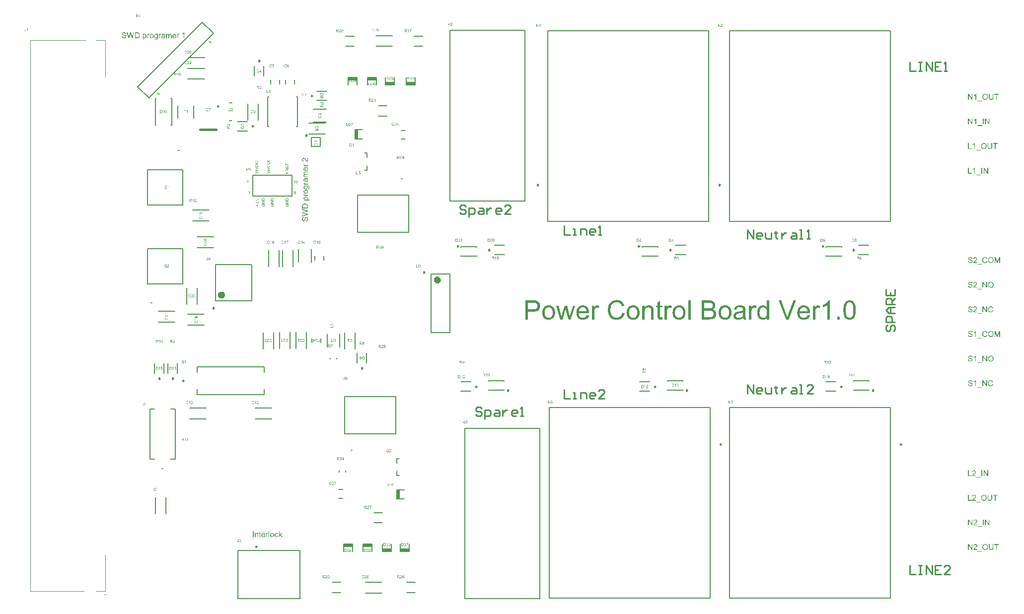
<source format=gto>
G04*
G04 #@! TF.GenerationSoftware,Altium Limited,Altium Designer,21.6.4 (81)*
G04*
G04 Layer_Color=65535*
%FSLAX25Y25*%
%MOIN*%
G70*
G04*
G04 #@! TF.SameCoordinates,D5C6F8BD-756C-4CA3-9184-76241C2A0D58*
G04*
G04*
G04 #@! TF.FilePolarity,Positive*
G04*
G01*
G75*
%ADD10C,0.00984*%
%ADD11C,0.00787*%
%ADD12C,0.02362*%
%ADD13C,0.00394*%
%ADD14C,0.00500*%
%ADD15C,0.01575*%
%ADD16C,0.01000*%
%ADD17R,0.06248X0.02000*%
%ADD18R,0.02000X0.06248*%
G36*
X601604Y202982D02*
X601643D01*
X601748Y202971D01*
X601865Y202955D01*
X601987Y202927D01*
X602120Y202893D01*
X602242Y202849D01*
X602248D01*
X602259Y202843D01*
X602276Y202832D01*
X602298Y202821D01*
X602353Y202794D01*
X602425Y202744D01*
X602509Y202688D01*
X602592Y202616D01*
X602669Y202533D01*
X602742Y202438D01*
Y202433D01*
X602747Y202427D01*
X602758Y202411D01*
X602769Y202394D01*
X602797Y202338D01*
X602831Y202266D01*
X602869Y202178D01*
X602897Y202072D01*
X602925Y201961D01*
X602936Y201839D01*
X602448Y201800D01*
Y201806D01*
Y201817D01*
X602442Y201833D01*
X602436Y201861D01*
X602420Y201922D01*
X602398Y202005D01*
X602364Y202094D01*
X602314Y202183D01*
X602253Y202266D01*
X602176Y202344D01*
X602165Y202349D01*
X602137Y202372D01*
X602081Y202405D01*
X602009Y202438D01*
X601915Y202472D01*
X601804Y202505D01*
X601665Y202527D01*
X601510Y202533D01*
X601432D01*
X601399Y202527D01*
X601354Y202522D01*
X601254Y202510D01*
X601143Y202488D01*
X601032Y202461D01*
X600927Y202416D01*
X600882Y202388D01*
X600838Y202361D01*
X600827Y202355D01*
X600805Y202333D01*
X600772Y202294D01*
X600738Y202250D01*
X600699Y202189D01*
X600666Y202122D01*
X600644Y202044D01*
X600633Y201956D01*
Y201944D01*
Y201922D01*
X600638Y201883D01*
X600649Y201839D01*
X600666Y201783D01*
X600694Y201728D01*
X600727Y201672D01*
X600777Y201617D01*
X600782Y201611D01*
X600810Y201595D01*
X600833Y201578D01*
X600855Y201567D01*
X600888Y201550D01*
X600927Y201528D01*
X600977Y201512D01*
X601032Y201489D01*
X601093Y201467D01*
X601165Y201439D01*
X601243Y201417D01*
X601332Y201389D01*
X601432Y201367D01*
X601543Y201339D01*
X601548D01*
X601571Y201334D01*
X601604Y201328D01*
X601643Y201317D01*
X601693Y201306D01*
X601754Y201290D01*
X601815Y201273D01*
X601882Y201256D01*
X602026Y201217D01*
X602165Y201179D01*
X602231Y201156D01*
X602292Y201134D01*
X602348Y201117D01*
X602392Y201095D01*
X602398D01*
X602409Y201090D01*
X602425Y201079D01*
X602448Y201067D01*
X602509Y201034D01*
X602581Y200990D01*
X602664Y200929D01*
X602747Y200862D01*
X602825Y200784D01*
X602892Y200701D01*
X602897Y200690D01*
X602919Y200662D01*
X602942Y200612D01*
X602975Y200546D01*
X603003Y200468D01*
X603030Y200374D01*
X603047Y200268D01*
X603053Y200157D01*
Y200152D01*
Y200146D01*
Y200130D01*
Y200107D01*
X603041Y200046D01*
X603030Y199969D01*
X603008Y199880D01*
X602980Y199785D01*
X602936Y199686D01*
X602875Y199580D01*
Y199574D01*
X602869Y199569D01*
X602842Y199536D01*
X602803Y199486D01*
X602747Y199430D01*
X602675Y199364D01*
X602586Y199292D01*
X602486Y199225D01*
X602370Y199164D01*
X602364D01*
X602353Y199158D01*
X602337Y199153D01*
X602314Y199142D01*
X602281Y199130D01*
X602242Y199114D01*
X602153Y199092D01*
X602048Y199064D01*
X601920Y199036D01*
X601782Y199020D01*
X601632Y199014D01*
X601543D01*
X601499Y199020D01*
X601448D01*
X601393Y199025D01*
X601327Y199031D01*
X601188Y199053D01*
X601043Y199075D01*
X600899Y199114D01*
X600760Y199164D01*
X600755D01*
X600744Y199169D01*
X600727Y199180D01*
X600705Y199192D01*
X600638Y199225D01*
X600561Y199275D01*
X600472Y199341D01*
X600377Y199419D01*
X600289Y199513D01*
X600205Y199619D01*
Y199625D01*
X600194Y199636D01*
X600189Y199652D01*
X600172Y199674D01*
X600161Y199702D01*
X600144Y199735D01*
X600105Y199819D01*
X600067Y199924D01*
X600033Y200041D01*
X600011Y200174D01*
X600000Y200313D01*
X600477Y200357D01*
Y200352D01*
Y200346D01*
X600483Y200329D01*
Y200307D01*
X600494Y200257D01*
X600511Y200185D01*
X600533Y200113D01*
X600555Y200030D01*
X600594Y199952D01*
X600633Y199880D01*
X600638Y199874D01*
X600655Y199852D01*
X600683Y199813D01*
X600727Y199774D01*
X600782Y199724D01*
X600844Y199674D01*
X600927Y199625D01*
X601016Y199580D01*
X601021D01*
X601027Y199574D01*
X601043Y199569D01*
X601060Y199563D01*
X601116Y199547D01*
X601188Y199525D01*
X601276Y199502D01*
X601376Y199486D01*
X601487Y199475D01*
X601610Y199469D01*
X601659D01*
X601715Y199475D01*
X601782Y199480D01*
X601859Y199491D01*
X601948Y199502D01*
X602037Y199525D01*
X602120Y199552D01*
X602131Y199558D01*
X602159Y199569D01*
X602198Y199591D01*
X602248Y199613D01*
X602298Y199652D01*
X602353Y199691D01*
X602409Y199735D01*
X602453Y199791D01*
X602459Y199796D01*
X602470Y199819D01*
X602486Y199846D01*
X602509Y199891D01*
X602531Y199935D01*
X602548Y199991D01*
X602559Y200052D01*
X602564Y200118D01*
Y200124D01*
Y200152D01*
X602559Y200185D01*
X602553Y200229D01*
X602536Y200274D01*
X602520Y200329D01*
X602492Y200385D01*
X602453Y200435D01*
X602448Y200440D01*
X602431Y200457D01*
X602409Y200479D01*
X602370Y200513D01*
X602325Y200546D01*
X602264Y200585D01*
X602192Y200623D01*
X602109Y200657D01*
X602103Y200662D01*
X602076Y200668D01*
X602031Y200684D01*
X602003Y200690D01*
X601965Y200701D01*
X601926Y200718D01*
X601876Y200729D01*
X601820Y200746D01*
X601754Y200762D01*
X601687Y200779D01*
X601610Y200801D01*
X601521Y200823D01*
X601426Y200846D01*
X601421D01*
X601404Y200851D01*
X601376Y200857D01*
X601343Y200868D01*
X601299Y200879D01*
X601249Y200890D01*
X601138Y200923D01*
X601016Y200962D01*
X600888Y201001D01*
X600777Y201040D01*
X600727Y201062D01*
X600683Y201084D01*
X600677D01*
X600672Y201090D01*
X600638Y201112D01*
X600588Y201140D01*
X600533Y201184D01*
X600466Y201234D01*
X600400Y201295D01*
X600333Y201367D01*
X600278Y201445D01*
X600272Y201456D01*
X600255Y201484D01*
X600233Y201528D01*
X600211Y201584D01*
X600189Y201656D01*
X600167Y201739D01*
X600150Y201828D01*
X600144Y201922D01*
Y201928D01*
Y201933D01*
Y201950D01*
Y201972D01*
X600155Y202028D01*
X600167Y202100D01*
X600183Y202183D01*
X600211Y202277D01*
X600250Y202372D01*
X600305Y202466D01*
Y202472D01*
X600311Y202477D01*
X600339Y202510D01*
X600377Y202555D01*
X600427Y202610D01*
X600494Y202671D01*
X600577Y202738D01*
X600677Y202799D01*
X600788Y202855D01*
X600794D01*
X600805Y202860D01*
X600821Y202866D01*
X600844Y202877D01*
X600871Y202888D01*
X600910Y202899D01*
X600993Y202921D01*
X601099Y202943D01*
X601221Y202966D01*
X601349Y202982D01*
X601493Y202988D01*
X601565D01*
X601604Y202982D01*
D02*
G37*
G36*
X615351D02*
X615401Y202977D01*
X615462Y202971D01*
X615523Y202966D01*
X615595Y202949D01*
X615745Y202916D01*
X615912Y202866D01*
X615995Y202832D01*
X616073Y202794D01*
X616151Y202744D01*
X616228Y202694D01*
X616234Y202688D01*
X616245Y202682D01*
X616267Y202666D01*
X616295Y202638D01*
X616323Y202610D01*
X616361Y202572D01*
X616400Y202527D01*
X616445Y202483D01*
X616489Y202427D01*
X616533Y202361D01*
X616583Y202294D01*
X616628Y202222D01*
X616667Y202139D01*
X616711Y202055D01*
X616744Y201967D01*
X616778Y201867D01*
X616278Y201750D01*
Y201756D01*
X616273Y201767D01*
X616261Y201789D01*
X616250Y201817D01*
X616239Y201850D01*
X616223Y201894D01*
X616178Y201983D01*
X616123Y202083D01*
X616056Y202183D01*
X615973Y202277D01*
X615884Y202361D01*
X615873Y202372D01*
X615840Y202394D01*
X615784Y202422D01*
X615712Y202461D01*
X615618Y202494D01*
X615512Y202527D01*
X615385Y202549D01*
X615246Y202555D01*
X615202D01*
X615174Y202549D01*
X615135D01*
X615090Y202544D01*
X614985Y202527D01*
X614868Y202505D01*
X614746Y202466D01*
X614619Y202411D01*
X614502Y202338D01*
X614497D01*
X614491Y202327D01*
X614452Y202300D01*
X614402Y202255D01*
X614341Y202189D01*
X614269Y202105D01*
X614202Y202011D01*
X614141Y201894D01*
X614086Y201767D01*
Y201761D01*
X614080Y201750D01*
X614075Y201733D01*
X614069Y201706D01*
X614058Y201672D01*
X614047Y201634D01*
X614030Y201539D01*
X614008Y201428D01*
X613986Y201306D01*
X613975Y201173D01*
X613969Y201029D01*
Y201023D01*
Y201006D01*
Y200979D01*
Y200945D01*
X613975Y200906D01*
Y200857D01*
X613980Y200801D01*
X613986Y200740D01*
X614003Y200607D01*
X614030Y200463D01*
X614064Y200318D01*
X614108Y200174D01*
Y200168D01*
X614114Y200157D01*
X614125Y200141D01*
X614136Y200113D01*
X614169Y200046D01*
X614219Y199969D01*
X614280Y199880D01*
X614358Y199785D01*
X614447Y199702D01*
X614552Y199625D01*
X614558D01*
X614569Y199619D01*
X614585Y199608D01*
X614608Y199597D01*
X614635Y199586D01*
X614669Y199569D01*
X614746Y199536D01*
X614846Y199502D01*
X614957Y199475D01*
X615079Y199452D01*
X615207Y199447D01*
X615246D01*
X615279Y199452D01*
X615318D01*
X615357Y199458D01*
X615457Y199480D01*
X615573Y199508D01*
X615690Y199552D01*
X615812Y199613D01*
X615873Y199647D01*
X615929Y199691D01*
X615934Y199697D01*
X615940Y199702D01*
X615956Y199719D01*
X615978Y199735D01*
X616001Y199763D01*
X616028Y199796D01*
X616062Y199830D01*
X616089Y199874D01*
X616123Y199924D01*
X616162Y199980D01*
X616195Y200035D01*
X616228Y200102D01*
X616256Y200174D01*
X616284Y200252D01*
X616311Y200335D01*
X616334Y200424D01*
X616844Y200296D01*
Y200290D01*
X616839Y200268D01*
X616828Y200235D01*
X616811Y200191D01*
X616794Y200141D01*
X616772Y200080D01*
X616744Y200013D01*
X616711Y199941D01*
X616633Y199785D01*
X616533Y199630D01*
X616472Y199552D01*
X616411Y199475D01*
X616345Y199408D01*
X616267Y199341D01*
X616261Y199336D01*
X616250Y199325D01*
X616223Y199314D01*
X616195Y199292D01*
X616151Y199264D01*
X616106Y199236D01*
X616045Y199208D01*
X615984Y199180D01*
X615912Y199147D01*
X615834Y199119D01*
X615751Y199092D01*
X615662Y199064D01*
X615568Y199042D01*
X615468Y199031D01*
X615362Y199020D01*
X615251Y199014D01*
X615190D01*
X615146Y199020D01*
X615096D01*
X615035Y199025D01*
X614968Y199036D01*
X614891Y199047D01*
X614730Y199075D01*
X614563Y199119D01*
X614397Y199180D01*
X614319Y199219D01*
X614241Y199264D01*
X614236Y199269D01*
X614225Y199275D01*
X614202Y199292D01*
X614180Y199314D01*
X614147Y199336D01*
X614108Y199369D01*
X614064Y199408D01*
X614019Y199452D01*
X613975Y199502D01*
X613925Y199552D01*
X613825Y199680D01*
X613731Y199830D01*
X613648Y199996D01*
Y200002D01*
X613636Y200019D01*
X613631Y200046D01*
X613614Y200080D01*
X613603Y200124D01*
X613586Y200180D01*
X613564Y200240D01*
X613548Y200307D01*
X613531Y200379D01*
X613509Y200463D01*
X613481Y200635D01*
X613459Y200829D01*
X613448Y201029D01*
Y201034D01*
Y201056D01*
Y201090D01*
X613453Y201129D01*
Y201184D01*
X613459Y201239D01*
X613464Y201312D01*
X613475Y201384D01*
X613503Y201545D01*
X613542Y201722D01*
X613597Y201900D01*
X613675Y202072D01*
X613681Y202078D01*
X613686Y202094D01*
X613697Y202116D01*
X613720Y202144D01*
X613742Y202183D01*
X613769Y202227D01*
X613842Y202327D01*
X613936Y202438D01*
X614047Y202549D01*
X614175Y202660D01*
X614325Y202755D01*
X614330Y202760D01*
X614347Y202766D01*
X614369Y202777D01*
X614397Y202794D01*
X614441Y202810D01*
X614486Y202827D01*
X614541Y202849D01*
X614602Y202871D01*
X614669Y202893D01*
X614741Y202916D01*
X614896Y202949D01*
X615074Y202977D01*
X615257Y202988D01*
X615312D01*
X615351Y202982D01*
D02*
G37*
G36*
X612743Y199081D02*
X612216D01*
X610207Y202094D01*
Y199081D01*
X609718D01*
Y202921D01*
X610240D01*
X612254Y199902D01*
Y202921D01*
X612743D01*
Y199081D01*
D02*
G37*
G36*
X604923Y202932D02*
X604967Y202927D01*
X605023Y202921D01*
X605084Y202910D01*
X605145Y202899D01*
X605289Y202860D01*
X605433Y202805D01*
X605506Y202771D01*
X605578Y202732D01*
X605644Y202682D01*
X605705Y202627D01*
X605711Y202622D01*
X605722Y202616D01*
X605733Y202594D01*
X605755Y202572D01*
X605783Y202544D01*
X605811Y202505D01*
X605839Y202466D01*
X605872Y202416D01*
X605927Y202311D01*
X605983Y202178D01*
X606005Y202111D01*
X606016Y202033D01*
X606027Y201956D01*
X606033Y201872D01*
Y201861D01*
Y201833D01*
X606027Y201789D01*
X606022Y201728D01*
X606011Y201661D01*
X605989Y201584D01*
X605966Y201500D01*
X605933Y201417D01*
X605927Y201406D01*
X605916Y201378D01*
X605894Y201334D01*
X605861Y201273D01*
X605816Y201206D01*
X605761Y201123D01*
X605694Y201040D01*
X605617Y200945D01*
X605606Y200934D01*
X605578Y200901D01*
X605550Y200873D01*
X605522Y200846D01*
X605489Y200812D01*
X605444Y200768D01*
X605400Y200723D01*
X605345Y200673D01*
X605289Y200618D01*
X605223Y200557D01*
X605150Y200496D01*
X605073Y200424D01*
X604984Y200352D01*
X604895Y200274D01*
X604889Y200268D01*
X604878Y200257D01*
X604856Y200240D01*
X604829Y200218D01*
X604795Y200185D01*
X604756Y200152D01*
X604668Y200080D01*
X604573Y199996D01*
X604484Y199913D01*
X604407Y199841D01*
X604373Y199813D01*
X604346Y199785D01*
X604340Y199780D01*
X604323Y199763D01*
X604301Y199741D01*
X604274Y199708D01*
X604246Y199669D01*
X604212Y199630D01*
X604146Y199536D01*
X606038D01*
Y199081D01*
X603491D01*
Y199086D01*
Y199108D01*
Y199142D01*
X603497Y199186D01*
X603502Y199236D01*
X603513Y199292D01*
X603524Y199347D01*
X603546Y199408D01*
Y199414D01*
X603552Y199419D01*
X603563Y199452D01*
X603585Y199502D01*
X603619Y199569D01*
X603663Y199647D01*
X603719Y199735D01*
X603780Y199824D01*
X603857Y199919D01*
Y199924D01*
X603868Y199930D01*
X603896Y199963D01*
X603946Y200013D01*
X604018Y200085D01*
X604102Y200168D01*
X604207Y200268D01*
X604335Y200379D01*
X604473Y200496D01*
X604479Y200501D01*
X604501Y200518D01*
X604534Y200546D01*
X604573Y200579D01*
X604623Y200623D01*
X604684Y200673D01*
X604745Y200729D01*
X604817Y200790D01*
X604956Y200923D01*
X605095Y201056D01*
X605162Y201123D01*
X605223Y201190D01*
X605278Y201251D01*
X605323Y201312D01*
Y201317D01*
X605334Y201323D01*
X605345Y201339D01*
X605356Y201362D01*
X605395Y201423D01*
X605439Y201495D01*
X605478Y201584D01*
X605517Y201678D01*
X605539Y201783D01*
X605550Y201883D01*
Y201889D01*
Y201894D01*
X605544Y201928D01*
X605539Y201983D01*
X605522Y202044D01*
X605500Y202122D01*
X605461Y202200D01*
X605411Y202277D01*
X605345Y202355D01*
X605334Y202366D01*
X605306Y202388D01*
X605267Y202416D01*
X605206Y202455D01*
X605128Y202488D01*
X605039Y202522D01*
X604934Y202544D01*
X604817Y202549D01*
X604784D01*
X604762Y202544D01*
X604695Y202538D01*
X604618Y202522D01*
X604534Y202499D01*
X604440Y202461D01*
X604351Y202411D01*
X604268Y202344D01*
X604257Y202333D01*
X604235Y202305D01*
X604201Y202261D01*
X604168Y202194D01*
X604129Y202116D01*
X604096Y202016D01*
X604074Y201905D01*
X604063Y201778D01*
X603580Y201828D01*
Y201833D01*
X603585Y201850D01*
Y201878D01*
X603591Y201917D01*
X603602Y201961D01*
X603613Y202011D01*
X603630Y202072D01*
X603646Y202133D01*
X603691Y202266D01*
X603757Y202399D01*
X603796Y202466D01*
X603846Y202533D01*
X603896Y202594D01*
X603952Y202649D01*
X603957Y202655D01*
X603968Y202660D01*
X603985Y202677D01*
X604013Y202694D01*
X604046Y202716D01*
X604085Y202738D01*
X604129Y202766D01*
X604185Y202794D01*
X604246Y202821D01*
X604312Y202849D01*
X604385Y202871D01*
X604462Y202893D01*
X604545Y202910D01*
X604634Y202927D01*
X604729Y202932D01*
X604829Y202938D01*
X604884D01*
X604923Y202932D01*
D02*
G37*
G36*
X609363Y198015D02*
X606238D01*
Y198354D01*
X609363D01*
Y198015D01*
D02*
G37*
G36*
X364564Y207235D02*
X364731Y207216D01*
X364934Y207198D01*
X365138Y207179D01*
X365379Y207124D01*
X365879Y207013D01*
X366434Y206846D01*
X366711Y206735D01*
X366971Y206605D01*
X367230Y206439D01*
X367489Y206272D01*
X367507Y206254D01*
X367544Y206235D01*
X367618Y206180D01*
X367711Y206087D01*
X367804Y205995D01*
X367933Y205865D01*
X368063Y205717D01*
X368211Y205569D01*
X368359Y205384D01*
X368507Y205161D01*
X368673Y204939D01*
X368822Y204699D01*
X368951Y204421D01*
X369099Y204144D01*
X369210Y203847D01*
X369321Y203514D01*
X367655Y203125D01*
Y203144D01*
X367637Y203181D01*
X367600Y203255D01*
X367563Y203348D01*
X367526Y203459D01*
X367470Y203607D01*
X367322Y203903D01*
X367137Y204236D01*
X366915Y204569D01*
X366637Y204884D01*
X366341Y205161D01*
X366304Y205199D01*
X366193Y205273D01*
X366008Y205365D01*
X365767Y205495D01*
X365453Y205606D01*
X365101Y205717D01*
X364675Y205791D01*
X364213Y205809D01*
X364065D01*
X363972Y205791D01*
X363842D01*
X363694Y205772D01*
X363343Y205717D01*
X362954Y205643D01*
X362547Y205513D01*
X362121Y205328D01*
X361732Y205087D01*
X361714D01*
X361695Y205050D01*
X361566Y204958D01*
X361399Y204810D01*
X361195Y204588D01*
X360955Y204310D01*
X360733Y203995D01*
X360529Y203607D01*
X360344Y203181D01*
Y203162D01*
X360326Y203125D01*
X360307Y203070D01*
X360289Y202977D01*
X360251Y202866D01*
X360214Y202737D01*
X360159Y202422D01*
X360085Y202052D01*
X360011Y201645D01*
X359974Y201200D01*
X359955Y200719D01*
Y200701D01*
Y200645D01*
Y200553D01*
Y200442D01*
X359974Y200312D01*
Y200145D01*
X359992Y199960D01*
X360011Y199757D01*
X360066Y199312D01*
X360159Y198831D01*
X360270Y198350D01*
X360418Y197869D01*
Y197850D01*
X360437Y197813D01*
X360473Y197757D01*
X360511Y197665D01*
X360622Y197443D01*
X360788Y197184D01*
X360992Y196888D01*
X361251Y196573D01*
X361547Y196295D01*
X361899Y196036D01*
X361917D01*
X361954Y196018D01*
X362010Y195981D01*
X362084Y195944D01*
X362176Y195906D01*
X362287Y195851D01*
X362547Y195740D01*
X362880Y195629D01*
X363250Y195536D01*
X363657Y195462D01*
X364083Y195444D01*
X364213D01*
X364324Y195462D01*
X364453D01*
X364583Y195481D01*
X364916Y195555D01*
X365305Y195647D01*
X365693Y195796D01*
X366101Y195999D01*
X366304Y196110D01*
X366489Y196258D01*
X366508Y196277D01*
X366526Y196295D01*
X366582Y196351D01*
X366656Y196406D01*
X366730Y196499D01*
X366823Y196610D01*
X366933Y196721D01*
X367026Y196869D01*
X367137Y197036D01*
X367267Y197221D01*
X367378Y197406D01*
X367489Y197628D01*
X367581Y197869D01*
X367674Y198128D01*
X367766Y198405D01*
X367841Y198702D01*
X369543Y198276D01*
Y198257D01*
X369525Y198183D01*
X369488Y198072D01*
X369432Y197924D01*
X369377Y197757D01*
X369303Y197554D01*
X369210Y197332D01*
X369099Y197091D01*
X368840Y196573D01*
X368507Y196055D01*
X368303Y195796D01*
X368100Y195536D01*
X367878Y195314D01*
X367618Y195092D01*
X367600Y195074D01*
X367563Y195037D01*
X367470Y195000D01*
X367378Y194925D01*
X367230Y194833D01*
X367082Y194740D01*
X366878Y194648D01*
X366674Y194555D01*
X366434Y194444D01*
X366175Y194352D01*
X365897Y194259D01*
X365601Y194167D01*
X365286Y194093D01*
X364953Y194055D01*
X364601Y194018D01*
X364231Y194000D01*
X364028D01*
X363879Y194018D01*
X363713D01*
X363509Y194037D01*
X363287Y194074D01*
X363028Y194111D01*
X362491Y194204D01*
X361936Y194352D01*
X361381Y194555D01*
X361121Y194685D01*
X360862Y194833D01*
X360844Y194852D01*
X360807Y194870D01*
X360733Y194925D01*
X360659Y195000D01*
X360548Y195074D01*
X360418Y195185D01*
X360270Y195314D01*
X360122Y195462D01*
X359974Y195629D01*
X359807Y195796D01*
X359474Y196221D01*
X359159Y196721D01*
X358882Y197276D01*
Y197295D01*
X358845Y197350D01*
X358826Y197443D01*
X358771Y197554D01*
X358734Y197702D01*
X358678Y197887D01*
X358604Y198091D01*
X358548Y198313D01*
X358493Y198554D01*
X358419Y198831D01*
X358326Y199405D01*
X358252Y200053D01*
X358215Y200719D01*
Y200738D01*
Y200812D01*
Y200923D01*
X358234Y201052D01*
Y201237D01*
X358252Y201423D01*
X358271Y201663D01*
X358308Y201904D01*
X358400Y202441D01*
X358530Y203033D01*
X358715Y203625D01*
X358974Y204199D01*
X358993Y204218D01*
X359011Y204273D01*
X359048Y204347D01*
X359122Y204440D01*
X359196Y204569D01*
X359289Y204717D01*
X359529Y205050D01*
X359844Y205421D01*
X360214Y205791D01*
X360640Y206161D01*
X361140Y206476D01*
X361158Y206494D01*
X361214Y206513D01*
X361288Y206550D01*
X361381Y206605D01*
X361529Y206661D01*
X361677Y206716D01*
X361862Y206790D01*
X362065Y206864D01*
X362287Y206939D01*
X362528Y207013D01*
X363046Y207124D01*
X363639Y207216D01*
X364250Y207253D01*
X364435D01*
X364564Y207235D01*
D02*
G37*
G36*
X466480Y194222D02*
X465018D01*
Y195388D01*
X464999Y195370D01*
X464981Y195333D01*
X464925Y195259D01*
X464851Y195166D01*
X464759Y195074D01*
X464648Y194963D01*
X464518Y194833D01*
X464352Y194703D01*
X464185Y194574D01*
X464000Y194444D01*
X463778Y194333D01*
X463537Y194241D01*
X463297Y194148D01*
X463019Y194074D01*
X462723Y194037D01*
X462408Y194018D01*
X462297D01*
X462223Y194037D01*
X462001Y194055D01*
X461742Y194093D01*
X461427Y194167D01*
X461075Y194278D01*
X460724Y194426D01*
X460372Y194629D01*
X460354D01*
X460335Y194666D01*
X460224Y194740D01*
X460057Y194888D01*
X459854Y195074D01*
X459613Y195314D01*
X459373Y195610D01*
X459132Y195944D01*
X458928Y196332D01*
Y196351D01*
X458910Y196388D01*
X458891Y196443D01*
X458854Y196517D01*
X458817Y196628D01*
X458762Y196758D01*
X458725Y196888D01*
X458688Y197054D01*
X458595Y197424D01*
X458502Y197850D01*
X458447Y198331D01*
X458428Y198850D01*
Y198868D01*
Y198905D01*
Y198979D01*
Y199090D01*
X458447Y199201D01*
Y199349D01*
X458484Y199683D01*
X458539Y200071D01*
X458632Y200497D01*
X458743Y200941D01*
X458891Y201367D01*
Y201385D01*
X458910Y201423D01*
X458947Y201478D01*
X458984Y201552D01*
X459095Y201756D01*
X459243Y202015D01*
X459428Y202292D01*
X459669Y202570D01*
X459946Y202866D01*
X460280Y203107D01*
X460298D01*
X460317Y203125D01*
X460372Y203162D01*
X460446Y203200D01*
X460631Y203292D01*
X460890Y203422D01*
X461187Y203533D01*
X461538Y203625D01*
X461927Y203699D01*
X462334Y203718D01*
X462482D01*
X462630Y203699D01*
X462834Y203681D01*
X463074Y203625D01*
X463334Y203570D01*
X463593Y203477D01*
X463833Y203348D01*
X463870Y203329D01*
X463944Y203292D01*
X464055Y203200D01*
X464204Y203107D01*
X464389Y202977D01*
X464555Y202811D01*
X464740Y202644D01*
X464907Y202441D01*
Y207031D01*
X466480D01*
Y194222D01*
D02*
G37*
G36*
X386036Y203699D02*
X386240Y203681D01*
X386480Y203644D01*
X386739Y203588D01*
X387017Y203514D01*
X387276Y203403D01*
X387313Y203385D01*
X387387Y203348D01*
X387517Y203292D01*
X387665Y203200D01*
X387850Y203088D01*
X388016Y202940D01*
X388183Y202792D01*
X388331Y202607D01*
X388350Y202589D01*
X388387Y202515D01*
X388442Y202422D01*
X388535Y202292D01*
X388609Y202107D01*
X388683Y201922D01*
X388775Y201700D01*
X388831Y201460D01*
Y201441D01*
X388849Y201367D01*
X388868Y201256D01*
X388886Y201108D01*
Y200886D01*
X388905Y200627D01*
X388923Y200312D01*
Y199923D01*
Y194222D01*
X387350D01*
Y199849D01*
Y199868D01*
Y199886D01*
Y200016D01*
Y200182D01*
X387332Y200386D01*
X387313Y200627D01*
X387276Y200867D01*
X387221Y201089D01*
X387165Y201293D01*
Y201311D01*
X387128Y201367D01*
X387072Y201460D01*
X387017Y201571D01*
X386924Y201682D01*
X386813Y201811D01*
X386665Y201941D01*
X386499Y202052D01*
X386480Y202070D01*
X386425Y202107D01*
X386314Y202144D01*
X386184Y202200D01*
X386036Y202256D01*
X385851Y202311D01*
X385629Y202329D01*
X385406Y202348D01*
X385314D01*
X385240Y202329D01*
X385055Y202311D01*
X384814Y202274D01*
X384555Y202181D01*
X384259Y202070D01*
X383963Y201922D01*
X383685Y201700D01*
X383648Y201663D01*
X383574Y201571D01*
X383519Y201497D01*
X383463Y201404D01*
X383389Y201293D01*
X383333Y201163D01*
X383259Y201015D01*
X383185Y200830D01*
X383130Y200627D01*
X383074Y200405D01*
X383037Y200164D01*
X383000Y199905D01*
X382963Y199590D01*
Y199275D01*
Y194222D01*
X381390D01*
Y203514D01*
X382797D01*
Y202181D01*
X382815Y202200D01*
X382852Y202256D01*
X382908Y202329D01*
X382982Y202422D01*
X383093Y202533D01*
X383222Y202663D01*
X383370Y202811D01*
X383556Y202959D01*
X383741Y203088D01*
X383963Y203237D01*
X384203Y203366D01*
X384462Y203477D01*
X384759Y203570D01*
X385055Y203644D01*
X385388Y203699D01*
X385740Y203718D01*
X385888D01*
X386036Y203699D01*
D02*
G37*
G36*
X499558D02*
X499761Y203662D01*
X500002Y203588D01*
X500261Y203496D01*
X500557Y203366D01*
X500872Y203200D01*
X500298Y201756D01*
X500280Y201774D01*
X500206Y201811D01*
X500095Y201867D01*
X499946Y201922D01*
X499780Y201978D01*
X499576Y202033D01*
X499373Y202070D01*
X499169Y202089D01*
X499076D01*
X498984Y202070D01*
X498854Y202052D01*
X498725Y202015D01*
X498558Y201959D01*
X498392Y201885D01*
X498244Y201774D01*
X498225Y201756D01*
X498169Y201719D01*
X498114Y201645D01*
X498021Y201552D01*
X497929Y201423D01*
X497836Y201274D01*
X497744Y201108D01*
X497670Y200904D01*
X497651Y200867D01*
X497633Y200756D01*
X497596Y200590D01*
X497540Y200367D01*
X497485Y200090D01*
X497447Y199775D01*
X497429Y199442D01*
X497410Y199072D01*
Y194222D01*
X495837D01*
Y203514D01*
X497262D01*
Y202107D01*
X497281Y202126D01*
X497355Y202256D01*
X497447Y202422D01*
X497596Y202626D01*
X497744Y202829D01*
X497910Y203051D01*
X498077Y203237D01*
X498244Y203385D01*
X498262Y203403D01*
X498317Y203440D01*
X498429Y203496D01*
X498540Y203551D01*
X498688Y203607D01*
X498873Y203662D01*
X499058Y203699D01*
X499262Y203718D01*
X499391D01*
X499558Y203699D01*
D02*
G37*
G36*
X456763D02*
X456966Y203662D01*
X457207Y203588D01*
X457466Y203496D01*
X457762Y203366D01*
X458077Y203200D01*
X457503Y201756D01*
X457484Y201774D01*
X457410Y201811D01*
X457299Y201867D01*
X457151Y201922D01*
X456985Y201978D01*
X456781Y202033D01*
X456577Y202070D01*
X456374Y202089D01*
X456281D01*
X456189Y202070D01*
X456059Y202052D01*
X455930Y202015D01*
X455763Y201959D01*
X455596Y201885D01*
X455448Y201774D01*
X455430Y201756D01*
X455374Y201719D01*
X455319Y201645D01*
X455226Y201552D01*
X455134Y201423D01*
X455041Y201274D01*
X454949Y201108D01*
X454875Y200904D01*
X454856Y200867D01*
X454838Y200756D01*
X454801Y200590D01*
X454745Y200367D01*
X454690Y200090D01*
X454652Y199775D01*
X454634Y199442D01*
X454615Y199072D01*
Y194222D01*
X453042D01*
Y203514D01*
X454467D01*
Y202107D01*
X454486Y202126D01*
X454560Y202256D01*
X454652Y202422D01*
X454801Y202626D01*
X454949Y202829D01*
X455115Y203051D01*
X455282Y203237D01*
X455448Y203385D01*
X455467Y203403D01*
X455522Y203440D01*
X455633Y203496D01*
X455745Y203551D01*
X455893Y203607D01*
X456078Y203662D01*
X456263Y203699D01*
X456466Y203718D01*
X456596D01*
X456763Y203699D01*
D02*
G37*
G36*
X400029D02*
X400233Y203662D01*
X400474Y203588D01*
X400733Y203496D01*
X401029Y203366D01*
X401344Y203200D01*
X400770Y201756D01*
X400751Y201774D01*
X400677Y201811D01*
X400566Y201867D01*
X400418Y201922D01*
X400251Y201978D01*
X400048Y202033D01*
X399844Y202070D01*
X399641Y202089D01*
X399548D01*
X399456Y202070D01*
X399326Y202052D01*
X399197Y202015D01*
X399030Y201959D01*
X398863Y201885D01*
X398715Y201774D01*
X398697Y201756D01*
X398641Y201719D01*
X398586Y201645D01*
X398493Y201552D01*
X398400Y201423D01*
X398308Y201274D01*
X398215Y201108D01*
X398141Y200904D01*
X398123Y200867D01*
X398104Y200756D01*
X398067Y200590D01*
X398012Y200367D01*
X397956Y200090D01*
X397919Y199775D01*
X397901Y199442D01*
X397882Y199072D01*
Y194222D01*
X396309D01*
Y203514D01*
X397734D01*
Y202107D01*
X397753Y202126D01*
X397827Y202256D01*
X397919Y202422D01*
X398067Y202626D01*
X398215Y202829D01*
X398382Y203051D01*
X398549Y203237D01*
X398715Y203385D01*
X398734Y203403D01*
X398789Y203440D01*
X398900Y203496D01*
X399011Y203551D01*
X399160Y203607D01*
X399344Y203662D01*
X399530Y203699D01*
X399733Y203718D01*
X399863D01*
X400029Y203699D01*
D02*
G37*
G36*
X351274D02*
X351478Y203662D01*
X351718Y203588D01*
X351977Y203496D01*
X352274Y203366D01*
X352588Y203200D01*
X352014Y201756D01*
X351996Y201774D01*
X351922Y201811D01*
X351811Y201867D01*
X351663Y201922D01*
X351496Y201978D01*
X351293Y202033D01*
X351089Y202070D01*
X350885Y202089D01*
X350793D01*
X350700Y202070D01*
X350571Y202052D01*
X350441Y202015D01*
X350274Y201959D01*
X350108Y201885D01*
X349960Y201774D01*
X349941Y201756D01*
X349886Y201719D01*
X349830Y201645D01*
X349738Y201552D01*
X349645Y201423D01*
X349553Y201274D01*
X349460Y201108D01*
X349386Y200904D01*
X349367Y200867D01*
X349349Y200756D01*
X349312Y200590D01*
X349256Y200367D01*
X349201Y200090D01*
X349164Y199775D01*
X349145Y199442D01*
X349127Y199072D01*
Y194222D01*
X347554D01*
Y203514D01*
X348979D01*
Y202107D01*
X348997Y202126D01*
X349071Y202256D01*
X349164Y202422D01*
X349312Y202626D01*
X349460Y202829D01*
X349627Y203051D01*
X349793Y203237D01*
X349960Y203385D01*
X349978Y203403D01*
X350034Y203440D01*
X350145Y203496D01*
X350256Y203551D01*
X350404Y203607D01*
X350589Y203662D01*
X350774Y203699D01*
X350978Y203718D01*
X351108D01*
X351274Y203699D01*
D02*
G37*
G36*
X333356Y194222D02*
X331746D01*
X330265Y199775D01*
X329895Y201367D01*
X328026Y194222D01*
X326360D01*
X323546Y203514D01*
X325194D01*
X326674Y198146D01*
X327193Y196147D01*
Y196166D01*
X327211Y196203D01*
X327230Y196295D01*
X327248Y196351D01*
X327267Y196443D01*
X327285Y196554D01*
X327322Y196684D01*
X327359Y196832D01*
X327415Y197017D01*
X327470Y197221D01*
X327526Y197461D01*
X327600Y197739D01*
X327674Y198054D01*
X329155Y203514D01*
X330765D01*
X332153Y198109D01*
X332616Y196332D01*
X333153Y198128D01*
X334745Y203514D01*
X336281D01*
X333356Y194222D01*
D02*
G37*
G36*
X479567D02*
X477790D01*
X472829Y207031D01*
X474680D01*
X478012Y197721D01*
Y197702D01*
X478031Y197665D01*
X478049Y197609D01*
X478086Y197535D01*
X478105Y197424D01*
X478142Y197313D01*
X478234Y197036D01*
X478345Y196721D01*
X478456Y196369D01*
X478678Y195629D01*
Y195647D01*
X478697Y195684D01*
X478715Y195740D01*
X478734Y195814D01*
X478790Y196018D01*
X478882Y196295D01*
X478975Y196610D01*
X479086Y196962D01*
X479215Y197332D01*
X479363Y197721D01*
X482843Y207031D01*
X484565D01*
X479567Y194222D01*
D02*
G37*
G36*
X514014D02*
X512219D01*
Y196018D01*
X514014D01*
Y194222D01*
D02*
G37*
G36*
X507295D02*
X505722D01*
Y204236D01*
X505703Y204218D01*
X505611Y204144D01*
X505499Y204032D01*
X505314Y203903D01*
X505111Y203736D01*
X504852Y203551D01*
X504555Y203348D01*
X504222Y203144D01*
X504204D01*
X504185Y203125D01*
X504074Y203051D01*
X503889Y202959D01*
X503667Y202848D01*
X503408Y202718D01*
X503130Y202589D01*
X502852Y202459D01*
X502575Y202348D01*
Y203866D01*
X502593D01*
X502630Y203903D01*
X502704Y203921D01*
X502797Y203977D01*
X502908Y204032D01*
X503038Y204106D01*
X503352Y204292D01*
X503722Y204495D01*
X504093Y204754D01*
X504481Y205050D01*
X504870Y205365D01*
X504889Y205384D01*
X504907Y205402D01*
X504963Y205458D01*
X505037Y205513D01*
X505203Y205698D01*
X505425Y205920D01*
X505648Y206180D01*
X505888Y206476D01*
X506092Y206772D01*
X506277Y207087D01*
X507295D01*
Y194222D01*
D02*
G37*
G36*
X447434Y203699D02*
X447711Y203681D01*
X448026Y203644D01*
X448341Y203588D01*
X448655Y203514D01*
X448951Y203422D01*
X448988Y203403D01*
X449081Y203366D01*
X449211Y203310D01*
X449377Y203237D01*
X449562Y203125D01*
X449747Y203014D01*
X449914Y202866D01*
X450062Y202718D01*
X450080Y202700D01*
X450117Y202644D01*
X450173Y202552D01*
X450247Y202441D01*
X450340Y202274D01*
X450414Y202107D01*
X450488Y201904D01*
X450543Y201663D01*
Y201645D01*
X450562Y201589D01*
X450580Y201478D01*
X450599Y201330D01*
Y201126D01*
X450617Y200886D01*
X450636Y200571D01*
Y200219D01*
Y198109D01*
Y198091D01*
Y198017D01*
Y197906D01*
Y197757D01*
Y197591D01*
Y197387D01*
X450654Y196943D01*
Y196480D01*
X450673Y196018D01*
X450691Y195814D01*
Y195629D01*
X450710Y195462D01*
X450728Y195333D01*
Y195314D01*
X450747Y195240D01*
X450765Y195129D01*
X450821Y194981D01*
X450858Y194814D01*
X450932Y194629D01*
X451024Y194426D01*
X451117Y194222D01*
X449470D01*
X449451Y194241D01*
X449433Y194315D01*
X449396Y194407D01*
X449340Y194555D01*
X449285Y194722D01*
X449248Y194925D01*
X449211Y195148D01*
X449173Y195388D01*
X449155D01*
X449136Y195351D01*
X449025Y195259D01*
X448859Y195129D01*
X448637Y194963D01*
X448359Y194796D01*
X448081Y194611D01*
X447785Y194444D01*
X447471Y194315D01*
X447434Y194296D01*
X447323Y194278D01*
X447156Y194222D01*
X446952Y194167D01*
X446693Y194111D01*
X446397Y194074D01*
X446064Y194037D01*
X445731Y194018D01*
X445582D01*
X445471Y194037D01*
X445342D01*
X445194Y194055D01*
X444861Y194111D01*
X444490Y194204D01*
X444083Y194333D01*
X443713Y194518D01*
X443380Y194759D01*
X443343Y194796D01*
X443250Y194888D01*
X443121Y195055D01*
X442973Y195277D01*
X442825Y195555D01*
X442695Y195870D01*
X442602Y196258D01*
X442584Y196443D01*
X442565Y196665D01*
Y196703D01*
Y196776D01*
X442584Y196906D01*
X442602Y197073D01*
X442639Y197276D01*
X442695Y197480D01*
X442769Y197702D01*
X442862Y197906D01*
X442880Y197924D01*
X442917Y197998D01*
X442991Y198109D01*
X443084Y198239D01*
X443195Y198387D01*
X443343Y198535D01*
X443491Y198683D01*
X443676Y198813D01*
X443694Y198831D01*
X443769Y198868D01*
X443861Y198942D01*
X444009Y199016D01*
X444176Y199090D01*
X444379Y199183D01*
X444583Y199257D01*
X444824Y199331D01*
X444842D01*
X444916Y199349D01*
X445027Y199386D01*
X445175Y199405D01*
X445360Y199442D01*
X445601Y199479D01*
X445879Y199534D01*
X446212Y199572D01*
X446230D01*
X446304Y199590D01*
X446397D01*
X446526Y199609D01*
X446675Y199627D01*
X446860Y199664D01*
X447063Y199683D01*
X447286Y199720D01*
X447730Y199812D01*
X448211Y199905D01*
X448637Y200016D01*
X448840Y200071D01*
X449025Y200127D01*
Y200145D01*
Y200182D01*
X449044Y200293D01*
Y200423D01*
Y200497D01*
Y200534D01*
Y200553D01*
Y200571D01*
Y200682D01*
X449025Y200867D01*
X448988Y201071D01*
X448933Y201293D01*
X448840Y201515D01*
X448729Y201719D01*
X448581Y201885D01*
X448563Y201904D01*
X448470Y201978D01*
X448322Y202052D01*
X448137Y202163D01*
X447878Y202256D01*
X447582Y202348D01*
X447211Y202403D01*
X446786Y202422D01*
X446601D01*
X446416Y202403D01*
X446156Y202366D01*
X445897Y202329D01*
X445619Y202256D01*
X445360Y202163D01*
X445138Y202033D01*
X445120Y202015D01*
X445046Y201959D01*
X444953Y201867D01*
X444842Y201719D01*
X444731Y201534D01*
X444601Y201293D01*
X444490Y200997D01*
X444379Y200664D01*
X442843Y200867D01*
Y200886D01*
X442862Y200904D01*
Y200960D01*
X442880Y201034D01*
X442936Y201200D01*
X443010Y201441D01*
X443102Y201682D01*
X443213Y201941D01*
X443361Y202200D01*
X443528Y202441D01*
X443546Y202459D01*
X443620Y202533D01*
X443731Y202644D01*
X443880Y202792D01*
X444083Y202940D01*
X444324Y203088D01*
X444601Y203255D01*
X444916Y203385D01*
X444935D01*
X444953Y203403D01*
X445009Y203422D01*
X445083Y203440D01*
X445268Y203496D01*
X445527Y203551D01*
X445823Y203607D01*
X446193Y203662D01*
X446582Y203699D01*
X447026Y203718D01*
X447230D01*
X447434Y203699D01*
D02*
G37*
G36*
X426499Y207013D02*
X426647D01*
X426980Y206976D01*
X427350Y206939D01*
X427739Y206864D01*
X428128Y206772D01*
X428479Y206642D01*
X428498D01*
X428516Y206624D01*
X428627Y206568D01*
X428794Y206476D01*
X428979Y206346D01*
X429201Y206180D01*
X429442Y205976D01*
X429664Y205717D01*
X429868Y205439D01*
X429886Y205402D01*
X429942Y205291D01*
X430034Y205143D01*
X430127Y204921D01*
X430219Y204662D01*
X430312Y204384D01*
X430367Y204069D01*
X430386Y203755D01*
Y203718D01*
Y203625D01*
X430367Y203459D01*
X430330Y203255D01*
X430275Y203014D01*
X430182Y202755D01*
X430071Y202496D01*
X429923Y202218D01*
X429905Y202181D01*
X429849Y202107D01*
X429738Y201959D01*
X429590Y201811D01*
X429405Y201626D01*
X429183Y201423D01*
X428905Y201237D01*
X428590Y201052D01*
X428609D01*
X428646Y201034D01*
X428701Y201015D01*
X428776Y200978D01*
X428998Y200904D01*
X429257Y200775D01*
X429534Y200608D01*
X429849Y200405D01*
X430127Y200164D01*
X430386Y199868D01*
X430404Y199831D01*
X430478Y199720D01*
X430589Y199553D01*
X430700Y199331D01*
X430812Y199035D01*
X430923Y198720D01*
X430997Y198350D01*
X431015Y197943D01*
Y197924D01*
Y197906D01*
Y197795D01*
X430997Y197609D01*
X430960Y197387D01*
X430923Y197128D01*
X430849Y196851D01*
X430756Y196554D01*
X430626Y196258D01*
X430608Y196221D01*
X430552Y196129D01*
X430478Y195999D01*
X430367Y195814D01*
X430219Y195629D01*
X430071Y195425D01*
X429886Y195222D01*
X429682Y195055D01*
X429664Y195037D01*
X429590Y194981D01*
X429460Y194907D01*
X429294Y194833D01*
X429090Y194722D01*
X428850Y194611D01*
X428590Y194518D01*
X428276Y194426D01*
X428239D01*
X428128Y194389D01*
X427943Y194370D01*
X427702Y194333D01*
X427406Y194296D01*
X427054Y194259D01*
X426665Y194241D01*
X426221Y194222D01*
X421334D01*
Y207031D01*
X426369D01*
X426499Y207013D01*
D02*
G37*
G36*
X413782Y194222D02*
X412209D01*
Y207031D01*
X413782D01*
Y194222D01*
D02*
G37*
G36*
X308535Y207013D02*
X308849Y206994D01*
X309182Y206976D01*
X309497Y206939D01*
X309775Y206902D01*
X309812D01*
X309941Y206864D01*
X310108Y206827D01*
X310330Y206772D01*
X310571Y206679D01*
X310830Y206568D01*
X311107Y206439D01*
X311348Y206291D01*
X311385Y206272D01*
X311459Y206217D01*
X311570Y206105D01*
X311718Y205976D01*
X311885Y205809D01*
X312051Y205587D01*
X312236Y205347D01*
X312385Y205069D01*
X312403Y205032D01*
X312440Y204939D01*
X312514Y204773D01*
X312588Y204551D01*
X312644Y204292D01*
X312718Y203995D01*
X312755Y203662D01*
X312773Y203310D01*
Y203292D01*
Y203237D01*
Y203162D01*
X312755Y203033D01*
X312736Y202903D01*
X312718Y202737D01*
X312681Y202552D01*
X312644Y202348D01*
X312514Y201922D01*
X312440Y201700D01*
X312329Y201460D01*
X312199Y201219D01*
X312070Y200997D01*
X311903Y200775D01*
X311718Y200553D01*
X311700Y200534D01*
X311663Y200497D01*
X311607Y200442D01*
X311515Y200386D01*
X311403Y200293D01*
X311256Y200201D01*
X311070Y200090D01*
X310867Y199997D01*
X310626Y199886D01*
X310349Y199775D01*
X310052Y199683D01*
X309701Y199609D01*
X309330Y199534D01*
X308923Y199479D01*
X308460Y199442D01*
X307979Y199423D01*
X304703D01*
Y194222D01*
X303000D01*
Y207031D01*
X308257D01*
X308535Y207013D01*
D02*
G37*
G36*
X393181Y203514D02*
X394773D01*
Y202292D01*
X393181D01*
Y196832D01*
Y196795D01*
Y196721D01*
Y196610D01*
X393199Y196480D01*
X393218Y196184D01*
X393236Y196055D01*
X393255Y195962D01*
X393273Y195925D01*
X393329Y195851D01*
X393403Y195758D01*
X393532Y195666D01*
X393569Y195647D01*
X393662Y195610D01*
X393829Y195573D01*
X394069Y195555D01*
X394254D01*
X394347Y195573D01*
X394476D01*
X394624Y195592D01*
X394773Y195610D01*
X394976Y194222D01*
X394939D01*
X394865Y194204D01*
X394736Y194185D01*
X394569Y194167D01*
X394384Y194130D01*
X394180Y194111D01*
X393773Y194093D01*
X393625D01*
X393477Y194111D01*
X393292Y194130D01*
X393070Y194148D01*
X392847Y194204D01*
X392644Y194259D01*
X392440Y194352D01*
X392422Y194370D01*
X392366Y194407D01*
X392292Y194463D01*
X392181Y194555D01*
X392089Y194648D01*
X391978Y194777D01*
X391866Y194907D01*
X391792Y195074D01*
Y195092D01*
X391756Y195166D01*
X391737Y195296D01*
X391700Y195481D01*
X391663Y195721D01*
X391644Y195870D01*
Y196036D01*
X391626Y196240D01*
X391607Y196443D01*
Y196665D01*
Y196925D01*
Y202292D01*
X390441D01*
Y203514D01*
X391607D01*
Y205809D01*
X393181Y206753D01*
Y203514D01*
D02*
G37*
G36*
X490006Y203699D02*
X490155Y203681D01*
X490340Y203644D01*
X490543Y203607D01*
X490784Y203551D01*
X491006Y203496D01*
X491265Y203403D01*
X491506Y203310D01*
X491765Y203181D01*
X492024Y203033D01*
X492283Y202866D01*
X492524Y202663D01*
X492746Y202441D01*
X492765Y202422D01*
X492802Y202385D01*
X492857Y202311D01*
X492931Y202200D01*
X493024Y202070D01*
X493116Y201922D01*
X493227Y201737D01*
X493338Y201515D01*
X493449Y201274D01*
X493561Y201015D01*
X493653Y200719D01*
X493746Y200405D01*
X493820Y200053D01*
X493875Y199683D01*
X493912Y199294D01*
X493931Y198868D01*
Y198850D01*
Y198776D01*
Y198646D01*
X493912Y198461D01*
X486971D01*
Y198442D01*
Y198387D01*
X486989Y198313D01*
Y198202D01*
X487008Y198072D01*
X487045Y197924D01*
X487101Y197591D01*
X487212Y197221D01*
X487360Y196813D01*
X487563Y196443D01*
X487822Y196110D01*
X487841D01*
X487859Y196073D01*
X487970Y195981D01*
X488137Y195851D01*
X488359Y195721D01*
X488655Y195573D01*
X488988Y195444D01*
X489359Y195351D01*
X489562Y195333D01*
X489784Y195314D01*
X489932D01*
X490099Y195333D01*
X490303Y195370D01*
X490525Y195425D01*
X490784Y195499D01*
X491025Y195610D01*
X491265Y195758D01*
X491284Y195777D01*
X491376Y195851D01*
X491487Y195962D01*
X491617Y196110D01*
X491765Y196314D01*
X491932Y196573D01*
X492098Y196869D01*
X492246Y197221D01*
X493875Y197017D01*
Y196999D01*
X493857Y196962D01*
X493838Y196888D01*
X493801Y196776D01*
X493746Y196665D01*
X493690Y196517D01*
X493542Y196203D01*
X493357Y195851D01*
X493098Y195481D01*
X492802Y195129D01*
X492431Y194796D01*
X492413D01*
X492376Y194759D01*
X492320Y194722D01*
X492246Y194666D01*
X492135Y194611D01*
X492024Y194555D01*
X491876Y194481D01*
X491710Y194407D01*
X491524Y194333D01*
X491339Y194259D01*
X490876Y194148D01*
X490358Y194055D01*
X489784Y194018D01*
X489581D01*
X489451Y194037D01*
X489285Y194055D01*
X489081Y194093D01*
X488859Y194130D01*
X488618Y194167D01*
X488100Y194315D01*
X487822Y194426D01*
X487563Y194537D01*
X487286Y194685D01*
X487026Y194852D01*
X486786Y195037D01*
X486545Y195259D01*
X486527Y195277D01*
X486490Y195314D01*
X486434Y195388D01*
X486360Y195499D01*
X486268Y195629D01*
X486175Y195777D01*
X486064Y195962D01*
X485953Y196166D01*
X485842Y196406D01*
X485731Y196665D01*
X485638Y196962D01*
X485546Y197276D01*
X485472Y197609D01*
X485416Y197980D01*
X485379Y198368D01*
X485360Y198776D01*
Y198794D01*
Y198887D01*
Y198998D01*
X485379Y199164D01*
X485397Y199368D01*
X485416Y199590D01*
X485453Y199849D01*
X485509Y200108D01*
X485657Y200701D01*
X485749Y200997D01*
X485860Y201311D01*
X486008Y201608D01*
X486175Y201885D01*
X486360Y202163D01*
X486564Y202422D01*
X486582Y202441D01*
X486619Y202478D01*
X486693Y202533D01*
X486786Y202626D01*
X486897Y202718D01*
X487045Y202829D01*
X487212Y202959D01*
X487415Y203070D01*
X487619Y203200D01*
X487859Y203310D01*
X488119Y203422D01*
X488396Y203514D01*
X488692Y203607D01*
X489007Y203662D01*
X489340Y203699D01*
X489692Y203718D01*
X489877D01*
X490006Y203699D01*
D02*
G37*
G36*
X437216D02*
X437383Y203681D01*
X437568Y203644D01*
X437771Y203607D01*
X438012Y203570D01*
X438512Y203403D01*
X438771Y203310D01*
X439030Y203181D01*
X439289Y203051D01*
X439548Y202866D01*
X439789Y202681D01*
X440029Y202459D01*
X440048Y202441D01*
X440085Y202403D01*
X440141Y202329D01*
X440215Y202237D01*
X440307Y202107D01*
X440418Y201941D01*
X440529Y201756D01*
X440640Y201552D01*
X440751Y201330D01*
X440863Y201052D01*
X440974Y200775D01*
X441066Y200460D01*
X441140Y200127D01*
X441196Y199775D01*
X441233Y199405D01*
X441251Y198998D01*
Y198979D01*
Y198924D01*
Y198831D01*
Y198702D01*
X441233Y198554D01*
X441214Y198368D01*
Y198183D01*
X441177Y197980D01*
X441122Y197517D01*
X441011Y197054D01*
X440881Y196591D01*
X440696Y196166D01*
Y196147D01*
X440677Y196129D01*
X440640Y196073D01*
X440603Y195999D01*
X440474Y195814D01*
X440307Y195592D01*
X440085Y195333D01*
X439807Y195074D01*
X439493Y194814D01*
X439122Y194574D01*
X439104D01*
X439085Y194555D01*
X439030Y194518D01*
X438937Y194481D01*
X438845Y194444D01*
X438734Y194407D01*
X438456Y194296D01*
X438141Y194204D01*
X437753Y194111D01*
X437346Y194037D01*
X436901Y194018D01*
X436716D01*
X436568Y194037D01*
X436402Y194055D01*
X436216Y194093D01*
X435994Y194130D01*
X435772Y194167D01*
X435273Y194315D01*
X434995Y194426D01*
X434736Y194537D01*
X434477Y194685D01*
X434217Y194852D01*
X433977Y195037D01*
X433736Y195259D01*
X433718Y195277D01*
X433681Y195314D01*
X433625Y195388D01*
X433551Y195499D01*
X433459Y195629D01*
X433366Y195777D01*
X433255Y195962D01*
X433144Y196184D01*
X433033Y196425D01*
X432922Y196703D01*
X432829Y196999D01*
X432737Y197313D01*
X432663Y197665D01*
X432607Y198035D01*
X432570Y198442D01*
X432551Y198868D01*
Y198905D01*
Y198979D01*
X432570Y199109D01*
Y199294D01*
X432588Y199497D01*
X432625Y199757D01*
X432663Y200016D01*
X432737Y200312D01*
X432811Y200608D01*
X432903Y200923D01*
X433014Y201256D01*
X433162Y201571D01*
X433310Y201867D01*
X433514Y202163D01*
X433718Y202441D01*
X433977Y202681D01*
X433995Y202700D01*
X434032Y202718D01*
X434106Y202774D01*
X434199Y202848D01*
X434310Y202922D01*
X434458Y203014D01*
X434606Y203107D01*
X434791Y203200D01*
X434995Y203292D01*
X435217Y203385D01*
X435717Y203551D01*
X436291Y203681D01*
X436587Y203699D01*
X436901Y203718D01*
X437086D01*
X437216Y203699D01*
D02*
G37*
G36*
X406360D02*
X406526Y203681D01*
X406711Y203644D01*
X406915Y203607D01*
X407156Y203570D01*
X407655Y203403D01*
X407915Y203310D01*
X408174Y203181D01*
X408433Y203051D01*
X408692Y202866D01*
X408933Y202681D01*
X409173Y202459D01*
X409192Y202441D01*
X409229Y202403D01*
X409284Y202329D01*
X409359Y202237D01*
X409451Y202107D01*
X409562Y201941D01*
X409673Y201756D01*
X409784Y201552D01*
X409895Y201330D01*
X410006Y201052D01*
X410117Y200775D01*
X410210Y200460D01*
X410284Y200127D01*
X410339Y199775D01*
X410377Y199405D01*
X410395Y198998D01*
Y198979D01*
Y198924D01*
Y198831D01*
Y198702D01*
X410377Y198554D01*
X410358Y198368D01*
Y198183D01*
X410321Y197980D01*
X410265Y197517D01*
X410154Y197054D01*
X410025Y196591D01*
X409840Y196166D01*
Y196147D01*
X409821Y196129D01*
X409784Y196073D01*
X409747Y195999D01*
X409618Y195814D01*
X409451Y195592D01*
X409229Y195333D01*
X408951Y195074D01*
X408637Y194814D01*
X408266Y194574D01*
X408248D01*
X408229Y194555D01*
X408174Y194518D01*
X408081Y194481D01*
X407989Y194444D01*
X407878Y194407D01*
X407600Y194296D01*
X407285Y194204D01*
X406897Y194111D01*
X406489Y194037D01*
X406045Y194018D01*
X405860D01*
X405712Y194037D01*
X405545Y194055D01*
X405360Y194093D01*
X405138Y194130D01*
X404916Y194167D01*
X404416Y194315D01*
X404139Y194426D01*
X403879Y194537D01*
X403620Y194685D01*
X403361Y194852D01*
X403121Y195037D01*
X402880Y195259D01*
X402861Y195277D01*
X402824Y195314D01*
X402769Y195388D01*
X402695Y195499D01*
X402602Y195629D01*
X402510Y195777D01*
X402399Y195962D01*
X402288Y196184D01*
X402177Y196425D01*
X402066Y196703D01*
X401973Y196999D01*
X401880Y197313D01*
X401806Y197665D01*
X401751Y198035D01*
X401714Y198442D01*
X401695Y198868D01*
Y198905D01*
Y198979D01*
X401714Y199109D01*
Y199294D01*
X401732Y199497D01*
X401769Y199757D01*
X401806Y200016D01*
X401880Y200312D01*
X401955Y200608D01*
X402047Y200923D01*
X402158Y201256D01*
X402306Y201571D01*
X402454Y201867D01*
X402658Y202163D01*
X402861Y202441D01*
X403121Y202681D01*
X403139Y202700D01*
X403176Y202718D01*
X403250Y202774D01*
X403343Y202848D01*
X403454Y202922D01*
X403602Y203014D01*
X403750Y203107D01*
X403935Y203200D01*
X404139Y203292D01*
X404361Y203385D01*
X404860Y203551D01*
X405434Y203681D01*
X405730Y203699D01*
X406045Y203718D01*
X406230D01*
X406360Y203699D01*
D02*
G37*
G36*
X375504D02*
X375670Y203681D01*
X375855Y203644D01*
X376059Y203607D01*
X376300Y203570D01*
X376799Y203403D01*
X377059Y203310D01*
X377318Y203181D01*
X377577Y203051D01*
X377836Y202866D01*
X378077Y202681D01*
X378317Y202459D01*
X378336Y202441D01*
X378373Y202403D01*
X378428Y202329D01*
X378502Y202237D01*
X378595Y202107D01*
X378706Y201941D01*
X378817Y201756D01*
X378928Y201552D01*
X379039Y201330D01*
X379150Y201052D01*
X379261Y200775D01*
X379354Y200460D01*
X379428Y200127D01*
X379483Y199775D01*
X379520Y199405D01*
X379539Y198998D01*
Y198979D01*
Y198924D01*
Y198831D01*
Y198702D01*
X379520Y198554D01*
X379502Y198368D01*
Y198183D01*
X379465Y197980D01*
X379409Y197517D01*
X379298Y197054D01*
X379169Y196591D01*
X378984Y196166D01*
Y196147D01*
X378965Y196129D01*
X378928Y196073D01*
X378891Y195999D01*
X378761Y195814D01*
X378595Y195592D01*
X378373Y195333D01*
X378095Y195074D01*
X377780Y194814D01*
X377410Y194574D01*
X377392D01*
X377373Y194555D01*
X377318Y194518D01*
X377225Y194481D01*
X377133Y194444D01*
X377022Y194407D01*
X376744Y194296D01*
X376429Y194204D01*
X376041Y194111D01*
X375633Y194037D01*
X375189Y194018D01*
X375004D01*
X374856Y194037D01*
X374689Y194055D01*
X374504Y194093D01*
X374282Y194130D01*
X374060Y194167D01*
X373560Y194315D01*
X373283Y194426D01*
X373023Y194537D01*
X372764Y194685D01*
X372505Y194852D01*
X372264Y195037D01*
X372024Y195259D01*
X372005Y195277D01*
X371968Y195314D01*
X371913Y195388D01*
X371839Y195499D01*
X371746Y195629D01*
X371654Y195777D01*
X371543Y195962D01*
X371431Y196184D01*
X371320Y196425D01*
X371209Y196703D01*
X371117Y196999D01*
X371024Y197313D01*
X370950Y197665D01*
X370895Y198035D01*
X370858Y198442D01*
X370839Y198868D01*
Y198905D01*
Y198979D01*
X370858Y199109D01*
Y199294D01*
X370876Y199497D01*
X370913Y199757D01*
X370950Y200016D01*
X371024Y200312D01*
X371098Y200608D01*
X371191Y200923D01*
X371302Y201256D01*
X371450Y201571D01*
X371598Y201867D01*
X371802Y202163D01*
X372005Y202441D01*
X372264Y202681D01*
X372283Y202700D01*
X372320Y202718D01*
X372394Y202774D01*
X372486Y202848D01*
X372598Y202922D01*
X372746Y203014D01*
X372894Y203107D01*
X373079Y203200D01*
X373283Y203292D01*
X373505Y203385D01*
X374004Y203551D01*
X374578Y203681D01*
X374874Y203699D01*
X375189Y203718D01*
X375374D01*
X375504Y203699D01*
D02*
G37*
G36*
X341723D02*
X341871Y203681D01*
X342056Y203644D01*
X342260Y203607D01*
X342500Y203551D01*
X342723Y203496D01*
X342982Y203403D01*
X343222Y203310D01*
X343481Y203181D01*
X343741Y203033D01*
X344000Y202866D01*
X344240Y202663D01*
X344462Y202441D01*
X344481Y202422D01*
X344518Y202385D01*
X344573Y202311D01*
X344648Y202200D01*
X344740Y202070D01*
X344833Y201922D01*
X344944Y201737D01*
X345055Y201515D01*
X345166Y201274D01*
X345277Y201015D01*
X345369Y200719D01*
X345462Y200405D01*
X345536Y200053D01*
X345591Y199683D01*
X345628Y199294D01*
X345647Y198868D01*
Y198850D01*
Y198776D01*
Y198646D01*
X345628Y198461D01*
X338687D01*
Y198442D01*
Y198387D01*
X338706Y198313D01*
Y198202D01*
X338724Y198072D01*
X338761Y197924D01*
X338817Y197591D01*
X338928Y197221D01*
X339076Y196813D01*
X339280Y196443D01*
X339539Y196110D01*
X339557D01*
X339576Y196073D01*
X339687Y195981D01*
X339853Y195851D01*
X340075Y195721D01*
X340372Y195573D01*
X340705Y195444D01*
X341075Y195351D01*
X341279Y195333D01*
X341501Y195314D01*
X341649D01*
X341815Y195333D01*
X342019Y195370D01*
X342241Y195425D01*
X342500Y195499D01*
X342741Y195610D01*
X342982Y195758D01*
X343000Y195777D01*
X343093Y195851D01*
X343204Y195962D01*
X343333Y196110D01*
X343481Y196314D01*
X343648Y196573D01*
X343815Y196869D01*
X343963Y197221D01*
X345591Y197017D01*
Y196999D01*
X345573Y196962D01*
X345554Y196888D01*
X345517Y196776D01*
X345462Y196665D01*
X345406Y196517D01*
X345258Y196203D01*
X345073Y195851D01*
X344814Y195481D01*
X344518Y195129D01*
X344148Y194796D01*
X344129D01*
X344092Y194759D01*
X344037Y194722D01*
X343963Y194666D01*
X343852Y194611D01*
X343741Y194555D01*
X343592Y194481D01*
X343426Y194407D01*
X343241Y194333D01*
X343056Y194259D01*
X342593Y194148D01*
X342075Y194055D01*
X341501Y194018D01*
X341297D01*
X341168Y194037D01*
X341001Y194055D01*
X340797Y194093D01*
X340575Y194130D01*
X340335Y194167D01*
X339816Y194315D01*
X339539Y194426D01*
X339280Y194537D01*
X339002Y194685D01*
X338743Y194852D01*
X338502Y195037D01*
X338262Y195259D01*
X338243Y195277D01*
X338206Y195314D01*
X338151Y195388D01*
X338076Y195499D01*
X337984Y195629D01*
X337891Y195777D01*
X337780Y195962D01*
X337669Y196166D01*
X337558Y196406D01*
X337447Y196665D01*
X337355Y196962D01*
X337262Y197276D01*
X337188Y197609D01*
X337132Y197980D01*
X337095Y198368D01*
X337077Y198776D01*
Y198794D01*
Y198887D01*
Y198998D01*
X337095Y199164D01*
X337114Y199368D01*
X337132Y199590D01*
X337170Y199849D01*
X337225Y200108D01*
X337373Y200701D01*
X337466Y200997D01*
X337577Y201311D01*
X337725Y201608D01*
X337891Y201885D01*
X338076Y202163D01*
X338280Y202422D01*
X338299Y202441D01*
X338336Y202478D01*
X338410Y202533D01*
X338502Y202626D01*
X338613Y202718D01*
X338761Y202829D01*
X338928Y202959D01*
X339131Y203070D01*
X339335Y203200D01*
X339576Y203310D01*
X339835Y203422D01*
X340113Y203514D01*
X340409Y203607D01*
X340723Y203662D01*
X341057Y203699D01*
X341408Y203718D01*
X341593D01*
X341723Y203699D01*
D02*
G37*
G36*
X318808D02*
X318974Y203681D01*
X319159Y203644D01*
X319363Y203607D01*
X319603Y203570D01*
X320103Y203403D01*
X320362Y203310D01*
X320621Y203181D01*
X320881Y203051D01*
X321140Y202866D01*
X321380Y202681D01*
X321621Y202459D01*
X321640Y202441D01*
X321677Y202403D01*
X321732Y202329D01*
X321806Y202237D01*
X321899Y202107D01*
X322010Y201941D01*
X322121Y201756D01*
X322232Y201552D01*
X322343Y201330D01*
X322454Y201052D01*
X322565Y200775D01*
X322658Y200460D01*
X322732Y200127D01*
X322787Y199775D01*
X322824Y199405D01*
X322843Y198998D01*
Y198979D01*
Y198924D01*
Y198831D01*
Y198702D01*
X322824Y198554D01*
X322806Y198368D01*
Y198183D01*
X322769Y197980D01*
X322713Y197517D01*
X322602Y197054D01*
X322473Y196591D01*
X322287Y196166D01*
Y196147D01*
X322269Y196129D01*
X322232Y196073D01*
X322195Y195999D01*
X322065Y195814D01*
X321899Y195592D01*
X321677Y195333D01*
X321399Y195074D01*
X321084Y194814D01*
X320714Y194574D01*
X320696D01*
X320677Y194555D01*
X320621Y194518D01*
X320529Y194481D01*
X320436Y194444D01*
X320325Y194407D01*
X320048Y194296D01*
X319733Y194204D01*
X319344Y194111D01*
X318937Y194037D01*
X318493Y194018D01*
X318308D01*
X318160Y194037D01*
X317993Y194055D01*
X317808Y194093D01*
X317586Y194130D01*
X317364Y194167D01*
X316864Y194315D01*
X316586Y194426D01*
X316327Y194537D01*
X316068Y194685D01*
X315809Y194852D01*
X315568Y195037D01*
X315328Y195259D01*
X315309Y195277D01*
X315272Y195314D01*
X315217Y195388D01*
X315143Y195499D01*
X315050Y195629D01*
X314957Y195777D01*
X314846Y195962D01*
X314735Y196184D01*
X314624Y196425D01*
X314513Y196703D01*
X314421Y196999D01*
X314328Y197313D01*
X314254Y197665D01*
X314198Y198035D01*
X314161Y198442D01*
X314143Y198868D01*
Y198905D01*
Y198979D01*
X314161Y199109D01*
Y199294D01*
X314180Y199497D01*
X314217Y199757D01*
X314254Y200016D01*
X314328Y200312D01*
X314402Y200608D01*
X314495Y200923D01*
X314606Y201256D01*
X314754Y201571D01*
X314902Y201867D01*
X315106Y202163D01*
X315309Y202441D01*
X315568Y202681D01*
X315587Y202700D01*
X315624Y202718D01*
X315698Y202774D01*
X315790Y202848D01*
X315901Y202922D01*
X316050Y203014D01*
X316198Y203107D01*
X316383Y203200D01*
X316586Y203292D01*
X316809Y203385D01*
X317308Y203551D01*
X317882Y203681D01*
X318178Y203699D01*
X318493Y203718D01*
X318678D01*
X318808Y203699D01*
D02*
G37*
G36*
X520863Y207068D02*
X521103Y207031D01*
X521381Y206976D01*
X521677Y206902D01*
X521992Y206809D01*
X522288Y206661D01*
X522306D01*
X522325Y206642D01*
X522417Y206587D01*
X522566Y206494D01*
X522751Y206365D01*
X522954Y206180D01*
X523176Y205976D01*
X523380Y205735D01*
X523584Y205458D01*
X523602Y205421D01*
X523676Y205328D01*
X523750Y205161D01*
X523880Y204921D01*
X523991Y204643D01*
X524139Y204329D01*
X524268Y203958D01*
X524380Y203551D01*
Y203533D01*
X524398Y203496D01*
X524417Y203440D01*
X524435Y203348D01*
X524454Y203237D01*
X524472Y203107D01*
X524509Y202940D01*
X524528Y202755D01*
X524565Y202552D01*
X524583Y202329D01*
X524602Y202070D01*
X524639Y201811D01*
X524657Y201515D01*
Y201219D01*
X524676Y200886D01*
Y200534D01*
Y200516D01*
Y200442D01*
Y200312D01*
Y200164D01*
X524657Y199960D01*
Y199738D01*
X524639Y199497D01*
X524620Y199238D01*
X524565Y198646D01*
X524472Y198035D01*
X524361Y197443D01*
X524287Y197165D01*
X524194Y196888D01*
Y196869D01*
X524176Y196832D01*
X524139Y196758D01*
X524102Y196665D01*
X524065Y196536D01*
X523991Y196406D01*
X523843Y196092D01*
X523658Y195758D01*
X523417Y195388D01*
X523139Y195055D01*
X522806Y194740D01*
X522788D01*
X522769Y194703D01*
X522714Y194666D01*
X522640Y194629D01*
X522547Y194574D01*
X522455Y194500D01*
X522177Y194370D01*
X521844Y194241D01*
X521455Y194111D01*
X520992Y194037D01*
X520493Y194000D01*
X520307D01*
X520178Y194018D01*
X520030Y194037D01*
X519845Y194074D01*
X519641Y194111D01*
X519419Y194167D01*
X519197Y194241D01*
X518956Y194315D01*
X518715Y194426D01*
X518475Y194555D01*
X518234Y194703D01*
X517994Y194888D01*
X517771Y195092D01*
X517568Y195314D01*
X517549Y195333D01*
X517512Y195388D01*
X517457Y195481D01*
X517364Y195629D01*
X517272Y195796D01*
X517179Y196018D01*
X517050Y196277D01*
X516939Y196573D01*
X516827Y196906D01*
X516716Y197295D01*
X516605Y197721D01*
X516513Y198202D01*
X516420Y198720D01*
X516365Y199275D01*
X516328Y199886D01*
X516309Y200534D01*
Y200553D01*
Y200627D01*
Y200756D01*
Y200904D01*
X516328Y201108D01*
Y201330D01*
X516346Y201571D01*
X516365Y201848D01*
X516420Y202422D01*
X516513Y203033D01*
X516624Y203644D01*
X516698Y203921D01*
X516772Y204199D01*
Y204218D01*
X516790Y204255D01*
X516827Y204329D01*
X516864Y204421D01*
X516902Y204551D01*
X516976Y204680D01*
X517124Y204995D01*
X517309Y205328D01*
X517549Y205680D01*
X517827Y206031D01*
X518160Y206328D01*
X518179D01*
X518197Y206365D01*
X518253Y206402D01*
X518327Y206439D01*
X518419Y206513D01*
X518530Y206568D01*
X518808Y206716D01*
X519141Y206846D01*
X519530Y206976D01*
X519993Y207049D01*
X520493Y207087D01*
X520659D01*
X520863Y207068D01*
D02*
G37*
G36*
X127055Y275665D02*
X127078D01*
X127130Y275662D01*
X127191Y275654D01*
X127255Y275645D01*
X127321Y275631D01*
X127388Y275615D01*
X127391D01*
X127396Y275612D01*
X127404Y275609D01*
X127416Y275606D01*
X127446Y275595D01*
X127485Y275579D01*
X127529Y275562D01*
X127573Y275540D01*
X127620Y275512D01*
X127665Y275485D01*
X127670Y275482D01*
X127684Y275471D01*
X127704Y275454D01*
X127728Y275432D01*
X127756Y275407D01*
X127784Y275377D01*
X127814Y275346D01*
X127839Y275310D01*
X127842Y275305D01*
X127850Y275293D01*
X127861Y275274D01*
X127875Y275246D01*
X127892Y275213D01*
X127906Y275174D01*
X127922Y275130D01*
X127936Y275080D01*
Y275075D01*
X127939Y275066D01*
X127942Y275058D01*
X127945Y275030D01*
X127950Y274991D01*
X127956Y274947D01*
X127961Y274895D01*
X127964Y274836D01*
X127967Y274773D01*
Y274083D01*
X126050D01*
Y274820D01*
X126053Y274870D01*
X126056Y274925D01*
X126061Y274980D01*
X126069Y275036D01*
X126078Y275083D01*
Y275086D01*
X126080Y275091D01*
Y275100D01*
X126086Y275111D01*
X126094Y275141D01*
X126108Y275180D01*
X126128Y275224D01*
X126152Y275271D01*
X126180Y275318D01*
X126216Y275363D01*
X126219Y275365D01*
X126222Y275368D01*
X126230Y275377D01*
X126238Y275388D01*
X126266Y275415D01*
X126305Y275449D01*
X126352Y275485D01*
X126407Y275523D01*
X126471Y275559D01*
X126543Y275590D01*
X126546D01*
X126551Y275593D01*
X126562Y275598D01*
X126579Y275601D01*
X126598Y275609D01*
X126620Y275615D01*
X126646Y275620D01*
X126676Y275629D01*
X126706Y275637D01*
X126742Y275642D01*
X126820Y275656D01*
X126906Y275665D01*
X127000Y275667D01*
X127003D01*
X127008D01*
X127022D01*
X127036D01*
X127055Y275665D01*
D02*
G37*
G36*
X127967Y273393D02*
X126463Y272391D01*
X127967D01*
Y272147D01*
X126050D01*
Y272407D01*
X127557Y273413D01*
X126050D01*
Y273656D01*
X127967D01*
Y273393D01*
D02*
G37*
G36*
X127704Y271773D02*
X127706Y271767D01*
X127715Y271756D01*
X127726Y271742D01*
X127737Y271726D01*
X127751Y271706D01*
X127767Y271681D01*
X127784Y271656D01*
X127820Y271598D01*
X127859Y271532D01*
X127895Y271463D01*
X127925Y271388D01*
Y271385D01*
X127928Y271379D01*
X127931Y271368D01*
X127936Y271355D01*
X127942Y271335D01*
X127950Y271313D01*
X127956Y271288D01*
X127961Y271263D01*
X127975Y271202D01*
X127989Y271133D01*
X127997Y271058D01*
X128000Y270981D01*
Y270953D01*
X127997Y270934D01*
Y270909D01*
X127995Y270878D01*
X127989Y270845D01*
X127986Y270809D01*
X127970Y270728D01*
X127950Y270643D01*
X127920Y270554D01*
X127903Y270510D01*
X127881Y270465D01*
X127878Y270463D01*
X127875Y270454D01*
X127867Y270443D01*
X127859Y270427D01*
X127845Y270407D01*
X127831Y270388D01*
X127792Y270335D01*
X127742Y270280D01*
X127681Y270222D01*
X127612Y270166D01*
X127532Y270116D01*
X127529D01*
X127521Y270111D01*
X127510Y270105D01*
X127490Y270097D01*
X127471Y270089D01*
X127443Y270080D01*
X127416Y270069D01*
X127382Y270058D01*
X127346Y270047D01*
X127305Y270036D01*
X127263Y270028D01*
X127219Y270019D01*
X127122Y270005D01*
X127019Y270000D01*
X127017D01*
X127006D01*
X126992D01*
X126972Y270003D01*
X126947D01*
X126917Y270005D01*
X126886Y270011D01*
X126850Y270014D01*
X126812Y270022D01*
X126770Y270028D01*
X126681Y270050D01*
X126590Y270078D01*
X126499Y270116D01*
X126496Y270119D01*
X126488Y270122D01*
X126477Y270127D01*
X126460Y270139D01*
X126438Y270150D01*
X126416Y270163D01*
X126363Y270202D01*
X126302Y270249D01*
X126244Y270307D01*
X126186Y270374D01*
X126161Y270413D01*
X126136Y270451D01*
X126133Y270454D01*
X126130Y270463D01*
X126125Y270474D01*
X126116Y270490D01*
X126108Y270512D01*
X126097Y270537D01*
X126086Y270565D01*
X126075Y270598D01*
X126064Y270634D01*
X126056Y270673D01*
X126044Y270715D01*
X126036Y270759D01*
X126022Y270856D01*
X126017Y270906D01*
Y270994D01*
X126020Y271011D01*
Y271033D01*
X126025Y271086D01*
X126033Y271144D01*
X126047Y271205D01*
X126064Y271271D01*
X126086Y271335D01*
Y271338D01*
X126089Y271343D01*
X126092Y271352D01*
X126097Y271363D01*
X126114Y271393D01*
X126133Y271432D01*
X126161Y271474D01*
X126194Y271518D01*
X126230Y271560D01*
X126274Y271598D01*
X126280Y271604D01*
X126296Y271615D01*
X126321Y271632D01*
X126357Y271654D01*
X126402Y271676D01*
X126457Y271701D01*
X126518Y271726D01*
X126587Y271745D01*
X126648Y271515D01*
X126646D01*
X126643Y271512D01*
X126634Y271510D01*
X126623Y271507D01*
X126598Y271499D01*
X126565Y271487D01*
X126526Y271471D01*
X126490Y271451D01*
X126452Y271432D01*
X126418Y271407D01*
X126416Y271404D01*
X126405Y271396D01*
X126391Y271379D01*
X126371Y271360D01*
X126349Y271335D01*
X126327Y271302D01*
X126305Y271266D01*
X126285Y271224D01*
X126283Y271219D01*
X126277Y271205D01*
X126269Y271180D01*
X126258Y271147D01*
X126249Y271108D01*
X126241Y271064D01*
X126235Y271014D01*
X126233Y270961D01*
Y270931D01*
X126235Y270917D01*
Y270900D01*
X126238Y270859D01*
X126247Y270812D01*
X126255Y270759D01*
X126269Y270709D01*
X126288Y270659D01*
X126291Y270654D01*
X126296Y270637D01*
X126310Y270615D01*
X126324Y270587D01*
X126346Y270554D01*
X126368Y270518D01*
X126396Y270485D01*
X126427Y270454D01*
X126429Y270451D01*
X126441Y270440D01*
X126460Y270427D01*
X126482Y270410D01*
X126510Y270391D01*
X126543Y270371D01*
X126579Y270352D01*
X126618Y270332D01*
X126620D01*
X126626Y270330D01*
X126634Y270327D01*
X126648Y270321D01*
X126665Y270316D01*
X126684Y270310D01*
X126706Y270302D01*
X126731Y270296D01*
X126789Y270283D01*
X126856Y270271D01*
X126925Y270263D01*
X127003Y270260D01*
X127006D01*
X127014D01*
X127028D01*
X127044Y270263D01*
X127067D01*
X127094Y270266D01*
X127122Y270269D01*
X127152Y270271D01*
X127222Y270283D01*
X127294Y270296D01*
X127366Y270319D01*
X127435Y270346D01*
X127438D01*
X127443Y270352D01*
X127452Y270355D01*
X127463Y270363D01*
X127493Y270382D01*
X127532Y270413D01*
X127573Y270449D01*
X127615Y270493D01*
X127654Y270546D01*
X127690Y270604D01*
Y270607D01*
X127692Y270612D01*
X127698Y270620D01*
X127704Y270634D01*
X127709Y270648D01*
X127715Y270668D01*
X127731Y270712D01*
X127745Y270767D01*
X127759Y270828D01*
X127770Y270895D01*
X127773Y270964D01*
Y270992D01*
X127770Y271008D01*
Y271025D01*
X127765Y271066D01*
X127759Y271116D01*
X127748Y271169D01*
X127731Y271227D01*
X127712Y271285D01*
Y271288D01*
X127709Y271294D01*
X127706Y271299D01*
X127701Y271310D01*
X127687Y271341D01*
X127670Y271374D01*
X127651Y271413D01*
X127629Y271454D01*
X127604Y271493D01*
X127576Y271526D01*
X127216D01*
Y270961D01*
X126989D01*
Y271776D01*
X127701D01*
X127704Y271773D01*
D02*
G37*
G36*
X133055Y275665D02*
X133078D01*
X133130Y275662D01*
X133191Y275654D01*
X133255Y275645D01*
X133321Y275631D01*
X133388Y275615D01*
X133391D01*
X133396Y275612D01*
X133404Y275609D01*
X133415Y275606D01*
X133446Y275595D01*
X133485Y275579D01*
X133529Y275562D01*
X133573Y275540D01*
X133621Y275512D01*
X133665Y275485D01*
X133670Y275482D01*
X133684Y275471D01*
X133704Y275454D01*
X133729Y275432D01*
X133756Y275407D01*
X133784Y275377D01*
X133814Y275346D01*
X133839Y275310D01*
X133842Y275305D01*
X133850Y275293D01*
X133861Y275274D01*
X133875Y275246D01*
X133892Y275213D01*
X133906Y275174D01*
X133922Y275130D01*
X133936Y275080D01*
Y275075D01*
X133939Y275066D01*
X133942Y275058D01*
X133945Y275030D01*
X133950Y274991D01*
X133956Y274947D01*
X133961Y274895D01*
X133964Y274836D01*
X133967Y274773D01*
Y274083D01*
X132050D01*
Y274820D01*
X132053Y274870D01*
X132055Y274925D01*
X132061Y274980D01*
X132069Y275036D01*
X132078Y275083D01*
Y275086D01*
X132080Y275091D01*
Y275100D01*
X132086Y275111D01*
X132094Y275141D01*
X132108Y275180D01*
X132127Y275224D01*
X132152Y275271D01*
X132180Y275318D01*
X132216Y275363D01*
X132219Y275365D01*
X132222Y275368D01*
X132230Y275377D01*
X132238Y275388D01*
X132266Y275415D01*
X132305Y275449D01*
X132352Y275485D01*
X132407Y275523D01*
X132471Y275559D01*
X132543Y275590D01*
X132546D01*
X132551Y275593D01*
X132562Y275598D01*
X132579Y275601D01*
X132598Y275609D01*
X132621Y275615D01*
X132645Y275620D01*
X132676Y275629D01*
X132706Y275637D01*
X132742Y275642D01*
X132820Y275656D01*
X132906Y275665D01*
X133000Y275667D01*
X133003D01*
X133008D01*
X133022D01*
X133036D01*
X133055Y275665D01*
D02*
G37*
G36*
X133967Y273393D02*
X132463Y272391D01*
X133967D01*
Y272147D01*
X132050D01*
Y272407D01*
X133557Y273413D01*
X132050D01*
Y273656D01*
X133967D01*
Y273393D01*
D02*
G37*
G36*
X133704Y271773D02*
X133706Y271767D01*
X133715Y271756D01*
X133726Y271742D01*
X133737Y271726D01*
X133751Y271706D01*
X133767Y271681D01*
X133784Y271656D01*
X133820Y271598D01*
X133859Y271532D01*
X133895Y271463D01*
X133925Y271388D01*
Y271385D01*
X133928Y271379D01*
X133931Y271368D01*
X133936Y271355D01*
X133942Y271335D01*
X133950Y271313D01*
X133956Y271288D01*
X133961Y271263D01*
X133975Y271202D01*
X133989Y271133D01*
X133997Y271058D01*
X134000Y270981D01*
Y270953D01*
X133997Y270934D01*
Y270909D01*
X133994Y270878D01*
X133989Y270845D01*
X133986Y270809D01*
X133969Y270728D01*
X133950Y270643D01*
X133920Y270554D01*
X133903Y270510D01*
X133881Y270465D01*
X133878Y270463D01*
X133875Y270454D01*
X133867Y270443D01*
X133859Y270427D01*
X133845Y270407D01*
X133831Y270388D01*
X133792Y270335D01*
X133742Y270280D01*
X133681Y270222D01*
X133612Y270166D01*
X133532Y270116D01*
X133529D01*
X133521Y270111D01*
X133510Y270105D01*
X133490Y270097D01*
X133471Y270089D01*
X133443Y270080D01*
X133415Y270069D01*
X133382Y270058D01*
X133346Y270047D01*
X133305Y270036D01*
X133263Y270028D01*
X133219Y270019D01*
X133122Y270005D01*
X133019Y270000D01*
X133017D01*
X133006D01*
X132992D01*
X132972Y270003D01*
X132947D01*
X132917Y270005D01*
X132887Y270011D01*
X132851Y270014D01*
X132812Y270022D01*
X132770Y270028D01*
X132682Y270050D01*
X132590Y270078D01*
X132499Y270116D01*
X132496Y270119D01*
X132488Y270122D01*
X132476Y270127D01*
X132460Y270139D01*
X132438Y270150D01*
X132416Y270163D01*
X132363Y270202D01*
X132302Y270249D01*
X132244Y270307D01*
X132186Y270374D01*
X132161Y270413D01*
X132136Y270451D01*
X132133Y270454D01*
X132130Y270463D01*
X132125Y270474D01*
X132116Y270490D01*
X132108Y270512D01*
X132097Y270537D01*
X132086Y270565D01*
X132075Y270598D01*
X132064Y270634D01*
X132055Y270673D01*
X132044Y270715D01*
X132036Y270759D01*
X132022Y270856D01*
X132017Y270906D01*
Y270994D01*
X132019Y271011D01*
Y271033D01*
X132025Y271086D01*
X132033Y271144D01*
X132047Y271205D01*
X132064Y271271D01*
X132086Y271335D01*
Y271338D01*
X132089Y271343D01*
X132091Y271352D01*
X132097Y271363D01*
X132114Y271393D01*
X132133Y271432D01*
X132161Y271474D01*
X132194Y271518D01*
X132230Y271560D01*
X132274Y271598D01*
X132280Y271604D01*
X132297Y271615D01*
X132321Y271632D01*
X132357Y271654D01*
X132402Y271676D01*
X132457Y271701D01*
X132518Y271726D01*
X132587Y271745D01*
X132648Y271515D01*
X132645D01*
X132643Y271512D01*
X132634Y271510D01*
X132623Y271507D01*
X132598Y271499D01*
X132565Y271487D01*
X132526Y271471D01*
X132490Y271451D01*
X132452Y271432D01*
X132418Y271407D01*
X132416Y271404D01*
X132404Y271396D01*
X132391Y271379D01*
X132371Y271360D01*
X132349Y271335D01*
X132327Y271302D01*
X132305Y271266D01*
X132285Y271224D01*
X132283Y271219D01*
X132277Y271205D01*
X132269Y271180D01*
X132258Y271147D01*
X132249Y271108D01*
X132241Y271064D01*
X132236Y271014D01*
X132233Y270961D01*
Y270931D01*
X132236Y270917D01*
Y270900D01*
X132238Y270859D01*
X132247Y270812D01*
X132255Y270759D01*
X132269Y270709D01*
X132288Y270659D01*
X132291Y270654D01*
X132297Y270637D01*
X132310Y270615D01*
X132324Y270587D01*
X132346Y270554D01*
X132369Y270518D01*
X132396Y270485D01*
X132427Y270454D01*
X132429Y270451D01*
X132440Y270440D01*
X132460Y270427D01*
X132482Y270410D01*
X132510Y270391D01*
X132543Y270371D01*
X132579Y270352D01*
X132618Y270332D01*
X132621D01*
X132626Y270330D01*
X132634Y270327D01*
X132648Y270321D01*
X132665Y270316D01*
X132684Y270310D01*
X132706Y270302D01*
X132731Y270296D01*
X132790Y270283D01*
X132856Y270271D01*
X132925Y270263D01*
X133003Y270260D01*
X133006D01*
X133014D01*
X133028D01*
X133044Y270263D01*
X133066D01*
X133094Y270266D01*
X133122Y270269D01*
X133152Y270271D01*
X133222Y270283D01*
X133294Y270296D01*
X133366Y270319D01*
X133435Y270346D01*
X133438D01*
X133443Y270352D01*
X133451Y270355D01*
X133463Y270363D01*
X133493Y270382D01*
X133532Y270413D01*
X133573Y270449D01*
X133615Y270493D01*
X133654Y270546D01*
X133690Y270604D01*
Y270607D01*
X133693Y270612D01*
X133698Y270620D01*
X133704Y270634D01*
X133709Y270648D01*
X133715Y270668D01*
X133731Y270712D01*
X133745Y270767D01*
X133759Y270828D01*
X133770Y270895D01*
X133773Y270964D01*
Y270992D01*
X133770Y271008D01*
Y271025D01*
X133765Y271066D01*
X133759Y271116D01*
X133748Y271169D01*
X133731Y271227D01*
X133712Y271285D01*
Y271288D01*
X133709Y271294D01*
X133706Y271299D01*
X133701Y271310D01*
X133687Y271341D01*
X133670Y271374D01*
X133651Y271413D01*
X133629Y271454D01*
X133604Y271493D01*
X133576Y271526D01*
X133216D01*
Y270961D01*
X132989D01*
Y271776D01*
X133701D01*
X133704Y271773D01*
D02*
G37*
G36*
X142277Y298399D02*
X143967D01*
Y298144D01*
X142277D01*
Y297512D01*
X142050D01*
Y299030D01*
X142277D01*
Y298399D01*
D02*
G37*
G36*
X143485Y297302D02*
X143524Y297296D01*
X143568Y297285D01*
X143615Y297271D01*
X143665Y297249D01*
X143718Y297219D01*
X143720D01*
X143723Y297216D01*
X143740Y297202D01*
X143765Y297183D01*
X143792Y297155D01*
X143825Y297119D01*
X143861Y297075D01*
X143895Y297025D01*
X143925Y296967D01*
Y296964D01*
X143928Y296958D01*
X143931Y296950D01*
X143936Y296939D01*
X143942Y296922D01*
X143950Y296903D01*
X143961Y296859D01*
X143975Y296806D01*
X143989Y296742D01*
X143997Y296673D01*
X144000Y296598D01*
Y296554D01*
X143997Y296532D01*
Y296507D01*
X143994Y296479D01*
X143992Y296446D01*
X143981Y296377D01*
X143970Y296305D01*
X143950Y296233D01*
X143925Y296163D01*
Y296161D01*
X143922Y296155D01*
X143917Y296147D01*
X143911Y296136D01*
X143895Y296102D01*
X143870Y296064D01*
X143837Y296019D01*
X143798Y295972D01*
X143751Y295928D01*
X143698Y295886D01*
X143695D01*
X143690Y295881D01*
X143681Y295878D01*
X143670Y295870D01*
X143657Y295864D01*
X143640Y295856D01*
X143598Y295836D01*
X143546Y295817D01*
X143488Y295800D01*
X143421Y295789D01*
X143352Y295784D01*
X143330Y296022D01*
X143332D01*
X143335D01*
X143343Y296025D01*
X143355D01*
X143379Y296030D01*
X143415Y296039D01*
X143451Y296050D01*
X143493Y296061D01*
X143532Y296080D01*
X143568Y296100D01*
X143571Y296102D01*
X143582Y296111D01*
X143601Y296125D01*
X143621Y296147D01*
X143645Y296174D01*
X143670Y296205D01*
X143695Y296246D01*
X143718Y296291D01*
Y296293D01*
X143720Y296296D01*
X143723Y296305D01*
X143726Y296313D01*
X143734Y296341D01*
X143745Y296377D01*
X143756Y296421D01*
X143765Y296471D01*
X143770Y296526D01*
X143773Y296587D01*
Y296612D01*
X143770Y296640D01*
X143767Y296673D01*
X143762Y296712D01*
X143756Y296756D01*
X143745Y296800D01*
X143731Y296842D01*
X143728Y296848D01*
X143723Y296861D01*
X143712Y296881D01*
X143701Y296906D01*
X143681Y296931D01*
X143662Y296958D01*
X143640Y296986D01*
X143612Y297008D01*
X143609Y297011D01*
X143598Y297017D01*
X143585Y297025D01*
X143562Y297036D01*
X143540Y297047D01*
X143512Y297055D01*
X143482Y297061D01*
X143449Y297064D01*
X143446D01*
X143432D01*
X143415Y297061D01*
X143393Y297058D01*
X143371Y297050D01*
X143343Y297041D01*
X143316Y297028D01*
X143291Y297008D01*
X143288Y297005D01*
X143280Y296997D01*
X143269Y296986D01*
X143252Y296967D01*
X143236Y296944D01*
X143216Y296914D01*
X143197Y296878D01*
X143180Y296836D01*
X143177Y296834D01*
X143175Y296820D01*
X143166Y296798D01*
X143164Y296784D01*
X143158Y296764D01*
X143150Y296745D01*
X143144Y296720D01*
X143136Y296692D01*
X143127Y296659D01*
X143119Y296626D01*
X143108Y296587D01*
X143097Y296543D01*
X143086Y296496D01*
Y296493D01*
X143083Y296485D01*
X143080Y296471D01*
X143075Y296454D01*
X143069Y296432D01*
X143064Y296407D01*
X143047Y296352D01*
X143028Y296291D01*
X143008Y296227D01*
X142989Y296172D01*
X142978Y296147D01*
X142967Y296125D01*
Y296122D01*
X142964Y296119D01*
X142953Y296102D01*
X142939Y296077D01*
X142917Y296050D01*
X142892Y296017D01*
X142861Y295983D01*
X142825Y295950D01*
X142787Y295922D01*
X142781Y295919D01*
X142767Y295911D01*
X142745Y295900D01*
X142718Y295889D01*
X142682Y295878D01*
X142640Y295867D01*
X142596Y295859D01*
X142549Y295856D01*
X142546D01*
X142543D01*
X142535D01*
X142524D01*
X142496Y295861D01*
X142460Y295867D01*
X142418Y295875D01*
X142371Y295889D01*
X142324Y295908D01*
X142277Y295936D01*
X142274D01*
X142271Y295939D01*
X142255Y295953D01*
X142233Y295972D01*
X142205Y295997D01*
X142175Y296030D01*
X142141Y296072D01*
X142111Y296122D01*
X142083Y296177D01*
Y296180D01*
X142080Y296185D01*
X142078Y296194D01*
X142072Y296205D01*
X142067Y296219D01*
X142061Y296238D01*
X142050Y296280D01*
X142039Y296332D01*
X142028Y296393D01*
X142019Y296457D01*
X142017Y296529D01*
Y296565D01*
X142019Y296584D01*
Y296604D01*
X142025Y296656D01*
X142033Y296714D01*
X142047Y296776D01*
X142064Y296842D01*
X142086Y296903D01*
Y296906D01*
X142089Y296911D01*
X142094Y296919D01*
X142100Y296931D01*
X142114Y296958D01*
X142139Y296994D01*
X142166Y297036D01*
X142202Y297077D01*
X142244Y297116D01*
X142291Y297152D01*
X142294D01*
X142297Y297155D01*
X142305Y297161D01*
X142313Y297166D01*
X142341Y297180D01*
X142377Y297197D01*
X142421Y297216D01*
X142474Y297230D01*
X142529Y297244D01*
X142590Y297249D01*
X142610Y297005D01*
X142607D01*
X142601D01*
X142593Y297003D01*
X142579Y297000D01*
X142549Y296991D01*
X142507Y296981D01*
X142463Y296964D01*
X142418Y296939D01*
X142377Y296908D01*
X142338Y296870D01*
X142335Y296864D01*
X142324Y296850D01*
X142307Y296823D01*
X142291Y296787D01*
X142274Y296740D01*
X142258Y296684D01*
X142247Y296615D01*
X142244Y296537D01*
Y296498D01*
X142247Y296482D01*
X142249Y296460D01*
X142255Y296410D01*
X142266Y296354D01*
X142280Y296299D01*
X142302Y296246D01*
X142316Y296224D01*
X142330Y296202D01*
X142332Y296197D01*
X142343Y296185D01*
X142363Y296169D01*
X142385Y296152D01*
X142416Y296133D01*
X142449Y296116D01*
X142488Y296105D01*
X142532Y296100D01*
X142537D01*
X142549D01*
X142568Y296102D01*
X142590Y296108D01*
X142618Y296116D01*
X142646Y296130D01*
X142673Y296147D01*
X142701Y296172D01*
X142704Y296174D01*
X142712Y296188D01*
X142720Y296199D01*
X142726Y296210D01*
X142734Y296227D01*
X142745Y296246D01*
X142754Y296271D01*
X142765Y296299D01*
X142776Y296329D01*
X142789Y296365D01*
X142801Y296404D01*
X142814Y296449D01*
X142825Y296498D01*
X142839Y296554D01*
Y296557D01*
X142842Y296568D01*
X142845Y296584D01*
X142850Y296604D01*
X142856Y296629D01*
X142864Y296659D01*
X142873Y296690D01*
X142881Y296723D01*
X142900Y296795D01*
X142920Y296864D01*
X142931Y296897D01*
X142942Y296928D01*
X142950Y296955D01*
X142961Y296978D01*
Y296981D01*
X142964Y296986D01*
X142970Y296994D01*
X142975Y297005D01*
X142992Y297036D01*
X143014Y297072D01*
X143044Y297113D01*
X143078Y297155D01*
X143116Y297194D01*
X143158Y297227D01*
X143164Y297230D01*
X143177Y297241D01*
X143202Y297252D01*
X143236Y297269D01*
X143274Y297282D01*
X143321Y297296D01*
X143374Y297305D01*
X143429Y297307D01*
X143432D01*
X143435D01*
X143443D01*
X143454D01*
X143485Y297302D01*
D02*
G37*
G36*
X143967Y295307D02*
X143568Y295055D01*
X143565D01*
X143560Y295050D01*
X143551Y295044D01*
X143540Y295036D01*
X143510Y295017D01*
X143471Y294992D01*
X143429Y294961D01*
X143385Y294931D01*
X143343Y294900D01*
X143305Y294872D01*
X143302Y294870D01*
X143291Y294861D01*
X143274Y294848D01*
X143255Y294828D01*
X143213Y294787D01*
X143194Y294764D01*
X143177Y294742D01*
X143175Y294740D01*
X143172Y294734D01*
X143166Y294723D01*
X143158Y294706D01*
X143150Y294690D01*
X143141Y294670D01*
X143127Y294626D01*
Y294623D01*
X143125Y294618D01*
Y294607D01*
X143122Y294593D01*
X143119Y294573D01*
Y294551D01*
X143116Y294521D01*
Y294194D01*
X143967D01*
Y293939D01*
X142050D01*
Y294828D01*
X142053Y294850D01*
Y294875D01*
X142055Y294933D01*
X142064Y294994D01*
X142072Y295061D01*
X142086Y295122D01*
X142094Y295152D01*
X142103Y295177D01*
Y295180D01*
X142105Y295183D01*
X142114Y295199D01*
X142125Y295224D01*
X142144Y295255D01*
X142169Y295288D01*
X142202Y295324D01*
X142241Y295357D01*
X142285Y295391D01*
X142288D01*
X142291Y295393D01*
X142307Y295404D01*
X142335Y295415D01*
X142371Y295432D01*
X142413Y295446D01*
X142463Y295460D01*
X142515Y295468D01*
X142573Y295471D01*
X142576D01*
X142582D01*
X142593D01*
X142607Y295468D01*
X142626D01*
X142646Y295465D01*
X142693Y295454D01*
X142748Y295438D01*
X142806Y295415D01*
X142864Y295382D01*
X142892Y295360D01*
X142920Y295338D01*
X142922Y295335D01*
X142925Y295332D01*
X142933Y295324D01*
X142942Y295313D01*
X142953Y295299D01*
X142964Y295283D01*
X142978Y295260D01*
X142994Y295238D01*
X143008Y295210D01*
X143022Y295180D01*
X143039Y295147D01*
X143053Y295111D01*
X143064Y295069D01*
X143078Y295028D01*
X143086Y294981D01*
X143094Y294931D01*
X143097Y294936D01*
X143103Y294947D01*
X143114Y294964D01*
X143125Y294986D01*
X143155Y295036D01*
X143175Y295061D01*
X143191Y295083D01*
X143197Y295089D01*
X143210Y295102D01*
X143233Y295125D01*
X143260Y295152D01*
X143299Y295183D01*
X143341Y295219D01*
X143391Y295255D01*
X143446Y295293D01*
X143967Y295623D01*
Y295307D01*
D02*
G37*
G36*
Y293247D02*
X142463Y292244D01*
X143967D01*
Y292000D01*
X142050D01*
Y292260D01*
X143557Y293266D01*
X142050D01*
Y293510D01*
X143967D01*
Y293247D01*
D02*
G37*
G36*
X131416Y301063D02*
X130450Y300382D01*
X130752Y300069D01*
X131416D01*
Y299814D01*
X129499D01*
Y300069D01*
X130452D01*
X129499Y301016D01*
Y301363D01*
X130278Y300559D01*
X131416Y301399D01*
Y301063D01*
D02*
G37*
G36*
Y298324D02*
X129499D01*
Y298579D01*
X131189D01*
Y299523D01*
X131416D01*
Y298324D01*
D02*
G37*
G36*
X130824Y298019D02*
X130840Y298014D01*
X130862Y298005D01*
X130887Y297997D01*
X130918Y297986D01*
X130951Y297972D01*
X130987Y297955D01*
X131065Y297917D01*
X131142Y297867D01*
X131181Y297836D01*
X131220Y297806D01*
X131253Y297773D01*
X131286Y297734D01*
X131289Y297731D01*
X131295Y297726D01*
X131300Y297712D01*
X131311Y297698D01*
X131325Y297676D01*
X131339Y297654D01*
X131353Y297623D01*
X131367Y297593D01*
X131383Y297557D01*
X131397Y297518D01*
X131411Y297476D01*
X131425Y297432D01*
X131436Y297385D01*
X131441Y297335D01*
X131447Y297282D01*
X131450Y297227D01*
Y297197D01*
X131447Y297174D01*
Y297149D01*
X131444Y297119D01*
X131439Y297086D01*
X131433Y297047D01*
X131419Y296967D01*
X131397Y296884D01*
X131367Y296800D01*
X131347Y296762D01*
X131325Y296723D01*
X131322Y296720D01*
X131319Y296714D01*
X131311Y296704D01*
X131300Y296692D01*
X131289Y296676D01*
X131272Y296656D01*
X131253Y296634D01*
X131231Y296612D01*
X131206Y296590D01*
X131181Y296565D01*
X131117Y296515D01*
X131042Y296468D01*
X130959Y296427D01*
X130956D01*
X130948Y296421D01*
X130934Y296418D01*
X130918Y296410D01*
X130896Y296404D01*
X130868Y296396D01*
X130837Y296385D01*
X130804Y296377D01*
X130768Y296368D01*
X130727Y296357D01*
X130641Y296343D01*
X130544Y296332D01*
X130444Y296327D01*
X130441D01*
X130430D01*
X130414D01*
X130394Y296329D01*
X130367D01*
X130339Y296332D01*
X130303Y296335D01*
X130267Y296341D01*
X130186Y296354D01*
X130098Y296374D01*
X130009Y296402D01*
X129923Y296440D01*
X129921Y296443D01*
X129912Y296446D01*
X129901Y296451D01*
X129887Y296462D01*
X129868Y296474D01*
X129846Y296487D01*
X129796Y296523D01*
X129741Y296570D01*
X129685Y296626D01*
X129630Y296690D01*
X129583Y296764D01*
X129580Y296767D01*
X129577Y296776D01*
X129571Y296787D01*
X129563Y296800D01*
X129555Y296823D01*
X129547Y296845D01*
X129535Y296872D01*
X129525Y296903D01*
X129513Y296936D01*
X129502Y296972D01*
X129486Y297050D01*
X129472Y297138D01*
X129466Y297230D01*
Y297257D01*
X129469Y297277D01*
X129472Y297302D01*
X129475Y297332D01*
X129477Y297363D01*
X129486Y297399D01*
X129502Y297474D01*
X129527Y297557D01*
X129544Y297598D01*
X129563Y297637D01*
X129588Y297676D01*
X129613Y297714D01*
X129616Y297717D01*
X129619Y297723D01*
X129627Y297734D01*
X129641Y297748D01*
X129655Y297762D01*
X129674Y297781D01*
X129696Y297800D01*
X129718Y297822D01*
X129746Y297845D01*
X129779Y297867D01*
X129813Y297892D01*
X129849Y297914D01*
X129890Y297933D01*
X129932Y297955D01*
X129976Y297972D01*
X130026Y297989D01*
X130084Y297739D01*
X130081D01*
X130076Y297737D01*
X130065Y297731D01*
X130051Y297726D01*
X130034Y297720D01*
X130012Y297712D01*
X129968Y297690D01*
X129918Y297662D01*
X129868Y297629D01*
X129821Y297587D01*
X129779Y297543D01*
X129774Y297537D01*
X129763Y297521D01*
X129749Y297493D01*
X129729Y297457D01*
X129713Y297410D01*
X129696Y297357D01*
X129685Y297293D01*
X129682Y297224D01*
Y297202D01*
X129685Y297188D01*
Y297169D01*
X129688Y297147D01*
X129696Y297094D01*
X129707Y297036D01*
X129727Y296975D01*
X129754Y296911D01*
X129790Y296853D01*
Y296850D01*
X129796Y296848D01*
X129810Y296828D01*
X129832Y296803D01*
X129865Y296773D01*
X129907Y296737D01*
X129954Y296704D01*
X130012Y296673D01*
X130076Y296645D01*
X130078D01*
X130084Y296642D01*
X130092Y296640D01*
X130106Y296637D01*
X130123Y296631D01*
X130142Y296626D01*
X130189Y296618D01*
X130245Y296606D01*
X130306Y296595D01*
X130372Y296590D01*
X130444Y296587D01*
X130447D01*
X130455D01*
X130469D01*
X130486D01*
X130505Y296590D01*
X130530D01*
X130558Y296593D01*
X130588Y296595D01*
X130655Y296604D01*
X130727Y296618D01*
X130799Y296634D01*
X130871Y296656D01*
X130873D01*
X130879Y296659D01*
X130887Y296665D01*
X130901Y296670D01*
X130934Y296687D01*
X130973Y296712D01*
X131017Y296742D01*
X131065Y296781D01*
X131106Y296825D01*
X131145Y296878D01*
Y296881D01*
X131148Y296886D01*
X131153Y296895D01*
X131159Y296906D01*
X131164Y296919D01*
X131173Y296936D01*
X131189Y296975D01*
X131206Y297025D01*
X131220Y297080D01*
X131231Y297141D01*
X131234Y297205D01*
Y297224D01*
X131231Y297241D01*
Y297260D01*
X131228Y297280D01*
X131217Y297329D01*
X131203Y297388D01*
X131181Y297446D01*
X131150Y297507D01*
X131134Y297537D01*
X131112Y297565D01*
X131109Y297568D01*
X131106Y297570D01*
X131098Y297579D01*
X131089Y297590D01*
X131076Y297601D01*
X131059Y297615D01*
X131042Y297631D01*
X131020Y297645D01*
X130995Y297662D01*
X130968Y297681D01*
X130940Y297698D01*
X130907Y297714D01*
X130871Y297728D01*
X130832Y297742D01*
X130790Y297756D01*
X130746Y297767D01*
X130810Y298022D01*
X130813D01*
X130824Y298019D01*
D02*
G37*
G36*
X131416Y295637D02*
Y295388D01*
X129957Y294986D01*
X129954D01*
X129948Y294983D01*
X129940Y294981D01*
X129926Y294978D01*
X129896Y294969D01*
X129860Y294961D01*
X129821Y294950D01*
X129785Y294939D01*
X129754Y294931D01*
X129741Y294928D01*
X129732Y294925D01*
X129735D01*
X129738Y294922D01*
X129754Y294920D01*
X129779Y294914D01*
X129810Y294906D01*
X129843Y294897D01*
X129882Y294886D01*
X129921Y294878D01*
X129957Y294867D01*
X131416Y294462D01*
Y294197D01*
X129499Y293695D01*
Y293958D01*
X130757Y294244D01*
X130760D01*
X130765Y294247D01*
X130777Y294249D01*
X130790Y294252D01*
X130810Y294255D01*
X130829Y294260D01*
X130854Y294266D01*
X130882Y294271D01*
X130940Y294285D01*
X131006Y294299D01*
X131078Y294313D01*
X131150Y294327D01*
X131148D01*
X131137Y294330D01*
X131123Y294335D01*
X131101Y294338D01*
X131078Y294343D01*
X131051Y294352D01*
X130990Y294366D01*
X130929Y294382D01*
X130898Y294388D01*
X130871Y294396D01*
X130846Y294402D01*
X130824Y294407D01*
X130807Y294413D01*
X130796Y294415D01*
X129499Y294778D01*
Y295086D01*
X130472Y295357D01*
X130475D01*
X130488Y295363D01*
X130508Y295368D01*
X130533Y295374D01*
X130566Y295382D01*
X130602Y295393D01*
X130643Y295404D01*
X130691Y295415D01*
X130743Y295429D01*
X130796Y295440D01*
X130909Y295465D01*
X131029Y295490D01*
X131150Y295510D01*
X131148D01*
X131142Y295512D01*
X131131D01*
X131117Y295518D01*
X131101Y295521D01*
X131081Y295526D01*
X131056Y295529D01*
X131029Y295537D01*
X130968Y295551D01*
X130896Y295568D01*
X130818Y295584D01*
X130732Y295606D01*
X129499Y295906D01*
Y296163D01*
X131416Y295637D01*
D02*
G37*
G36*
X130934Y293518D02*
X130973Y293512D01*
X131017Y293501D01*
X131065Y293488D01*
X131114Y293465D01*
X131167Y293435D01*
X131170D01*
X131173Y293432D01*
X131189Y293418D01*
X131214Y293399D01*
X131242Y293371D01*
X131275Y293335D01*
X131311Y293291D01*
X131344Y293241D01*
X131375Y293183D01*
Y293180D01*
X131378Y293175D01*
X131380Y293166D01*
X131386Y293155D01*
X131391Y293139D01*
X131400Y293119D01*
X131411Y293075D01*
X131425Y293022D01*
X131439Y292958D01*
X131447Y292889D01*
X131450Y292814D01*
Y292770D01*
X131447Y292748D01*
Y292723D01*
X131444Y292695D01*
X131441Y292662D01*
X131430Y292593D01*
X131419Y292521D01*
X131400Y292449D01*
X131375Y292379D01*
Y292377D01*
X131372Y292371D01*
X131367Y292363D01*
X131361Y292352D01*
X131344Y292319D01*
X131319Y292280D01*
X131286Y292235D01*
X131247Y292188D01*
X131200Y292144D01*
X131148Y292103D01*
X131145D01*
X131139Y292097D01*
X131131Y292094D01*
X131120Y292086D01*
X131106Y292080D01*
X131089Y292072D01*
X131048Y292053D01*
X130995Y292033D01*
X130937Y292017D01*
X130871Y292005D01*
X130801Y292000D01*
X130779Y292238D01*
X130782D01*
X130785D01*
X130793Y292241D01*
X130804D01*
X130829Y292247D01*
X130865Y292255D01*
X130901Y292266D01*
X130943Y292277D01*
X130982Y292296D01*
X131017Y292316D01*
X131020Y292319D01*
X131031Y292327D01*
X131051Y292341D01*
X131070Y292363D01*
X131095Y292391D01*
X131120Y292421D01*
X131145Y292463D01*
X131167Y292507D01*
Y292510D01*
X131170Y292512D01*
X131173Y292521D01*
X131175Y292529D01*
X131184Y292557D01*
X131195Y292593D01*
X131206Y292637D01*
X131214Y292687D01*
X131220Y292742D01*
X131222Y292803D01*
Y292828D01*
X131220Y292856D01*
X131217Y292889D01*
X131211Y292928D01*
X131206Y292972D01*
X131195Y293017D01*
X131181Y293058D01*
X131178Y293064D01*
X131173Y293077D01*
X131161Y293097D01*
X131150Y293122D01*
X131131Y293147D01*
X131112Y293175D01*
X131089Y293202D01*
X131062Y293224D01*
X131059Y293227D01*
X131048Y293233D01*
X131034Y293241D01*
X131012Y293252D01*
X130990Y293263D01*
X130962Y293271D01*
X130932Y293277D01*
X130898Y293280D01*
X130896D01*
X130882D01*
X130865Y293277D01*
X130843Y293274D01*
X130821Y293266D01*
X130793Y293258D01*
X130765Y293244D01*
X130740Y293224D01*
X130738Y293222D01*
X130729Y293213D01*
X130718Y293202D01*
X130702Y293183D01*
X130685Y293161D01*
X130666Y293130D01*
X130646Y293094D01*
X130630Y293053D01*
X130627Y293050D01*
X130624Y293036D01*
X130616Y293014D01*
X130613Y293000D01*
X130607Y292981D01*
X130599Y292961D01*
X130594Y292936D01*
X130585Y292909D01*
X130577Y292875D01*
X130569Y292842D01*
X130558Y292803D01*
X130547Y292759D01*
X130535Y292712D01*
Y292709D01*
X130533Y292701D01*
X130530Y292687D01*
X130524Y292670D01*
X130519Y292648D01*
X130513Y292623D01*
X130497Y292568D01*
X130477Y292507D01*
X130458Y292443D01*
X130439Y292388D01*
X130428Y292363D01*
X130416Y292341D01*
Y292338D01*
X130414Y292335D01*
X130403Y292319D01*
X130389Y292294D01*
X130367Y292266D01*
X130342Y292233D01*
X130311Y292199D01*
X130275Y292166D01*
X130236Y292139D01*
X130231Y292136D01*
X130217Y292127D01*
X130195Y292116D01*
X130167Y292105D01*
X130131Y292094D01*
X130089Y292083D01*
X130045Y292075D01*
X129998Y292072D01*
X129995D01*
X129993D01*
X129984D01*
X129973D01*
X129946Y292078D01*
X129910Y292083D01*
X129868Y292091D01*
X129821Y292105D01*
X129774Y292125D01*
X129727Y292152D01*
X129724D01*
X129721Y292155D01*
X129704Y292169D01*
X129682Y292188D01*
X129655Y292213D01*
X129624Y292247D01*
X129591Y292288D01*
X129560Y292338D01*
X129533Y292393D01*
Y292396D01*
X129530Y292402D01*
X129527Y292410D01*
X129522Y292421D01*
X129516Y292435D01*
X129511Y292454D01*
X129499Y292496D01*
X129488Y292548D01*
X129477Y292609D01*
X129469Y292673D01*
X129466Y292745D01*
Y292781D01*
X129469Y292800D01*
Y292820D01*
X129475Y292873D01*
X129483Y292931D01*
X129497Y292992D01*
X129513Y293058D01*
X129535Y293119D01*
Y293122D01*
X129538Y293127D01*
X129544Y293136D01*
X129549Y293147D01*
X129563Y293175D01*
X129588Y293211D01*
X129616Y293252D01*
X129652Y293294D01*
X129693Y293332D01*
X129741Y293368D01*
X129743D01*
X129746Y293371D01*
X129754Y293377D01*
X129763Y293382D01*
X129790Y293396D01*
X129826Y293413D01*
X129871Y293432D01*
X129923Y293446D01*
X129979Y293460D01*
X130040Y293465D01*
X130059Y293222D01*
X130056D01*
X130051D01*
X130042Y293219D01*
X130029Y293216D01*
X129998Y293208D01*
X129957Y293197D01*
X129912Y293180D01*
X129868Y293155D01*
X129826Y293125D01*
X129788Y293086D01*
X129785Y293080D01*
X129774Y293066D01*
X129757Y293039D01*
X129741Y293003D01*
X129724Y292956D01*
X129707Y292900D01*
X129696Y292831D01*
X129693Y292753D01*
Y292715D01*
X129696Y292698D01*
X129699Y292676D01*
X129704Y292626D01*
X129716Y292571D01*
X129729Y292515D01*
X129752Y292463D01*
X129765Y292440D01*
X129779Y292418D01*
X129782Y292413D01*
X129793Y292402D01*
X129813Y292385D01*
X129835Y292368D01*
X129865Y292349D01*
X129898Y292332D01*
X129937Y292321D01*
X129982Y292316D01*
X129987D01*
X129998D01*
X130017Y292319D01*
X130040Y292324D01*
X130067Y292332D01*
X130095Y292346D01*
X130123Y292363D01*
X130150Y292388D01*
X130153Y292391D01*
X130162Y292404D01*
X130170Y292415D01*
X130175Y292427D01*
X130184Y292443D01*
X130195Y292463D01*
X130203Y292488D01*
X130214Y292515D01*
X130225Y292546D01*
X130239Y292582D01*
X130250Y292620D01*
X130264Y292665D01*
X130275Y292715D01*
X130289Y292770D01*
Y292773D01*
X130292Y292784D01*
X130295Y292800D01*
X130300Y292820D01*
X130306Y292845D01*
X130314Y292875D01*
X130322Y292906D01*
X130331Y292939D01*
X130350Y293011D01*
X130369Y293080D01*
X130380Y293113D01*
X130392Y293144D01*
X130400Y293172D01*
X130411Y293194D01*
Y293197D01*
X130414Y293202D01*
X130419Y293211D01*
X130425Y293222D01*
X130441Y293252D01*
X130464Y293288D01*
X130494Y293330D01*
X130527Y293371D01*
X130566Y293410D01*
X130607Y293443D01*
X130613Y293446D01*
X130627Y293457D01*
X130652Y293468D01*
X130685Y293485D01*
X130724Y293499D01*
X130771Y293512D01*
X130824Y293521D01*
X130879Y293524D01*
X130882D01*
X130885D01*
X130893D01*
X130904D01*
X130934Y293518D01*
D02*
G37*
G36*
X122513Y300834D02*
X122538D01*
X122569Y300831D01*
X122602Y300825D01*
X122638Y300822D01*
X122718Y300809D01*
X122807Y300786D01*
X122896Y300756D01*
X122940Y300739D01*
X122984Y300717D01*
X122987D01*
X122995Y300712D01*
X123006Y300706D01*
X123023Y300695D01*
X123042Y300684D01*
X123062Y300670D01*
X123114Y300631D01*
X123170Y300584D01*
X123228Y300529D01*
X123283Y300462D01*
X123333Y300385D01*
Y300382D01*
X123339Y300377D01*
X123344Y300363D01*
X123353Y300346D01*
X123361Y300327D01*
X123369Y300305D01*
X123380Y300277D01*
X123391Y300246D01*
X123403Y300213D01*
X123414Y300177D01*
X123430Y300097D01*
X123444Y300011D01*
X123450Y299919D01*
Y299892D01*
X123447Y299875D01*
Y299850D01*
X123441Y299822D01*
X123439Y299792D01*
X123433Y299756D01*
X123416Y299681D01*
X123394Y299601D01*
X123361Y299518D01*
X123342Y299476D01*
X123319Y299435D01*
X123317Y299432D01*
X123314Y299426D01*
X123306Y299415D01*
X123294Y299399D01*
X123283Y299382D01*
X123267Y299363D01*
X123225Y299316D01*
X123175Y299263D01*
X123114Y299207D01*
X123045Y299158D01*
X122965Y299111D01*
X122962D01*
X122954Y299105D01*
X122943Y299099D01*
X122926Y299094D01*
X122904Y299086D01*
X122879Y299077D01*
X122851Y299066D01*
X122821Y299058D01*
X122785Y299047D01*
X122749Y299036D01*
X122666Y299019D01*
X122580Y299008D01*
X122486Y299003D01*
X122483D01*
X122480D01*
X122464D01*
X122439Y299005D01*
X122405D01*
X122366Y299011D01*
X122319Y299016D01*
X122267Y299025D01*
X122211Y299036D01*
X122153Y299047D01*
X122092Y299063D01*
X122031Y299086D01*
X121968Y299111D01*
X121907Y299138D01*
X121846Y299174D01*
X121790Y299213D01*
X121738Y299257D01*
X121735Y299260D01*
X121727Y299269D01*
X121713Y299285D01*
X121696Y299305D01*
X121674Y299329D01*
X121652Y299360D01*
X121627Y299396D01*
X121602Y299437D01*
X121577Y299482D01*
X121552Y299532D01*
X121530Y299587D01*
X121508Y299645D01*
X121491Y299709D01*
X121477Y299775D01*
X121469Y299845D01*
X121466Y299919D01*
Y299944D01*
X121469Y299964D01*
Y299989D01*
X121472Y300014D01*
X121477Y300047D01*
X121483Y300080D01*
X121497Y300152D01*
X121519Y300235D01*
X121552Y300315D01*
X121572Y300357D01*
X121594Y300399D01*
X121597Y300401D01*
X121599Y300407D01*
X121607Y300418D01*
X121616Y300435D01*
X121630Y300451D01*
X121646Y300473D01*
X121685Y300520D01*
X121735Y300570D01*
X121796Y300626D01*
X121868Y300678D01*
X121948Y300723D01*
X121951D01*
X121959Y300728D01*
X121970Y300734D01*
X121987Y300739D01*
X122009Y300750D01*
X122034Y300759D01*
X122065Y300770D01*
X122098Y300781D01*
X122134Y300789D01*
X122173Y300800D01*
X122217Y300811D01*
X122261Y300820D01*
X122358Y300831D01*
X122464Y300836D01*
X122466D01*
X122477D01*
X122491D01*
X122513Y300834D01*
D02*
G37*
G36*
X123416Y298376D02*
X121500D01*
Y298631D01*
X123416D01*
Y298376D01*
D02*
G37*
G36*
X122505Y297983D02*
X122527D01*
X122580Y297980D01*
X122641Y297972D01*
X122705Y297964D01*
X122771Y297950D01*
X122837Y297933D01*
X122840D01*
X122846Y297931D01*
X122854Y297928D01*
X122865Y297925D01*
X122896Y297914D01*
X122934Y297897D01*
X122979Y297881D01*
X123023Y297859D01*
X123070Y297831D01*
X123114Y297803D01*
X123120Y297800D01*
X123134Y297789D01*
X123153Y297773D01*
X123178Y297750D01*
X123206Y297726D01*
X123233Y297695D01*
X123264Y297665D01*
X123289Y297629D01*
X123292Y297623D01*
X123300Y297612D01*
X123311Y297593D01*
X123325Y297565D01*
X123342Y297532D01*
X123355Y297493D01*
X123372Y297449D01*
X123386Y297399D01*
Y297393D01*
X123389Y297385D01*
X123391Y297377D01*
X123394Y297349D01*
X123400Y297310D01*
X123405Y297266D01*
X123411Y297213D01*
X123414Y297155D01*
X123416Y297091D01*
Y296402D01*
X121500D01*
Y297138D01*
X121502Y297188D01*
X121505Y297244D01*
X121511Y297299D01*
X121519Y297354D01*
X121527Y297401D01*
Y297404D01*
X121530Y297410D01*
Y297418D01*
X121536Y297429D01*
X121544Y297460D01*
X121558Y297498D01*
X121577Y297543D01*
X121602Y297590D01*
X121630Y297637D01*
X121666Y297681D01*
X121669Y297684D01*
X121671Y297687D01*
X121680Y297695D01*
X121688Y297706D01*
X121716Y297734D01*
X121754Y297767D01*
X121801Y297803D01*
X121857Y297842D01*
X121921Y297878D01*
X121993Y297908D01*
X121995D01*
X122001Y297911D01*
X122012Y297917D01*
X122029Y297920D01*
X122048Y297928D01*
X122070Y297933D01*
X122095Y297939D01*
X122125Y297947D01*
X122156Y297955D01*
X122192Y297961D01*
X122270Y297975D01*
X122355Y297983D01*
X122450Y297986D01*
X122452D01*
X122458D01*
X122472D01*
X122486D01*
X122505Y297983D01*
D02*
G37*
G36*
X123416Y295637D02*
Y295388D01*
X121957Y294986D01*
X121954D01*
X121948Y294983D01*
X121940Y294981D01*
X121926Y294978D01*
X121896Y294969D01*
X121860Y294961D01*
X121821Y294950D01*
X121785Y294939D01*
X121754Y294931D01*
X121740Y294928D01*
X121732Y294925D01*
X121735D01*
X121738Y294922D01*
X121754Y294920D01*
X121779Y294914D01*
X121810Y294906D01*
X121843Y294897D01*
X121882Y294886D01*
X121921Y294878D01*
X121957Y294867D01*
X123416Y294462D01*
Y294197D01*
X121500Y293695D01*
Y293958D01*
X122757Y294244D01*
X122760D01*
X122765Y294247D01*
X122776Y294249D01*
X122790Y294252D01*
X122810Y294255D01*
X122829Y294260D01*
X122854Y294266D01*
X122882Y294271D01*
X122940Y294285D01*
X123006Y294299D01*
X123078Y294313D01*
X123150Y294327D01*
X123148D01*
X123137Y294330D01*
X123123Y294335D01*
X123101Y294338D01*
X123078Y294343D01*
X123051Y294352D01*
X122990Y294366D01*
X122929Y294382D01*
X122898Y294388D01*
X122871Y294396D01*
X122846Y294402D01*
X122824Y294407D01*
X122807Y294413D01*
X122796Y294415D01*
X121500Y294778D01*
Y295086D01*
X122472Y295357D01*
X122475D01*
X122488Y295363D01*
X122508Y295368D01*
X122533Y295374D01*
X122566Y295382D01*
X122602Y295393D01*
X122643Y295404D01*
X122691Y295415D01*
X122743Y295429D01*
X122796Y295440D01*
X122909Y295465D01*
X123029Y295490D01*
X123150Y295510D01*
X123148D01*
X123142Y295512D01*
X123131D01*
X123117Y295518D01*
X123101Y295521D01*
X123081Y295526D01*
X123056Y295529D01*
X123029Y295537D01*
X122968Y295551D01*
X122896Y295568D01*
X122818Y295584D01*
X122732Y295606D01*
X121500Y295906D01*
Y296163D01*
X123416Y295637D01*
D02*
G37*
G36*
X122934Y293518D02*
X122973Y293512D01*
X123018Y293501D01*
X123065Y293488D01*
X123114Y293465D01*
X123167Y293435D01*
X123170D01*
X123173Y293432D01*
X123189Y293418D01*
X123214Y293399D01*
X123242Y293371D01*
X123275Y293335D01*
X123311Y293291D01*
X123344Y293241D01*
X123375Y293183D01*
Y293180D01*
X123378Y293175D01*
X123380Y293166D01*
X123386Y293155D01*
X123391Y293139D01*
X123400Y293119D01*
X123411Y293075D01*
X123425Y293022D01*
X123439Y292958D01*
X123447Y292889D01*
X123450Y292814D01*
Y292770D01*
X123447Y292748D01*
Y292723D01*
X123444Y292695D01*
X123441Y292662D01*
X123430Y292593D01*
X123419Y292521D01*
X123400Y292449D01*
X123375Y292379D01*
Y292377D01*
X123372Y292371D01*
X123366Y292363D01*
X123361Y292352D01*
X123344Y292319D01*
X123319Y292280D01*
X123286Y292235D01*
X123247Y292188D01*
X123200Y292144D01*
X123148Y292103D01*
X123145D01*
X123139Y292097D01*
X123131Y292094D01*
X123120Y292086D01*
X123106Y292080D01*
X123090Y292072D01*
X123048Y292053D01*
X122995Y292033D01*
X122937Y292017D01*
X122871Y292005D01*
X122801Y292000D01*
X122779Y292238D01*
X122782D01*
X122785D01*
X122793Y292241D01*
X122804D01*
X122829Y292247D01*
X122865Y292255D01*
X122901Y292266D01*
X122943Y292277D01*
X122982Y292296D01*
X123018Y292316D01*
X123020Y292319D01*
X123031Y292327D01*
X123051Y292341D01*
X123070Y292363D01*
X123095Y292391D01*
X123120Y292421D01*
X123145Y292463D01*
X123167Y292507D01*
Y292510D01*
X123170Y292512D01*
X123173Y292521D01*
X123175Y292529D01*
X123184Y292557D01*
X123195Y292593D01*
X123206Y292637D01*
X123214Y292687D01*
X123220Y292742D01*
X123222Y292803D01*
Y292828D01*
X123220Y292856D01*
X123217Y292889D01*
X123211Y292928D01*
X123206Y292972D01*
X123195Y293017D01*
X123181Y293058D01*
X123178Y293064D01*
X123173Y293077D01*
X123161Y293097D01*
X123150Y293122D01*
X123131Y293147D01*
X123112Y293175D01*
X123090Y293202D01*
X123062Y293224D01*
X123059Y293227D01*
X123048Y293233D01*
X123034Y293241D01*
X123012Y293252D01*
X122990Y293263D01*
X122962Y293271D01*
X122932Y293277D01*
X122898Y293280D01*
X122896D01*
X122882D01*
X122865Y293277D01*
X122843Y293274D01*
X122821Y293266D01*
X122793Y293258D01*
X122765Y293244D01*
X122740Y293224D01*
X122738Y293222D01*
X122729Y293213D01*
X122718Y293202D01*
X122702Y293183D01*
X122685Y293161D01*
X122666Y293130D01*
X122646Y293094D01*
X122630Y293053D01*
X122627Y293050D01*
X122624Y293036D01*
X122616Y293014D01*
X122613Y293000D01*
X122608Y292981D01*
X122599Y292961D01*
X122594Y292936D01*
X122585Y292909D01*
X122577Y292875D01*
X122569Y292842D01*
X122558Y292803D01*
X122547Y292759D01*
X122536Y292712D01*
Y292709D01*
X122533Y292701D01*
X122530Y292687D01*
X122524Y292670D01*
X122519Y292648D01*
X122513Y292623D01*
X122497Y292568D01*
X122477Y292507D01*
X122458Y292443D01*
X122439Y292388D01*
X122427Y292363D01*
X122416Y292341D01*
Y292338D01*
X122414Y292335D01*
X122403Y292319D01*
X122389Y292294D01*
X122366Y292266D01*
X122342Y292233D01*
X122311Y292199D01*
X122275Y292166D01*
X122236Y292139D01*
X122231Y292136D01*
X122217Y292127D01*
X122195Y292116D01*
X122167Y292105D01*
X122131Y292094D01*
X122090Y292083D01*
X122045Y292075D01*
X121998Y292072D01*
X121995D01*
X121993D01*
X121984D01*
X121973D01*
X121946Y292078D01*
X121909Y292083D01*
X121868Y292091D01*
X121821Y292105D01*
X121774Y292125D01*
X121727Y292152D01*
X121724D01*
X121721Y292155D01*
X121704Y292169D01*
X121682Y292188D01*
X121655Y292213D01*
X121624Y292247D01*
X121591Y292288D01*
X121561Y292338D01*
X121533Y292393D01*
Y292396D01*
X121530Y292402D01*
X121527Y292410D01*
X121522Y292421D01*
X121516Y292435D01*
X121511Y292454D01*
X121500Y292496D01*
X121488Y292548D01*
X121477Y292609D01*
X121469Y292673D01*
X121466Y292745D01*
Y292781D01*
X121469Y292800D01*
Y292820D01*
X121475Y292873D01*
X121483Y292931D01*
X121497Y292992D01*
X121513Y293058D01*
X121536Y293119D01*
Y293122D01*
X121538Y293127D01*
X121544Y293136D01*
X121549Y293147D01*
X121563Y293175D01*
X121588Y293211D01*
X121616Y293252D01*
X121652Y293294D01*
X121693Y293332D01*
X121740Y293368D01*
X121743D01*
X121746Y293371D01*
X121754Y293377D01*
X121763Y293382D01*
X121790Y293396D01*
X121826Y293413D01*
X121871Y293432D01*
X121923Y293446D01*
X121979Y293460D01*
X122040Y293465D01*
X122059Y293222D01*
X122056D01*
X122051D01*
X122042Y293219D01*
X122029Y293216D01*
X121998Y293208D01*
X121957Y293197D01*
X121912Y293180D01*
X121868Y293155D01*
X121826Y293125D01*
X121788Y293086D01*
X121785Y293080D01*
X121774Y293066D01*
X121757Y293039D01*
X121740Y293003D01*
X121724Y292956D01*
X121707Y292900D01*
X121696Y292831D01*
X121693Y292753D01*
Y292715D01*
X121696Y292698D01*
X121699Y292676D01*
X121704Y292626D01*
X121716Y292571D01*
X121729Y292515D01*
X121752Y292463D01*
X121765Y292440D01*
X121779Y292418D01*
X121782Y292413D01*
X121793Y292402D01*
X121812Y292385D01*
X121835Y292368D01*
X121865Y292349D01*
X121898Y292332D01*
X121937Y292321D01*
X121982Y292316D01*
X121987D01*
X121998D01*
X122018Y292319D01*
X122040Y292324D01*
X122067Y292332D01*
X122095Y292346D01*
X122123Y292363D01*
X122151Y292388D01*
X122153Y292391D01*
X122162Y292404D01*
X122170Y292415D01*
X122175Y292427D01*
X122184Y292443D01*
X122195Y292463D01*
X122203Y292488D01*
X122214Y292515D01*
X122225Y292546D01*
X122239Y292582D01*
X122250Y292620D01*
X122264Y292665D01*
X122275Y292715D01*
X122289Y292770D01*
Y292773D01*
X122292Y292784D01*
X122294Y292800D01*
X122300Y292820D01*
X122306Y292845D01*
X122314Y292875D01*
X122322Y292906D01*
X122330Y292939D01*
X122350Y293011D01*
X122369Y293080D01*
X122380Y293113D01*
X122391Y293144D01*
X122400Y293172D01*
X122411Y293194D01*
Y293197D01*
X122414Y293202D01*
X122419Y293211D01*
X122425Y293222D01*
X122441Y293252D01*
X122464Y293288D01*
X122494Y293330D01*
X122527Y293371D01*
X122566Y293410D01*
X122608Y293443D01*
X122613Y293446D01*
X122627Y293457D01*
X122652Y293468D01*
X122685Y293485D01*
X122724Y293499D01*
X122771Y293512D01*
X122824Y293521D01*
X122879Y293524D01*
X122882D01*
X122885D01*
X122893D01*
X122904D01*
X122934Y293518D01*
D02*
G37*
G36*
X143055Y275665D02*
X143078D01*
X143130Y275662D01*
X143191Y275654D01*
X143255Y275645D01*
X143321Y275631D01*
X143388Y275615D01*
X143391D01*
X143396Y275612D01*
X143404Y275609D01*
X143415Y275606D01*
X143446Y275595D01*
X143485Y275579D01*
X143529Y275562D01*
X143573Y275540D01*
X143621Y275512D01*
X143665Y275485D01*
X143670Y275482D01*
X143684Y275471D01*
X143704Y275454D01*
X143728Y275432D01*
X143756Y275407D01*
X143784Y275377D01*
X143814Y275346D01*
X143839Y275310D01*
X143842Y275305D01*
X143850Y275293D01*
X143861Y275274D01*
X143875Y275246D01*
X143892Y275213D01*
X143906Y275174D01*
X143922Y275130D01*
X143936Y275080D01*
Y275075D01*
X143939Y275066D01*
X143942Y275058D01*
X143945Y275030D01*
X143950Y274991D01*
X143956Y274947D01*
X143961Y274895D01*
X143964Y274836D01*
X143967Y274773D01*
Y274083D01*
X142050D01*
Y274820D01*
X142053Y274870D01*
X142055Y274925D01*
X142061Y274980D01*
X142069Y275036D01*
X142078Y275083D01*
Y275086D01*
X142080Y275091D01*
Y275100D01*
X142086Y275111D01*
X142094Y275141D01*
X142108Y275180D01*
X142128Y275224D01*
X142152Y275271D01*
X142180Y275318D01*
X142216Y275363D01*
X142219Y275365D01*
X142222Y275368D01*
X142230Y275377D01*
X142238Y275388D01*
X142266Y275415D01*
X142305Y275449D01*
X142352Y275485D01*
X142407Y275523D01*
X142471Y275559D01*
X142543Y275590D01*
X142546D01*
X142551Y275593D01*
X142562Y275598D01*
X142579Y275601D01*
X142598Y275609D01*
X142621Y275615D01*
X142646Y275620D01*
X142676Y275629D01*
X142706Y275637D01*
X142742Y275642D01*
X142820Y275656D01*
X142906Y275665D01*
X143000Y275667D01*
X143003D01*
X143008D01*
X143022D01*
X143036D01*
X143055Y275665D01*
D02*
G37*
G36*
X143967Y273393D02*
X142463Y272391D01*
X143967D01*
Y272147D01*
X142050D01*
Y272407D01*
X143557Y273413D01*
X142050D01*
Y273656D01*
X143967D01*
Y273393D01*
D02*
G37*
G36*
X143704Y271773D02*
X143706Y271767D01*
X143715Y271756D01*
X143726Y271742D01*
X143737Y271726D01*
X143751Y271706D01*
X143767Y271681D01*
X143784Y271656D01*
X143820Y271598D01*
X143859Y271532D01*
X143895Y271463D01*
X143925Y271388D01*
Y271385D01*
X143928Y271379D01*
X143931Y271368D01*
X143936Y271355D01*
X143942Y271335D01*
X143950Y271313D01*
X143956Y271288D01*
X143961Y271263D01*
X143975Y271202D01*
X143989Y271133D01*
X143997Y271058D01*
X144000Y270981D01*
Y270953D01*
X143997Y270934D01*
Y270909D01*
X143994Y270878D01*
X143989Y270845D01*
X143986Y270809D01*
X143970Y270728D01*
X143950Y270643D01*
X143920Y270554D01*
X143903Y270510D01*
X143881Y270465D01*
X143878Y270463D01*
X143875Y270454D01*
X143867Y270443D01*
X143859Y270427D01*
X143845Y270407D01*
X143831Y270388D01*
X143792Y270335D01*
X143742Y270280D01*
X143681Y270222D01*
X143612Y270166D01*
X143532Y270116D01*
X143529D01*
X143521Y270111D01*
X143510Y270105D01*
X143490Y270097D01*
X143471Y270089D01*
X143443Y270080D01*
X143415Y270069D01*
X143382Y270058D01*
X143346Y270047D01*
X143305Y270036D01*
X143263Y270028D01*
X143219Y270019D01*
X143122Y270005D01*
X143019Y270000D01*
X143017D01*
X143006D01*
X142992D01*
X142972Y270003D01*
X142947D01*
X142917Y270005D01*
X142886Y270011D01*
X142850Y270014D01*
X142812Y270022D01*
X142770Y270028D01*
X142682Y270050D01*
X142590Y270078D01*
X142499Y270116D01*
X142496Y270119D01*
X142488Y270122D01*
X142476Y270127D01*
X142460Y270139D01*
X142438Y270150D01*
X142416Y270163D01*
X142363Y270202D01*
X142302Y270249D01*
X142244Y270307D01*
X142186Y270374D01*
X142161Y270413D01*
X142136Y270451D01*
X142133Y270454D01*
X142130Y270463D01*
X142125Y270474D01*
X142116Y270490D01*
X142108Y270512D01*
X142097Y270537D01*
X142086Y270565D01*
X142075Y270598D01*
X142064Y270634D01*
X142055Y270673D01*
X142044Y270715D01*
X142036Y270759D01*
X142022Y270856D01*
X142017Y270906D01*
Y270994D01*
X142019Y271011D01*
Y271033D01*
X142025Y271086D01*
X142033Y271144D01*
X142047Y271205D01*
X142064Y271271D01*
X142086Y271335D01*
Y271338D01*
X142089Y271343D01*
X142092Y271352D01*
X142097Y271363D01*
X142114Y271393D01*
X142133Y271432D01*
X142161Y271474D01*
X142194Y271518D01*
X142230Y271560D01*
X142274Y271598D01*
X142280Y271604D01*
X142297Y271615D01*
X142321Y271632D01*
X142357Y271654D01*
X142402Y271676D01*
X142457Y271701D01*
X142518Y271726D01*
X142587Y271745D01*
X142648Y271515D01*
X142646D01*
X142643Y271512D01*
X142634Y271510D01*
X142623Y271507D01*
X142598Y271499D01*
X142565Y271487D01*
X142526Y271471D01*
X142490Y271451D01*
X142452Y271432D01*
X142418Y271407D01*
X142416Y271404D01*
X142404Y271396D01*
X142391Y271379D01*
X142371Y271360D01*
X142349Y271335D01*
X142327Y271302D01*
X142305Y271266D01*
X142285Y271224D01*
X142283Y271219D01*
X142277Y271205D01*
X142269Y271180D01*
X142258Y271147D01*
X142249Y271108D01*
X142241Y271064D01*
X142236Y271014D01*
X142233Y270961D01*
Y270931D01*
X142236Y270917D01*
Y270900D01*
X142238Y270859D01*
X142247Y270812D01*
X142255Y270759D01*
X142269Y270709D01*
X142288Y270659D01*
X142291Y270654D01*
X142297Y270637D01*
X142310Y270615D01*
X142324Y270587D01*
X142346Y270554D01*
X142368Y270518D01*
X142396Y270485D01*
X142427Y270454D01*
X142429Y270451D01*
X142440Y270440D01*
X142460Y270427D01*
X142482Y270410D01*
X142510Y270391D01*
X142543Y270371D01*
X142579Y270352D01*
X142618Y270332D01*
X142621D01*
X142626Y270330D01*
X142634Y270327D01*
X142648Y270321D01*
X142665Y270316D01*
X142684Y270310D01*
X142706Y270302D01*
X142731Y270296D01*
X142789Y270283D01*
X142856Y270271D01*
X142925Y270263D01*
X143003Y270260D01*
X143006D01*
X143014D01*
X143028D01*
X143044Y270263D01*
X143067D01*
X143094Y270266D01*
X143122Y270269D01*
X143152Y270271D01*
X143222Y270283D01*
X143294Y270296D01*
X143366Y270319D01*
X143435Y270346D01*
X143438D01*
X143443Y270352D01*
X143451Y270355D01*
X143463Y270363D01*
X143493Y270382D01*
X143532Y270413D01*
X143573Y270449D01*
X143615Y270493D01*
X143654Y270546D01*
X143690Y270604D01*
Y270607D01*
X143693Y270612D01*
X143698Y270620D01*
X143704Y270634D01*
X143709Y270648D01*
X143715Y270668D01*
X143731Y270712D01*
X143745Y270767D01*
X143759Y270828D01*
X143770Y270895D01*
X143773Y270964D01*
Y270992D01*
X143770Y271008D01*
Y271025D01*
X143765Y271066D01*
X143759Y271116D01*
X143748Y271169D01*
X143731Y271227D01*
X143712Y271285D01*
Y271288D01*
X143709Y271294D01*
X143706Y271299D01*
X143701Y271310D01*
X143687Y271341D01*
X143670Y271374D01*
X143651Y271413D01*
X143629Y271454D01*
X143604Y271493D01*
X143576Y271526D01*
X143216D01*
Y270961D01*
X142989D01*
Y271776D01*
X143701D01*
X143704Y271773D01*
D02*
G37*
G36*
X123443Y275019D02*
X123465Y275016D01*
X123490Y275011D01*
X123518Y275005D01*
X123548Y275000D01*
X123615Y274978D01*
X123651Y274961D01*
X123684Y274944D01*
X123720Y274922D01*
X123756Y274897D01*
X123792Y274870D01*
X123826Y274836D01*
X123828Y274834D01*
X123834Y274828D01*
X123842Y274817D01*
X123853Y274803D01*
X123867Y274787D01*
X123881Y274764D01*
X123898Y274740D01*
X123911Y274709D01*
X123928Y274678D01*
X123945Y274642D01*
X123958Y274606D01*
X123972Y274565D01*
X123983Y274521D01*
X123992Y274474D01*
X123997Y274427D01*
X124000Y274374D01*
Y274349D01*
X123997Y274332D01*
X123995Y274310D01*
X123992Y274285D01*
X123986Y274257D01*
X123981Y274227D01*
X123964Y274161D01*
X123936Y274091D01*
X123920Y274055D01*
X123900Y274022D01*
X123875Y273989D01*
X123850Y273956D01*
X123848Y273953D01*
X123842Y273947D01*
X123834Y273939D01*
X123823Y273931D01*
X123809Y273917D01*
X123790Y273903D01*
X123770Y273886D01*
X123745Y273870D01*
X123717Y273853D01*
X123690Y273836D01*
X123623Y273806D01*
X123546Y273781D01*
X123504Y273773D01*
X123460Y273767D01*
X123429Y274003D01*
X123432D01*
X123438Y274005D01*
X123449Y274008D01*
X123463Y274011D01*
X123479Y274014D01*
X123499Y274019D01*
X123540Y274033D01*
X123590Y274053D01*
X123637Y274077D01*
X123681Y274105D01*
X123720Y274138D01*
X123723Y274144D01*
X123734Y274155D01*
X123748Y274177D01*
X123762Y274205D01*
X123778Y274238D01*
X123792Y274280D01*
X123803Y274327D01*
X123806Y274377D01*
Y274393D01*
X123803Y274404D01*
X123801Y274435D01*
X123792Y274474D01*
X123778Y274518D01*
X123759Y274565D01*
X123731Y274612D01*
X123693Y274656D01*
X123687Y274662D01*
X123670Y274676D01*
X123645Y274692D01*
X123612Y274714D01*
X123571Y274737D01*
X123524Y274753D01*
X123468Y274767D01*
X123407Y274773D01*
X123404D01*
X123399D01*
X123391D01*
X123380Y274770D01*
X123349Y274767D01*
X123313Y274759D01*
X123269Y274748D01*
X123224Y274728D01*
X123180Y274701D01*
X123138Y274665D01*
X123133Y274659D01*
X123122Y274645D01*
X123105Y274623D01*
X123086Y274593D01*
X123066Y274554D01*
X123050Y274507D01*
X123039Y274454D01*
X123033Y274396D01*
Y274371D01*
X123036Y274352D01*
X123039Y274327D01*
X123044Y274299D01*
X123050Y274266D01*
X123058Y274230D01*
X122851Y274257D01*
Y274271D01*
X122853Y274282D01*
Y274318D01*
X122848Y274349D01*
X122842Y274385D01*
X122834Y274427D01*
X122820Y274474D01*
X122801Y274518D01*
X122776Y274565D01*
Y274568D01*
X122773Y274570D01*
X122762Y274584D01*
X122742Y274604D01*
X122717Y274626D01*
X122681Y274648D01*
X122640Y274668D01*
X122593Y274681D01*
X122565Y274687D01*
X122535D01*
X122532D01*
X122529D01*
X122512D01*
X122490Y274681D01*
X122460Y274676D01*
X122427Y274665D01*
X122391Y274651D01*
X122355Y274629D01*
X122321Y274598D01*
X122319Y274595D01*
X122308Y274582D01*
X122294Y274562D01*
X122277Y274537D01*
X122263Y274504D01*
X122249Y274465D01*
X122238Y274421D01*
X122236Y274371D01*
Y274349D01*
X122241Y274324D01*
X122247Y274291D01*
X122258Y274255D01*
X122272Y274219D01*
X122294Y274180D01*
X122321Y274144D01*
X122324Y274141D01*
X122338Y274130D01*
X122357Y274113D01*
X122385Y274094D01*
X122421Y274075D01*
X122465Y274055D01*
X122518Y274039D01*
X122579Y274028D01*
X122537Y273792D01*
X122535D01*
X122526Y273795D01*
X122515Y273798D01*
X122499Y273800D01*
X122479Y273806D01*
X122457Y273814D01*
X122405Y273831D01*
X122344Y273859D01*
X122283Y273892D01*
X122224Y273933D01*
X122172Y273986D01*
X122169Y273989D01*
X122166Y273994D01*
X122161Y274003D01*
X122152Y274014D01*
X122141Y274028D01*
X122130Y274047D01*
X122119Y274066D01*
X122105Y274091D01*
X122083Y274147D01*
X122061Y274210D01*
X122047Y274285D01*
X122042Y274324D01*
Y274393D01*
X122044Y274424D01*
X122050Y274460D01*
X122058Y274504D01*
X122072Y274554D01*
X122089Y274604D01*
X122111Y274654D01*
Y274656D01*
X122114Y274659D01*
X122122Y274676D01*
X122139Y274701D01*
X122158Y274728D01*
X122186Y274762D01*
X122216Y274795D01*
X122252Y274828D01*
X122294Y274856D01*
X122299Y274859D01*
X122313Y274867D01*
X122338Y274878D01*
X122369Y274892D01*
X122405Y274906D01*
X122446Y274917D01*
X122493Y274925D01*
X122540Y274928D01*
X122546D01*
X122562D01*
X122584Y274925D01*
X122615Y274920D01*
X122651Y274911D01*
X122690Y274897D01*
X122729Y274881D01*
X122767Y274859D01*
X122773Y274856D01*
X122784Y274848D01*
X122803Y274831D01*
X122826Y274809D01*
X122851Y274781D01*
X122878Y274748D01*
X122903Y274709D01*
X122928Y274662D01*
Y274665D01*
X122931Y274670D01*
X122933Y274678D01*
X122936Y274690D01*
X122947Y274720D01*
X122964Y274759D01*
X122986Y274803D01*
X123014Y274848D01*
X123050Y274889D01*
X123091Y274928D01*
X123097Y274931D01*
X123114Y274942D01*
X123141Y274958D01*
X123177Y274975D01*
X123222Y274991D01*
X123274Y275008D01*
X123335Y275019D01*
X123402Y275022D01*
X123404D01*
X123413D01*
X123427D01*
X123443Y275019D01*
D02*
G37*
G36*
X123967Y273152D02*
X123698D01*
Y273421D01*
X123967D01*
Y273152D01*
D02*
G37*
G36*
X123443Y272784D02*
X123465Y272781D01*
X123490Y272776D01*
X123518Y272770D01*
X123548Y272764D01*
X123615Y272742D01*
X123651Y272726D01*
X123684Y272709D01*
X123720Y272687D01*
X123756Y272662D01*
X123792Y272634D01*
X123826Y272601D01*
X123828Y272598D01*
X123834Y272593D01*
X123842Y272582D01*
X123853Y272568D01*
X123867Y272551D01*
X123881Y272529D01*
X123898Y272504D01*
X123911Y272474D01*
X123928Y272443D01*
X123945Y272407D01*
X123958Y272371D01*
X123972Y272330D01*
X123983Y272285D01*
X123992Y272238D01*
X123997Y272191D01*
X124000Y272138D01*
Y272113D01*
X123997Y272097D01*
X123995Y272075D01*
X123992Y272050D01*
X123986Y272022D01*
X123981Y271992D01*
X123964Y271925D01*
X123936Y271856D01*
X123920Y271820D01*
X123900Y271787D01*
X123875Y271753D01*
X123850Y271720D01*
X123848Y271717D01*
X123842Y271712D01*
X123834Y271704D01*
X123823Y271695D01*
X123809Y271681D01*
X123790Y271668D01*
X123770Y271651D01*
X123745Y271634D01*
X123717Y271618D01*
X123690Y271601D01*
X123623Y271571D01*
X123546Y271546D01*
X123504Y271537D01*
X123460Y271532D01*
X123429Y271767D01*
X123432D01*
X123438Y271770D01*
X123449Y271773D01*
X123463Y271776D01*
X123479Y271778D01*
X123499Y271784D01*
X123540Y271798D01*
X123590Y271817D01*
X123637Y271842D01*
X123681Y271870D01*
X123720Y271903D01*
X123723Y271908D01*
X123734Y271920D01*
X123748Y271942D01*
X123762Y271970D01*
X123778Y272003D01*
X123792Y272044D01*
X123803Y272091D01*
X123806Y272141D01*
Y272158D01*
X123803Y272169D01*
X123801Y272199D01*
X123792Y272238D01*
X123778Y272283D01*
X123759Y272330D01*
X123731Y272377D01*
X123693Y272421D01*
X123687Y272427D01*
X123670Y272440D01*
X123645Y272457D01*
X123612Y272479D01*
X123571Y272501D01*
X123524Y272518D01*
X123468Y272532D01*
X123407Y272537D01*
X123404D01*
X123399D01*
X123391D01*
X123380Y272534D01*
X123349Y272532D01*
X123313Y272523D01*
X123269Y272512D01*
X123224Y272493D01*
X123180Y272465D01*
X123138Y272429D01*
X123133Y272424D01*
X123122Y272410D01*
X123105Y272388D01*
X123086Y272357D01*
X123066Y272319D01*
X123050Y272271D01*
X123039Y272219D01*
X123033Y272161D01*
Y272136D01*
X123036Y272116D01*
X123039Y272091D01*
X123044Y272064D01*
X123050Y272030D01*
X123058Y271994D01*
X122851Y272022D01*
Y272036D01*
X122853Y272047D01*
Y272083D01*
X122848Y272113D01*
X122842Y272149D01*
X122834Y272191D01*
X122820Y272238D01*
X122801Y272283D01*
X122776Y272330D01*
Y272332D01*
X122773Y272335D01*
X122762Y272349D01*
X122742Y272368D01*
X122717Y272391D01*
X122681Y272413D01*
X122640Y272432D01*
X122593Y272446D01*
X122565Y272451D01*
X122535D01*
X122532D01*
X122529D01*
X122512D01*
X122490Y272446D01*
X122460Y272440D01*
X122427Y272429D01*
X122391Y272415D01*
X122355Y272393D01*
X122321Y272363D01*
X122319Y272360D01*
X122308Y272346D01*
X122294Y272327D01*
X122277Y272302D01*
X122263Y272269D01*
X122249Y272230D01*
X122238Y272185D01*
X122236Y272136D01*
Y272113D01*
X122241Y272089D01*
X122247Y272055D01*
X122258Y272019D01*
X122272Y271983D01*
X122294Y271944D01*
X122321Y271908D01*
X122324Y271906D01*
X122338Y271895D01*
X122357Y271878D01*
X122385Y271859D01*
X122421Y271839D01*
X122465Y271820D01*
X122518Y271803D01*
X122579Y271792D01*
X122537Y271557D01*
X122535D01*
X122526Y271560D01*
X122515Y271562D01*
X122499Y271565D01*
X122479Y271571D01*
X122457Y271579D01*
X122405Y271596D01*
X122344Y271623D01*
X122283Y271656D01*
X122224Y271698D01*
X122172Y271751D01*
X122169Y271753D01*
X122166Y271759D01*
X122161Y271767D01*
X122152Y271778D01*
X122141Y271792D01*
X122130Y271812D01*
X122119Y271831D01*
X122105Y271856D01*
X122083Y271911D01*
X122061Y271975D01*
X122047Y272050D01*
X122042Y272089D01*
Y272158D01*
X122044Y272188D01*
X122050Y272224D01*
X122058Y272269D01*
X122072Y272319D01*
X122089Y272368D01*
X122111Y272418D01*
Y272421D01*
X122114Y272424D01*
X122122Y272440D01*
X122139Y272465D01*
X122158Y272493D01*
X122186Y272526D01*
X122216Y272559D01*
X122252Y272593D01*
X122294Y272620D01*
X122299Y272623D01*
X122313Y272632D01*
X122338Y272643D01*
X122369Y272656D01*
X122405Y272670D01*
X122446Y272681D01*
X122493Y272690D01*
X122540Y272692D01*
X122546D01*
X122562D01*
X122584Y272690D01*
X122615Y272684D01*
X122651Y272676D01*
X122690Y272662D01*
X122729Y272645D01*
X122767Y272623D01*
X122773Y272620D01*
X122784Y272612D01*
X122803Y272596D01*
X122826Y272573D01*
X122851Y272546D01*
X122878Y272512D01*
X122903Y272474D01*
X122928Y272427D01*
Y272429D01*
X122931Y272435D01*
X122933Y272443D01*
X122936Y272454D01*
X122947Y272485D01*
X122964Y272523D01*
X122986Y272568D01*
X123014Y272612D01*
X123050Y272654D01*
X123091Y272692D01*
X123097Y272695D01*
X123114Y272706D01*
X123141Y272723D01*
X123177Y272740D01*
X123222Y272756D01*
X123274Y272773D01*
X123335Y272784D01*
X123402Y272787D01*
X123404D01*
X123413D01*
X123427D01*
X123443Y272784D01*
D02*
G37*
G36*
X123130Y270742D02*
X123656D01*
Y270521D01*
X123130D01*
Y270000D01*
X122911D01*
Y270521D01*
X122391D01*
Y270742D01*
X122911D01*
Y271263D01*
X123130D01*
Y270742D01*
D02*
G37*
G36*
X33604Y387028D02*
X33643D01*
X33748Y387017D01*
X33865Y387001D01*
X33987Y386973D01*
X34120Y386940D01*
X34242Y386895D01*
X34248D01*
X34259Y386890D01*
X34275Y386878D01*
X34298Y386867D01*
X34353Y386840D01*
X34425Y386790D01*
X34509Y386734D01*
X34592Y386662D01*
X34670Y386579D01*
X34742Y386484D01*
Y386479D01*
X34747Y386473D01*
X34758Y386457D01*
X34769Y386440D01*
X34797Y386385D01*
X34830Y386312D01*
X34869Y386224D01*
X34897Y386118D01*
X34925Y386007D01*
X34936Y385885D01*
X34448Y385846D01*
Y385852D01*
Y385863D01*
X34442Y385879D01*
X34437Y385907D01*
X34420Y385968D01*
X34398Y386052D01*
X34364Y386140D01*
X34314Y386229D01*
X34253Y386312D01*
X34176Y386390D01*
X34165Y386396D01*
X34137Y386418D01*
X34081Y386451D01*
X34009Y386484D01*
X33915Y386518D01*
X33804Y386551D01*
X33665Y386573D01*
X33510Y386579D01*
X33432D01*
X33399Y386573D01*
X33354Y386568D01*
X33254Y386557D01*
X33143Y386534D01*
X33032Y386507D01*
X32927Y386462D01*
X32882Y386435D01*
X32838Y386407D01*
X32827Y386401D01*
X32805Y386379D01*
X32771Y386340D01*
X32738Y386296D01*
X32699Y386235D01*
X32666Y386168D01*
X32644Y386090D01*
X32633Y386001D01*
Y385991D01*
Y385968D01*
X32638Y385929D01*
X32649Y385885D01*
X32666Y385829D01*
X32694Y385774D01*
X32727Y385718D01*
X32777Y385663D01*
X32783Y385658D01*
X32810Y385641D01*
X32833Y385624D01*
X32855Y385613D01*
X32888Y385596D01*
X32927Y385574D01*
X32977Y385558D01*
X33032Y385535D01*
X33093Y385513D01*
X33165Y385485D01*
X33243Y385463D01*
X33332Y385435D01*
X33432Y385413D01*
X33543Y385385D01*
X33549D01*
X33571Y385380D01*
X33604Y385374D01*
X33643Y385363D01*
X33693Y385352D01*
X33754Y385336D01*
X33815Y385319D01*
X33882Y385302D01*
X34026Y385263D01*
X34165Y385225D01*
X34231Y385202D01*
X34292Y385180D01*
X34348Y385163D01*
X34392Y385141D01*
X34398D01*
X34409Y385136D01*
X34425Y385125D01*
X34448Y385114D01*
X34509Y385080D01*
X34581Y385036D01*
X34664Y384975D01*
X34747Y384908D01*
X34825Y384830D01*
X34892Y384747D01*
X34897Y384736D01*
X34919Y384708D01*
X34942Y384658D01*
X34975Y384592D01*
X35003Y384514D01*
X35030Y384420D01*
X35047Y384314D01*
X35052Y384203D01*
Y384198D01*
Y384192D01*
Y384176D01*
Y384153D01*
X35041Y384092D01*
X35030Y384015D01*
X35008Y383926D01*
X34980Y383832D01*
X34936Y383732D01*
X34875Y383626D01*
Y383621D01*
X34869Y383615D01*
X34842Y383582D01*
X34803Y383532D01*
X34747Y383476D01*
X34675Y383410D01*
X34586Y383338D01*
X34486Y383271D01*
X34370Y383210D01*
X34364D01*
X34353Y383204D01*
X34337Y383199D01*
X34314Y383188D01*
X34281Y383177D01*
X34242Y383160D01*
X34153Y383138D01*
X34048Y383110D01*
X33920Y383082D01*
X33781Y383066D01*
X33632Y383060D01*
X33543D01*
X33498Y383066D01*
X33449D01*
X33393Y383071D01*
X33326Y383077D01*
X33188Y383099D01*
X33043Y383121D01*
X32899Y383160D01*
X32760Y383210D01*
X32755D01*
X32744Y383215D01*
X32727Y383226D01*
X32705Y383238D01*
X32638Y383271D01*
X32561Y383321D01*
X32472Y383387D01*
X32377Y383465D01*
X32289Y383559D01*
X32205Y383665D01*
Y383671D01*
X32194Y383682D01*
X32189Y383698D01*
X32172Y383720D01*
X32161Y383748D01*
X32144Y383782D01*
X32105Y383865D01*
X32067Y383970D01*
X32033Y384087D01*
X32011Y384220D01*
X32000Y384359D01*
X32477Y384403D01*
Y384398D01*
Y384392D01*
X32483Y384375D01*
Y384353D01*
X32494Y384303D01*
X32511Y384231D01*
X32533Y384159D01*
X32555Y384076D01*
X32594Y383998D01*
X32633Y383926D01*
X32638Y383920D01*
X32655Y383898D01*
X32683Y383859D01*
X32727Y383820D01*
X32783Y383770D01*
X32844Y383720D01*
X32927Y383671D01*
X33016Y383626D01*
X33021D01*
X33027Y383621D01*
X33043Y383615D01*
X33060Y383610D01*
X33116Y383593D01*
X33188Y383571D01*
X33277Y383548D01*
X33376Y383532D01*
X33487Y383521D01*
X33610Y383515D01*
X33659D01*
X33715Y383521D01*
X33781Y383526D01*
X33859Y383537D01*
X33948Y383548D01*
X34037Y383571D01*
X34120Y383598D01*
X34131Y383604D01*
X34159Y383615D01*
X34198Y383637D01*
X34248Y383660D01*
X34298Y383698D01*
X34353Y383737D01*
X34409Y383782D01*
X34453Y383837D01*
X34459Y383843D01*
X34470Y383865D01*
X34486Y383892D01*
X34509Y383937D01*
X34531Y383981D01*
X34547Y384037D01*
X34559Y384098D01*
X34564Y384165D01*
Y384170D01*
Y384198D01*
X34559Y384231D01*
X34553Y384276D01*
X34536Y384320D01*
X34520Y384375D01*
X34492Y384431D01*
X34453Y384481D01*
X34448Y384486D01*
X34431Y384503D01*
X34409Y384525D01*
X34370Y384559D01*
X34326Y384592D01*
X34264Y384631D01*
X34192Y384669D01*
X34109Y384703D01*
X34103Y384708D01*
X34076Y384714D01*
X34031Y384731D01*
X34004Y384736D01*
X33965Y384747D01*
X33926Y384764D01*
X33876Y384775D01*
X33820Y384792D01*
X33754Y384808D01*
X33687Y384825D01*
X33610Y384847D01*
X33521Y384869D01*
X33426Y384892D01*
X33421D01*
X33404Y384897D01*
X33376Y384903D01*
X33343Y384914D01*
X33299Y384925D01*
X33249Y384936D01*
X33138Y384969D01*
X33016Y385008D01*
X32888Y385047D01*
X32777Y385086D01*
X32727Y385108D01*
X32683Y385130D01*
X32677D01*
X32672Y385136D01*
X32638Y385158D01*
X32588Y385186D01*
X32533Y385230D01*
X32466Y385280D01*
X32400Y385341D01*
X32333Y385413D01*
X32278Y385491D01*
X32272Y385502D01*
X32255Y385530D01*
X32233Y385574D01*
X32211Y385630D01*
X32189Y385702D01*
X32166Y385785D01*
X32150Y385874D01*
X32144Y385968D01*
Y385974D01*
Y385979D01*
Y385996D01*
Y386018D01*
X32155Y386074D01*
X32166Y386146D01*
X32183Y386229D01*
X32211Y386323D01*
X32250Y386418D01*
X32305Y386512D01*
Y386518D01*
X32311Y386523D01*
X32339Y386557D01*
X32377Y386601D01*
X32427Y386656D01*
X32494Y386718D01*
X32577Y386784D01*
X32677Y386845D01*
X32788Y386901D01*
X32794D01*
X32805Y386906D01*
X32821Y386912D01*
X32844Y386923D01*
X32871Y386934D01*
X32910Y386945D01*
X32994Y386967D01*
X33099Y386989D01*
X33221Y387012D01*
X33349Y387028D01*
X33493Y387034D01*
X33565D01*
X33604Y387028D01*
D02*
G37*
G36*
X47446Y385968D02*
X47484Y385963D01*
X47568Y385952D01*
X47668Y385929D01*
X47773Y385896D01*
X47879Y385846D01*
X47984Y385785D01*
X47990D01*
X47995Y385774D01*
X48028Y385752D01*
X48078Y385707D01*
X48139Y385652D01*
X48206Y385580D01*
X48273Y385491D01*
X48339Y385385D01*
X48395Y385269D01*
Y385263D01*
X48400Y385252D01*
X48406Y385236D01*
X48417Y385213D01*
X48428Y385180D01*
X48439Y385141D01*
X48467Y385052D01*
X48495Y384942D01*
X48517Y384819D01*
X48533Y384681D01*
X48539Y384536D01*
Y384531D01*
Y384520D01*
Y384497D01*
Y384464D01*
X48533Y384425D01*
Y384381D01*
X48522Y384281D01*
X48500Y384159D01*
X48472Y384031D01*
X48434Y383898D01*
X48384Y383765D01*
Y383759D01*
X48378Y383748D01*
X48367Y383732D01*
X48356Y383709D01*
X48317Y383648D01*
X48267Y383571D01*
X48206Y383487D01*
X48128Y383404D01*
X48039Y383321D01*
X47934Y383243D01*
X47929D01*
X47923Y383238D01*
X47906Y383226D01*
X47884Y383215D01*
X47829Y383188D01*
X47751Y383154D01*
X47657Y383121D01*
X47557Y383093D01*
X47440Y383071D01*
X47324Y383066D01*
X47285D01*
X47240Y383071D01*
X47185Y383077D01*
X47118Y383088D01*
X47046Y383104D01*
X46974Y383127D01*
X46902Y383160D01*
X46896Y383166D01*
X46869Y383177D01*
X46835Y383199D01*
X46791Y383232D01*
X46746Y383265D01*
X46691Y383310D01*
X46641Y383360D01*
X46597Y383415D01*
Y382061D01*
X46125D01*
Y385913D01*
X46552D01*
Y385546D01*
X46558Y385558D01*
X46580Y385580D01*
X46608Y385619D01*
X46652Y385663D01*
X46702Y385718D01*
X46758Y385768D01*
X46824Y385818D01*
X46891Y385863D01*
X46902Y385868D01*
X46924Y385879D01*
X46968Y385896D01*
X47024Y385918D01*
X47090Y385941D01*
X47168Y385957D01*
X47257Y385968D01*
X47357Y385974D01*
X47418D01*
X47446Y385968D01*
D02*
G37*
G36*
X70212Y385968D02*
X70273Y385957D01*
X70345Y385935D01*
X70423Y385907D01*
X70512Y385868D01*
X70606Y385818D01*
X70434Y385385D01*
X70428Y385391D01*
X70406Y385402D01*
X70373Y385419D01*
X70328Y385436D01*
X70278Y385452D01*
X70217Y385469D01*
X70156Y385480D01*
X70095Y385485D01*
X70067D01*
X70040Y385480D01*
X70001Y385474D01*
X69962Y385463D01*
X69912Y385447D01*
X69862Y385424D01*
X69818Y385391D01*
X69812Y385385D01*
X69796Y385374D01*
X69779Y385352D01*
X69751Y385325D01*
X69723Y385286D01*
X69696Y385241D01*
X69668Y385191D01*
X69646Y385130D01*
X69640Y385119D01*
X69635Y385086D01*
X69624Y385036D01*
X69607Y384969D01*
X69590Y384886D01*
X69579Y384792D01*
X69573Y384692D01*
X69568Y384581D01*
Y383127D01*
X69096D01*
Y385913D01*
X69524D01*
Y385491D01*
X69529Y385496D01*
X69551Y385535D01*
X69579Y385585D01*
X69624Y385646D01*
X69668Y385707D01*
X69718Y385774D01*
X69768Y385829D01*
X69818Y385874D01*
X69823Y385879D01*
X69840Y385891D01*
X69873Y385907D01*
X69907Y385924D01*
X69951Y385941D01*
X70006Y385957D01*
X70062Y385968D01*
X70123Y385974D01*
X70162D01*
X70212Y385968D01*
D02*
G37*
G36*
X57980Y385968D02*
X58041Y385957D01*
X58113Y385935D01*
X58190Y385907D01*
X58279Y385868D01*
X58374Y385818D01*
X58201Y385385D01*
X58196Y385391D01*
X58174Y385402D01*
X58140Y385419D01*
X58096Y385435D01*
X58046Y385452D01*
X57985Y385469D01*
X57924Y385480D01*
X57863Y385485D01*
X57835D01*
X57807Y385480D01*
X57769Y385474D01*
X57730Y385463D01*
X57680Y385447D01*
X57630Y385424D01*
X57586Y385391D01*
X57580Y385385D01*
X57563Y385374D01*
X57547Y385352D01*
X57519Y385324D01*
X57491Y385286D01*
X57463Y385241D01*
X57436Y385191D01*
X57414Y385130D01*
X57408Y385119D01*
X57402Y385086D01*
X57391Y385036D01*
X57375Y384969D01*
X57358Y384886D01*
X57347Y384792D01*
X57341Y384692D01*
X57336Y384581D01*
Y383127D01*
X56864D01*
Y385913D01*
X57291D01*
Y385491D01*
X57297Y385496D01*
X57319Y385535D01*
X57347Y385585D01*
X57391Y385646D01*
X57436Y385707D01*
X57486Y385774D01*
X57536Y385829D01*
X57586Y385874D01*
X57591Y385879D01*
X57608Y385891D01*
X57641Y385907D01*
X57674Y385924D01*
X57719Y385941D01*
X57774Y385957D01*
X57830Y385968D01*
X57891Y385974D01*
X57930D01*
X57980Y385968D01*
D02*
G37*
G36*
X50221D02*
X50282Y385957D01*
X50354Y385935D01*
X50432Y385907D01*
X50520Y385868D01*
X50615Y385818D01*
X50443Y385385D01*
X50437Y385391D01*
X50415Y385402D01*
X50382Y385419D01*
X50337Y385435D01*
X50287Y385452D01*
X50226Y385469D01*
X50165Y385480D01*
X50104Y385485D01*
X50076D01*
X50049Y385480D01*
X50010Y385474D01*
X49971Y385463D01*
X49921Y385447D01*
X49871Y385424D01*
X49827Y385391D01*
X49821Y385385D01*
X49804Y385374D01*
X49788Y385352D01*
X49760Y385324D01*
X49732Y385286D01*
X49705Y385241D01*
X49677Y385191D01*
X49655Y385130D01*
X49649Y385119D01*
X49643Y385086D01*
X49632Y385036D01*
X49616Y384969D01*
X49599Y384886D01*
X49588Y384792D01*
X49582Y384692D01*
X49577Y384581D01*
Y383127D01*
X49105D01*
Y385913D01*
X49532D01*
Y385491D01*
X49538Y385496D01*
X49560Y385535D01*
X49588Y385585D01*
X49632Y385646D01*
X49677Y385707D01*
X49727Y385774D01*
X49777Y385829D01*
X49827Y385874D01*
X49832Y385879D01*
X49849Y385891D01*
X49882Y385907D01*
X49915Y385924D01*
X49960Y385941D01*
X50015Y385957D01*
X50071Y385968D01*
X50132Y385974D01*
X50171D01*
X50221Y385968D01*
D02*
G37*
G36*
X64623Y385968D02*
X64662D01*
X64701Y385963D01*
X64795Y385946D01*
X64895Y385918D01*
X65000Y385874D01*
X65106Y385818D01*
X65195Y385741D01*
X65206Y385730D01*
X65228Y385696D01*
X65267Y385646D01*
X65283Y385608D01*
X65306Y385569D01*
X65328Y385519D01*
X65344Y385469D01*
X65367Y385413D01*
X65383Y385347D01*
X65394Y385280D01*
X65405Y385202D01*
X65417Y385125D01*
Y385036D01*
Y383127D01*
X64945D01*
Y384875D01*
Y384880D01*
Y384886D01*
Y384919D01*
Y384969D01*
X64939Y385030D01*
X64934Y385097D01*
X64928Y385163D01*
X64917Y385230D01*
X64900Y385280D01*
Y385286D01*
X64889Y385302D01*
X64878Y385325D01*
X64862Y385352D01*
X64839Y385385D01*
X64812Y385419D01*
X64778Y385452D01*
X64734Y385485D01*
X64728Y385491D01*
X64712Y385496D01*
X64689Y385508D01*
X64651Y385524D01*
X64612Y385541D01*
X64562Y385552D01*
X64512Y385558D01*
X64451Y385563D01*
X64423D01*
X64401Y385558D01*
X64345Y385552D01*
X64279Y385541D01*
X64201Y385513D01*
X64118Y385480D01*
X64035Y385430D01*
X63957Y385363D01*
X63951Y385352D01*
X63929Y385325D01*
X63896Y385280D01*
X63863Y385213D01*
X63824Y385125D01*
X63796Y385019D01*
X63774Y384892D01*
X63763Y384742D01*
Y383127D01*
X63291D01*
Y384930D01*
Y384936D01*
Y384947D01*
Y384958D01*
Y384980D01*
X63285Y385041D01*
X63274Y385108D01*
X63263Y385186D01*
X63241Y385263D01*
X63213Y385336D01*
X63174Y385402D01*
X63169Y385408D01*
X63152Y385430D01*
X63124Y385452D01*
X63086Y385485D01*
X63036Y385513D01*
X62969Y385541D01*
X62891Y385558D01*
X62797Y385563D01*
X62764D01*
X62725Y385558D01*
X62680Y385552D01*
X62625Y385535D01*
X62558Y385519D01*
X62497Y385491D01*
X62431Y385458D01*
X62425Y385452D01*
X62403Y385436D01*
X62375Y385413D01*
X62336Y385380D01*
X62297Y385336D01*
X62259Y385280D01*
X62220Y385219D01*
X62186Y385147D01*
X62181Y385136D01*
X62175Y385108D01*
X62164Y385064D01*
X62148Y385003D01*
X62131Y384919D01*
X62120Y384819D01*
X62114Y384703D01*
X62109Y384570D01*
Y383127D01*
X61637D01*
Y385913D01*
X62059D01*
Y385513D01*
X62064Y385524D01*
X62081Y385546D01*
X62114Y385585D01*
X62153Y385630D01*
X62203Y385685D01*
X62264Y385741D01*
X62331Y385796D01*
X62409Y385846D01*
X62420Y385852D01*
X62447Y385868D01*
X62492Y385885D01*
X62553Y385913D01*
X62625Y385935D01*
X62708Y385952D01*
X62802Y385968D01*
X62902Y385974D01*
X62952D01*
X63013Y385968D01*
X63080Y385957D01*
X63163Y385941D01*
X63247Y385918D01*
X63330Y385885D01*
X63407Y385841D01*
X63419Y385835D01*
X63441Y385818D01*
X63474Y385791D01*
X63518Y385746D01*
X63563Y385696D01*
X63613Y385635D01*
X63657Y385563D01*
X63691Y385480D01*
X63696Y385485D01*
X63707Y385502D01*
X63724Y385524D01*
X63752Y385558D01*
X63785Y385596D01*
X63824Y385635D01*
X63868Y385680D01*
X63924Y385730D01*
X63985Y385774D01*
X64046Y385818D01*
X64118Y385857D01*
X64196Y385896D01*
X64279Y385929D01*
X64368Y385952D01*
X64456Y385968D01*
X64556Y385974D01*
X64595D01*
X64623Y385968D01*
D02*
G37*
G36*
X39287Y383127D02*
X38788D01*
X37983Y386052D01*
Y386057D01*
X37977Y386068D01*
X37972Y386085D01*
X37966Y386113D01*
X37950Y386174D01*
X37933Y386246D01*
X37911Y386323D01*
X37889Y386396D01*
X37872Y386457D01*
X37866Y386484D01*
X37861Y386501D01*
Y386495D01*
X37855Y386490D01*
X37850Y386457D01*
X37839Y386407D01*
X37822Y386346D01*
X37805Y386279D01*
X37783Y386201D01*
X37766Y386124D01*
X37744Y386052D01*
X36934Y383127D01*
X36401D01*
X35397Y386967D01*
X35924D01*
X36496Y384448D01*
Y384442D01*
X36501Y384431D01*
X36507Y384409D01*
X36512Y384381D01*
X36518Y384342D01*
X36529Y384303D01*
X36540Y384253D01*
X36551Y384198D01*
X36579Y384081D01*
X36606Y383948D01*
X36634Y383804D01*
X36662Y383660D01*
Y383665D01*
X36667Y383687D01*
X36679Y383715D01*
X36684Y383759D01*
X36695Y383804D01*
X36712Y383859D01*
X36740Y383981D01*
X36773Y384103D01*
X36784Y384165D01*
X36801Y384220D01*
X36812Y384270D01*
X36823Y384314D01*
X36834Y384348D01*
X36840Y384370D01*
X37567Y386967D01*
X38183D01*
X38727Y385019D01*
Y385014D01*
X38738Y384986D01*
X38749Y384947D01*
X38760Y384897D01*
X38776Y384830D01*
X38799Y384758D01*
X38821Y384675D01*
X38843Y384581D01*
X38871Y384475D01*
X38893Y384370D01*
X38943Y384142D01*
X38993Y383904D01*
X39032Y383660D01*
Y383665D01*
X39037Y383676D01*
Y383698D01*
X39048Y383726D01*
X39054Y383759D01*
X39065Y383798D01*
X39071Y383848D01*
X39087Y383904D01*
X39115Y384026D01*
X39148Y384170D01*
X39182Y384326D01*
X39226Y384497D01*
X39825Y386967D01*
X40342D01*
X39287Y383127D01*
D02*
G37*
G36*
X74025Y383127D02*
X73553D01*
Y386129D01*
X73547Y386124D01*
X73520Y386102D01*
X73486Y386068D01*
X73431Y386029D01*
X73370Y385979D01*
X73292Y385924D01*
X73203Y385863D01*
X73103Y385802D01*
X73098D01*
X73092Y385796D01*
X73059Y385774D01*
X73003Y385746D01*
X72937Y385713D01*
X72859Y385674D01*
X72776Y385635D01*
X72693Y385596D01*
X72609Y385563D01*
Y386018D01*
X72615D01*
X72626Y386029D01*
X72648Y386035D01*
X72676Y386052D01*
X72709Y386068D01*
X72748Y386090D01*
X72842Y386146D01*
X72953Y386207D01*
X73064Y386285D01*
X73181Y386373D01*
X73298Y386468D01*
X73303Y386473D01*
X73309Y386479D01*
X73325Y386495D01*
X73348Y386512D01*
X73397Y386568D01*
X73464Y386634D01*
X73531Y386712D01*
X73603Y386801D01*
X73664Y386890D01*
X73719Y386984D01*
X74025D01*
Y383127D01*
D02*
G37*
G36*
X59955Y385968D02*
X60039Y385963D01*
X60133Y385952D01*
X60227Y385935D01*
X60322Y385913D01*
X60410Y385885D01*
X60422Y385879D01*
X60449Y385868D01*
X60488Y385852D01*
X60538Y385829D01*
X60594Y385796D01*
X60649Y385763D01*
X60699Y385718D01*
X60743Y385674D01*
X60749Y385669D01*
X60760Y385652D01*
X60777Y385624D01*
X60799Y385591D01*
X60827Y385541D01*
X60849Y385491D01*
X60871Y385430D01*
X60888Y385358D01*
Y385352D01*
X60893Y385336D01*
X60899Y385302D01*
X60904Y385258D01*
Y385197D01*
X60910Y385125D01*
X60915Y385030D01*
Y384925D01*
Y384292D01*
Y384287D01*
Y384264D01*
Y384231D01*
Y384187D01*
Y384137D01*
Y384076D01*
X60921Y383943D01*
Y383804D01*
X60927Y383665D01*
X60932Y383604D01*
Y383548D01*
X60938Y383499D01*
X60943Y383460D01*
Y383454D01*
X60949Y383432D01*
X60954Y383399D01*
X60971Y383354D01*
X60982Y383304D01*
X61004Y383249D01*
X61032Y383188D01*
X61060Y383127D01*
X60566Y383127D01*
X60560Y383132D01*
X60555Y383154D01*
X60544Y383182D01*
X60527Y383226D01*
X60510Y383277D01*
X60499Y383338D01*
X60488Y383404D01*
X60477Y383476D01*
X60471D01*
X60466Y383465D01*
X60433Y383437D01*
X60383Y383399D01*
X60316Y383349D01*
X60233Y383299D01*
X60150Y383243D01*
X60061Y383193D01*
X59966Y383154D01*
X59955Y383149D01*
X59922Y383143D01*
X59872Y383127D01*
X59811Y383110D01*
X59733Y383093D01*
X59645Y383082D01*
X59545Y383071D01*
X59445Y383066D01*
X59400D01*
X59367Y383071D01*
X59328D01*
X59284Y383077D01*
X59184Y383093D01*
X59073Y383121D01*
X58951Y383160D01*
X58840Y383215D01*
X58740Y383288D01*
X58729Y383299D01*
X58701Y383327D01*
X58662Y383376D01*
X58618Y383443D01*
X58573Y383526D01*
X58535Y383621D01*
X58507Y383737D01*
X58501Y383793D01*
X58496Y383859D01*
Y383870D01*
Y383892D01*
X58501Y383931D01*
X58507Y383981D01*
X58518Y384042D01*
X58535Y384103D01*
X58557Y384170D01*
X58584Y384231D01*
X58590Y384237D01*
X58601Y384259D01*
X58623Y384292D01*
X58651Y384331D01*
X58684Y384375D01*
X58729Y384420D01*
X58773Y384464D01*
X58829Y384503D01*
X58834Y384509D01*
X58856Y384520D01*
X58884Y384542D01*
X58929Y384564D01*
X58978Y384586D01*
X59040Y384614D01*
X59101Y384636D01*
X59173Y384658D01*
X59178D01*
X59201Y384664D01*
X59234Y384675D01*
X59278Y384681D01*
X59334Y384692D01*
X59406Y384703D01*
X59489Y384719D01*
X59589Y384731D01*
X59595D01*
X59617Y384736D01*
X59645D01*
X59683Y384742D01*
X59728Y384747D01*
X59783Y384758D01*
X59844Y384764D01*
X59911Y384775D01*
X60044Y384803D01*
X60189Y384830D01*
X60316Y384864D01*
X60377Y384880D01*
X60433Y384897D01*
Y384903D01*
Y384914D01*
X60438Y384947D01*
Y384986D01*
Y385008D01*
Y385019D01*
Y385025D01*
Y385030D01*
Y385064D01*
X60433Y385119D01*
X60422Y385180D01*
X60405Y385247D01*
X60377Y385313D01*
X60344Y385374D01*
X60299Y385424D01*
X60294Y385430D01*
X60266Y385452D01*
X60222Y385474D01*
X60166Y385508D01*
X60088Y385535D01*
X60000Y385563D01*
X59889Y385580D01*
X59761Y385585D01*
X59706D01*
X59650Y385580D01*
X59572Y385569D01*
X59495Y385558D01*
X59412Y385535D01*
X59334Y385508D01*
X59267Y385469D01*
X59262Y385463D01*
X59239Y385447D01*
X59212Y385419D01*
X59178Y385374D01*
X59145Y385319D01*
X59106Y385247D01*
X59073Y385158D01*
X59040Y385058D01*
X58579Y385119D01*
Y385125D01*
X58584Y385130D01*
Y385147D01*
X58590Y385169D01*
X58607Y385219D01*
X58629Y385291D01*
X58657Y385363D01*
X58690Y385441D01*
X58734Y385519D01*
X58784Y385591D01*
X58790Y385596D01*
X58812Y385619D01*
X58845Y385652D01*
X58890Y385696D01*
X58951Y385741D01*
X59023Y385785D01*
X59106Y385835D01*
X59201Y385874D01*
X59206D01*
X59212Y385879D01*
X59228Y385885D01*
X59250Y385891D01*
X59306Y385907D01*
X59384Y385924D01*
X59473Y385941D01*
X59583Y385957D01*
X59700Y385968D01*
X59833Y385974D01*
X59894D01*
X59955Y385968D01*
D02*
G37*
G36*
X42395Y386962D02*
X42506Y386956D01*
X42617Y386945D01*
X42728Y386928D01*
X42823Y386912D01*
X42828D01*
X42839Y386906D01*
X42856D01*
X42878Y386895D01*
X42939Y386878D01*
X43017Y386851D01*
X43106Y386812D01*
X43200Y386762D01*
X43294Y386706D01*
X43383Y386634D01*
X43389Y386629D01*
X43394Y386623D01*
X43411Y386607D01*
X43433Y386590D01*
X43488Y386534D01*
X43555Y386457D01*
X43627Y386362D01*
X43705Y386251D01*
X43777Y386124D01*
X43838Y385979D01*
Y385974D01*
X43844Y385963D01*
X43855Y385941D01*
X43860Y385907D01*
X43877Y385868D01*
X43888Y385824D01*
X43899Y385774D01*
X43916Y385713D01*
X43933Y385652D01*
X43944Y385580D01*
X43971Y385424D01*
X43988Y385252D01*
X43993Y385064D01*
Y385058D01*
Y385047D01*
Y385019D01*
Y384991D01*
X43988Y384953D01*
Y384908D01*
X43982Y384803D01*
X43966Y384681D01*
X43949Y384553D01*
X43921Y384420D01*
X43888Y384287D01*
Y384281D01*
X43883Y384270D01*
X43877Y384253D01*
X43871Y384231D01*
X43849Y384170D01*
X43816Y384092D01*
X43783Y384003D01*
X43738Y383915D01*
X43683Y383820D01*
X43627Y383732D01*
X43622Y383720D01*
X43600Y383693D01*
X43566Y383654D01*
X43522Y383604D01*
X43472Y383548D01*
X43411Y383493D01*
X43350Y383432D01*
X43278Y383382D01*
X43266Y383376D01*
X43244Y383360D01*
X43205Y383338D01*
X43150Y383310D01*
X43083Y383277D01*
X43006Y383249D01*
X42917Y383215D01*
X42817Y383188D01*
X42806D01*
X42789Y383182D01*
X42773Y383177D01*
X42717Y383171D01*
X42639Y383160D01*
X42551Y383149D01*
X42445Y383138D01*
X42329Y383132D01*
X42201Y383127D01*
X40819D01*
Y386967D01*
X42295D01*
X42395Y386962D01*
D02*
G37*
G36*
X67348Y385968D02*
X67392Y385963D01*
X67448Y385952D01*
X67509Y385941D01*
X67581Y385924D01*
X67648Y385907D01*
X67725Y385879D01*
X67797Y385852D01*
X67875Y385813D01*
X67953Y385769D01*
X68031Y385718D01*
X68103Y385658D01*
X68169Y385591D01*
X68175Y385585D01*
X68186Y385574D01*
X68203Y385552D01*
X68225Y385519D01*
X68253Y385480D01*
X68280Y385436D01*
X68314Y385380D01*
X68347Y385313D01*
X68380Y385241D01*
X68414Y385163D01*
X68441Y385075D01*
X68469Y384980D01*
X68491Y384875D01*
X68508Y384764D01*
X68519Y384647D01*
X68524Y384520D01*
Y384514D01*
Y384492D01*
Y384453D01*
X68519Y384398D01*
X66438D01*
Y384392D01*
Y384375D01*
X66443Y384353D01*
Y384320D01*
X66449Y384281D01*
X66460Y384237D01*
X66477Y384137D01*
X66510Y384026D01*
X66554Y383904D01*
X66615Y383793D01*
X66693Y383693D01*
X66699D01*
X66704Y383682D01*
X66738Y383654D01*
X66787Y383615D01*
X66854Y383576D01*
X66943Y383532D01*
X67043Y383493D01*
X67154Y383465D01*
X67215Y383460D01*
X67281Y383454D01*
X67326D01*
X67376Y383460D01*
X67437Y383471D01*
X67503Y383487D01*
X67581Y383510D01*
X67653Y383543D01*
X67725Y383587D01*
X67731Y383593D01*
X67759Y383615D01*
X67792Y383648D01*
X67831Y383693D01*
X67875Y383754D01*
X67925Y383832D01*
X67975Y383920D01*
X68019Y384026D01*
X68508Y383965D01*
Y383959D01*
X68502Y383948D01*
X68497Y383926D01*
X68486Y383893D01*
X68469Y383859D01*
X68452Y383815D01*
X68408Y383720D01*
X68353Y383615D01*
X68275Y383504D01*
X68186Y383399D01*
X68075Y383299D01*
X68069D01*
X68058Y383288D01*
X68042Y383277D01*
X68019Y383260D01*
X67986Y383243D01*
X67953Y383227D01*
X67909Y383204D01*
X67859Y383182D01*
X67803Y383160D01*
X67748Y383138D01*
X67609Y383104D01*
X67453Y383077D01*
X67281Y383066D01*
X67220D01*
X67181Y383071D01*
X67132Y383077D01*
X67071Y383088D01*
X67004Y383099D01*
X66932Y383110D01*
X66776Y383154D01*
X66693Y383188D01*
X66615Y383221D01*
X66532Y383265D01*
X66454Y383315D01*
X66382Y383371D01*
X66310Y383437D01*
X66304Y383443D01*
X66293Y383454D01*
X66277Y383476D01*
X66255Y383510D01*
X66227Y383548D01*
X66199Y383593D01*
X66166Y383648D01*
X66132Y383709D01*
X66099Y383782D01*
X66066Y383859D01*
X66038Y383948D01*
X66010Y384042D01*
X65988Y384142D01*
X65972Y384253D01*
X65961Y384370D01*
X65955Y384492D01*
Y384497D01*
Y384525D01*
Y384559D01*
X65961Y384609D01*
X65966Y384670D01*
X65972Y384736D01*
X65983Y384814D01*
X65999Y384892D01*
X66044Y385069D01*
X66071Y385158D01*
X66105Y385252D01*
X66149Y385341D01*
X66199Y385424D01*
X66255Y385508D01*
X66316Y385585D01*
X66321Y385591D01*
X66332Y385602D01*
X66355Y385619D01*
X66382Y385646D01*
X66416Y385674D01*
X66460Y385707D01*
X66510Y385746D01*
X66571Y385780D01*
X66632Y385818D01*
X66704Y385852D01*
X66782Y385885D01*
X66865Y385913D01*
X66954Y385941D01*
X67048Y385957D01*
X67148Y385968D01*
X67254Y385974D01*
X67309D01*
X67348Y385968D01*
D02*
G37*
G36*
X52119Y385968D02*
X52169Y385963D01*
X52224Y385952D01*
X52285Y385941D01*
X52357Y385929D01*
X52507Y385879D01*
X52585Y385852D01*
X52663Y385813D01*
X52740Y385774D01*
X52818Y385718D01*
X52890Y385663D01*
X52962Y385596D01*
X52968Y385591D01*
X52979Y385580D01*
X52996Y385558D01*
X53018Y385530D01*
X53046Y385491D01*
X53079Y385441D01*
X53112Y385385D01*
X53145Y385324D01*
X53179Y385258D01*
X53212Y385175D01*
X53245Y385091D01*
X53273Y384997D01*
X53295Y384897D01*
X53312Y384792D01*
X53323Y384681D01*
X53329Y384559D01*
Y384553D01*
Y384536D01*
Y384509D01*
Y384470D01*
X53323Y384425D01*
X53318Y384370D01*
Y384314D01*
X53306Y384253D01*
X53290Y384115D01*
X53256Y383976D01*
X53218Y383837D01*
X53162Y383709D01*
Y383704D01*
X53157Y383698D01*
X53145Y383682D01*
X53134Y383660D01*
X53096Y383604D01*
X53046Y383537D01*
X52979Y383460D01*
X52896Y383382D01*
X52801Y383304D01*
X52690Y383232D01*
X52685D01*
X52679Y383226D01*
X52663Y383215D01*
X52635Y383204D01*
X52607Y383193D01*
X52574Y383182D01*
X52491Y383149D01*
X52396Y383121D01*
X52280Y383093D01*
X52158Y383071D01*
X52024Y383066D01*
X51969D01*
X51925Y383071D01*
X51875Y383077D01*
X51819Y383088D01*
X51752Y383099D01*
X51686Y383110D01*
X51536Y383154D01*
X51453Y383188D01*
X51375Y383221D01*
X51297Y383265D01*
X51220Y383315D01*
X51148Y383371D01*
X51075Y383437D01*
X51070Y383443D01*
X51059Y383454D01*
X51042Y383476D01*
X51020Y383510D01*
X50992Y383548D01*
X50964Y383593D01*
X50931Y383648D01*
X50898Y383715D01*
X50864Y383787D01*
X50831Y383870D01*
X50803Y383959D01*
X50776Y384053D01*
X50753Y384159D01*
X50737Y384270D01*
X50726Y384392D01*
X50720Y384520D01*
Y384531D01*
Y384553D01*
X50726Y384592D01*
Y384647D01*
X50731Y384708D01*
X50742Y384786D01*
X50753Y384864D01*
X50776Y384953D01*
X50798Y385041D01*
X50826Y385136D01*
X50859Y385236D01*
X50903Y385330D01*
X50948Y385419D01*
X51009Y385508D01*
X51070Y385591D01*
X51148Y385663D01*
X51153Y385669D01*
X51164Y385674D01*
X51186Y385691D01*
X51214Y385713D01*
X51247Y385735D01*
X51292Y385763D01*
X51336Y385791D01*
X51392Y385818D01*
X51453Y385846D01*
X51519Y385874D01*
X51669Y385924D01*
X51841Y385963D01*
X51930Y385968D01*
X52024Y385974D01*
X52080D01*
X52119Y385968D01*
D02*
G37*
G36*
X54988D02*
X55027Y385963D01*
X55077Y385952D01*
X55132Y385941D01*
X55193Y385924D01*
X55255Y385902D01*
X55321Y385874D01*
X55388Y385841D01*
X55460Y385802D01*
X55526Y385757D01*
X55593Y385702D01*
X55660Y385641D01*
X55721Y385569D01*
Y385913D01*
X56154D01*
Y383504D01*
Y383499D01*
Y383476D01*
Y383443D01*
Y383399D01*
X56148Y383349D01*
Y383288D01*
X56142Y383221D01*
X56137Y383149D01*
X56120Y382999D01*
X56098Y382844D01*
X56081Y382771D01*
X56065Y382705D01*
X56043Y382644D01*
X56020Y382588D01*
Y382583D01*
X56015Y382577D01*
X55993Y382544D01*
X55965Y382494D01*
X55920Y382433D01*
X55860Y382366D01*
X55787Y382294D01*
X55699Y382222D01*
X55599Y382161D01*
X55593D01*
X55588Y382155D01*
X55571Y382144D01*
X55549Y382139D01*
X55521Y382122D01*
X55488Y382111D01*
X55404Y382083D01*
X55304Y382050D01*
X55182Y382028D01*
X55044Y382006D01*
X54894Y382000D01*
X54844D01*
X54811Y382006D01*
X54766D01*
X54722Y382011D01*
X54666Y382017D01*
X54605Y382028D01*
X54478Y382055D01*
X54344Y382094D01*
X54211Y382150D01*
X54089Y382228D01*
X54084Y382233D01*
X54078Y382239D01*
X54039Y382272D01*
X53995Y382322D01*
X53939Y382394D01*
X53884Y382488D01*
X53834Y382605D01*
X53817Y382671D01*
X53806Y382744D01*
X53795Y382816D01*
Y382899D01*
X54255Y382838D01*
Y382827D01*
X54261Y382805D01*
X54272Y382766D01*
X54283Y382716D01*
X54305Y382666D01*
X54333Y382616D01*
X54366Y382566D01*
X54411Y382527D01*
X54422Y382522D01*
X54444Y382505D01*
X54483Y382483D01*
X54539Y382461D01*
X54605Y382433D01*
X54688Y382411D01*
X54788Y382394D01*
X54894Y382388D01*
X54949D01*
X55005Y382394D01*
X55082Y382405D01*
X55160Y382422D01*
X55243Y382444D01*
X55327Y382477D01*
X55399Y382522D01*
X55404Y382527D01*
X55427Y382544D01*
X55460Y382577D01*
X55499Y382616D01*
X55537Y382671D01*
X55576Y382733D01*
X55615Y382805D01*
X55643Y382888D01*
Y382894D01*
X55649Y382916D01*
X55654Y382960D01*
X55660Y383016D01*
X55665Y383054D01*
Y383099D01*
X55671Y383149D01*
Y383204D01*
Y383265D01*
X55676Y383338D01*
Y383410D01*
Y383493D01*
X55671Y383487D01*
X55660Y383476D01*
X55643Y383460D01*
X55621Y383437D01*
X55593Y383410D01*
X55554Y383376D01*
X55510Y383343D01*
X55465Y383310D01*
X55349Y383243D01*
X55221Y383182D01*
X55149Y383160D01*
X55071Y383143D01*
X54988Y383132D01*
X54905Y383127D01*
X54877D01*
X54849Y383132D01*
X54811D01*
X54761Y383138D01*
X54705Y383149D01*
X54644Y383160D01*
X54577Y383177D01*
X54505Y383199D01*
X54433Y383226D01*
X54361Y383260D01*
X54283Y383299D01*
X54211Y383349D01*
X54139Y383404D01*
X54072Y383465D01*
X54011Y383537D01*
X54006Y383543D01*
X54000Y383554D01*
X53984Y383582D01*
X53961Y383610D01*
X53939Y383654D01*
X53911Y383698D01*
X53884Y383754D01*
X53856Y383820D01*
X53828Y383887D01*
X53800Y383965D01*
X53773Y384042D01*
X53750Y384131D01*
X53712Y384320D01*
X53706Y384425D01*
X53701Y384531D01*
Y384536D01*
Y384547D01*
Y384570D01*
Y384597D01*
X53706Y384636D01*
Y384675D01*
X53717Y384775D01*
X53734Y384886D01*
X53762Y385008D01*
X53795Y385136D01*
X53845Y385263D01*
Y385269D01*
X53850Y385280D01*
X53861Y385297D01*
X53873Y385319D01*
X53906Y385380D01*
X53950Y385458D01*
X54011Y385541D01*
X54084Y385624D01*
X54167Y385713D01*
X54261Y385785D01*
X54267D01*
X54272Y385791D01*
X54289Y385802D01*
X54311Y385813D01*
X54366Y385846D01*
X54444Y385879D01*
X54539Y385913D01*
X54650Y385946D01*
X54772Y385968D01*
X54905Y385974D01*
X54955D01*
X54988Y385968D01*
D02*
G37*
G36*
X156873Y300182D02*
X156868D01*
X156846D01*
X156812D01*
X156768Y300188D01*
X156718Y300193D01*
X156662Y300204D01*
X156607Y300215D01*
X156546Y300237D01*
X156540D01*
X156535Y300243D01*
X156501Y300254D01*
X156451Y300276D01*
X156385Y300310D01*
X156307Y300354D01*
X156219Y300410D01*
X156130Y300471D01*
X156035Y300548D01*
X156030D01*
X156024Y300559D01*
X155991Y300587D01*
X155941Y300637D01*
X155869Y300709D01*
X155786Y300793D01*
X155686Y300898D01*
X155575Y301026D01*
X155458Y301164D01*
X155453Y301170D01*
X155436Y301192D01*
X155408Y301225D01*
X155375Y301264D01*
X155330Y301314D01*
X155280Y301375D01*
X155225Y301436D01*
X155164Y301508D01*
X155031Y301647D01*
X154898Y301786D01*
X154831Y301853D01*
X154764Y301914D01*
X154703Y301969D01*
X154642Y302013D01*
X154637D01*
X154631Y302025D01*
X154614Y302036D01*
X154592Y302047D01*
X154531Y302086D01*
X154459Y302130D01*
X154370Y302169D01*
X154276Y302208D01*
X154171Y302230D01*
X154071Y302241D01*
X154065D01*
X154060D01*
X154026Y302236D01*
X153971Y302230D01*
X153910Y302213D01*
X153832Y302191D01*
X153754Y302152D01*
X153676Y302102D01*
X153599Y302036D01*
X153588Y302025D01*
X153566Y301997D01*
X153538Y301958D01*
X153499Y301897D01*
X153466Y301819D01*
X153432Y301730D01*
X153410Y301625D01*
X153405Y301508D01*
Y301475D01*
X153410Y301453D01*
X153416Y301386D01*
X153432Y301309D01*
X153454Y301225D01*
X153493Y301131D01*
X153543Y301042D01*
X153610Y300959D01*
X153621Y300948D01*
X153649Y300926D01*
X153693Y300892D01*
X153760Y300859D01*
X153838Y300820D01*
X153937Y300787D01*
X154048Y300765D01*
X154176Y300754D01*
X154126Y300271D01*
X154121D01*
X154104Y300276D01*
X154076D01*
X154037Y300282D01*
X153993Y300293D01*
X153943Y300304D01*
X153882Y300321D01*
X153821Y300337D01*
X153688Y300382D01*
X153554Y300448D01*
X153488Y300487D01*
X153421Y300537D01*
X153360Y300587D01*
X153305Y300643D01*
X153299Y300648D01*
X153294Y300659D01*
X153277Y300676D01*
X153260Y300704D01*
X153238Y300737D01*
X153216Y300776D01*
X153188Y300820D01*
X153160Y300876D01*
X153133Y300937D01*
X153105Y301003D01*
X153083Y301076D01*
X153060Y301153D01*
X153044Y301237D01*
X153027Y301325D01*
X153022Y301420D01*
X153016Y301519D01*
Y301575D01*
X153022Y301614D01*
X153027Y301658D01*
X153033Y301714D01*
X153044Y301775D01*
X153055Y301836D01*
X153094Y301980D01*
X153149Y302125D01*
X153183Y302197D01*
X153221Y302269D01*
X153271Y302335D01*
X153327Y302396D01*
X153332Y302402D01*
X153338Y302413D01*
X153360Y302424D01*
X153382Y302446D01*
X153410Y302474D01*
X153449Y302502D01*
X153488Y302530D01*
X153538Y302563D01*
X153643Y302618D01*
X153776Y302674D01*
X153843Y302696D01*
X153921Y302707D01*
X153998Y302718D01*
X154082Y302724D01*
X154093D01*
X154121D01*
X154165Y302718D01*
X154226Y302713D01*
X154293Y302702D01*
X154370Y302679D01*
X154454Y302657D01*
X154537Y302624D01*
X154548Y302618D01*
X154576Y302607D01*
X154620Y302585D01*
X154681Y302552D01*
X154748Y302507D01*
X154831Y302452D01*
X154914Y302385D01*
X155008Y302308D01*
X155020Y302296D01*
X155053Y302269D01*
X155081Y302241D01*
X155108Y302213D01*
X155142Y302180D01*
X155186Y302136D01*
X155230Y302091D01*
X155280Y302036D01*
X155336Y301980D01*
X155397Y301914D01*
X155458Y301841D01*
X155530Y301764D01*
X155602Y301675D01*
X155680Y301586D01*
X155686Y301581D01*
X155697Y301570D01*
X155713Y301547D01*
X155736Y301519D01*
X155769Y301486D01*
X155802Y301447D01*
X155874Y301359D01*
X155958Y301264D01*
X156041Y301175D01*
X156113Y301098D01*
X156141Y301064D01*
X156168Y301037D01*
X156174Y301031D01*
X156191Y301014D01*
X156213Y300992D01*
X156246Y300965D01*
X156285Y300937D01*
X156324Y300904D01*
X156418Y300837D01*
Y302729D01*
X156873D01*
Y300182D01*
D02*
G37*
G36*
X154614Y298434D02*
X154609Y298428D01*
X154598Y298406D01*
X154581Y298373D01*
X154565Y298328D01*
X154548Y298278D01*
X154531Y298217D01*
X154520Y298156D01*
X154515Y298095D01*
Y298067D01*
X154520Y298040D01*
X154526Y298001D01*
X154537Y297962D01*
X154553Y297912D01*
X154576Y297862D01*
X154609Y297818D01*
X154614Y297812D01*
X154626Y297796D01*
X154648Y297779D01*
X154675Y297751D01*
X154714Y297723D01*
X154759Y297696D01*
X154809Y297668D01*
X154870Y297646D01*
X154881Y297640D01*
X154914Y297635D01*
X154964Y297623D01*
X155031Y297607D01*
X155114Y297590D01*
X155208Y297579D01*
X155308Y297573D01*
X155419Y297568D01*
X156873D01*
Y297096D01*
X154087D01*
Y297523D01*
X154509D01*
X154504Y297529D01*
X154465Y297551D01*
X154415Y297579D01*
X154354Y297623D01*
X154293Y297668D01*
X154226Y297718D01*
X154171Y297768D01*
X154126Y297818D01*
X154121Y297823D01*
X154109Y297840D01*
X154093Y297873D01*
X154076Y297906D01*
X154060Y297951D01*
X154043Y298006D01*
X154032Y298062D01*
X154026Y298123D01*
Y298162D01*
X154032Y298212D01*
X154043Y298273D01*
X154065Y298345D01*
X154093Y298423D01*
X154132Y298512D01*
X154182Y298606D01*
X154614Y298434D01*
D02*
G37*
G36*
X155602Y296519D02*
Y294438D01*
X155608D01*
X155625D01*
X155647Y294443D01*
X155680D01*
X155719Y294449D01*
X155763Y294460D01*
X155863Y294477D01*
X155974Y294510D01*
X156096Y294554D01*
X156207Y294615D01*
X156307Y294693D01*
Y294699D01*
X156318Y294704D01*
X156346Y294737D01*
X156385Y294787D01*
X156424Y294854D01*
X156468Y294943D01*
X156507Y295043D01*
X156535Y295154D01*
X156540Y295215D01*
X156546Y295281D01*
Y295326D01*
X156540Y295376D01*
X156529Y295437D01*
X156513Y295503D01*
X156490Y295581D01*
X156457Y295653D01*
X156413Y295725D01*
X156407Y295731D01*
X156385Y295759D01*
X156352Y295792D01*
X156307Y295831D01*
X156246Y295875D01*
X156168Y295925D01*
X156080Y295975D01*
X155974Y296020D01*
X156035Y296508D01*
X156041D01*
X156052Y296502D01*
X156074Y296497D01*
X156107Y296486D01*
X156141Y296469D01*
X156185Y296452D01*
X156280Y296408D01*
X156385Y296353D01*
X156496Y296275D01*
X156601Y296186D01*
X156701Y296075D01*
Y296070D01*
X156712Y296058D01*
X156723Y296042D01*
X156740Y296020D01*
X156757Y295986D01*
X156773Y295953D01*
X156796Y295908D01*
X156818Y295859D01*
X156840Y295803D01*
X156862Y295748D01*
X156896Y295609D01*
X156923Y295453D01*
X156934Y295281D01*
Y295220D01*
X156929Y295181D01*
X156923Y295131D01*
X156912Y295070D01*
X156901Y295004D01*
X156890Y294932D01*
X156846Y294776D01*
X156812Y294693D01*
X156779Y294615D01*
X156735Y294532D01*
X156685Y294454D01*
X156629Y294382D01*
X156563Y294310D01*
X156557Y294305D01*
X156546Y294293D01*
X156524Y294277D01*
X156490Y294255D01*
X156451Y294227D01*
X156407Y294199D01*
X156352Y294166D01*
X156291Y294132D01*
X156219Y294099D01*
X156141Y294066D01*
X156052Y294038D01*
X155958Y294010D01*
X155858Y293988D01*
X155747Y293971D01*
X155630Y293960D01*
X155508Y293955D01*
X155502D01*
X155475D01*
X155441D01*
X155392Y293960D01*
X155330Y293966D01*
X155264Y293971D01*
X155186Y293983D01*
X155108Y293999D01*
X154931Y294044D01*
X154842Y294072D01*
X154748Y294105D01*
X154659Y294149D01*
X154576Y294199D01*
X154492Y294255D01*
X154415Y294316D01*
X154409Y294321D01*
X154398Y294332D01*
X154381Y294355D01*
X154354Y294382D01*
X154326Y294415D01*
X154293Y294460D01*
X154254Y294510D01*
X154220Y294571D01*
X154182Y294632D01*
X154148Y294704D01*
X154115Y294782D01*
X154087Y294865D01*
X154060Y294954D01*
X154043Y295048D01*
X154032Y295148D01*
X154026Y295254D01*
Y295309D01*
X154032Y295348D01*
X154037Y295392D01*
X154048Y295448D01*
X154060Y295509D01*
X154076Y295581D01*
X154093Y295648D01*
X154121Y295725D01*
X154148Y295797D01*
X154187Y295875D01*
X154232Y295953D01*
X154281Y296031D01*
X154343Y296103D01*
X154409Y296169D01*
X154415Y296175D01*
X154426Y296186D01*
X154448Y296203D01*
X154481Y296225D01*
X154520Y296253D01*
X154565Y296280D01*
X154620Y296314D01*
X154687Y296347D01*
X154759Y296380D01*
X154836Y296413D01*
X154925Y296441D01*
X155020Y296469D01*
X155125Y296491D01*
X155236Y296508D01*
X155353Y296519D01*
X155480Y296525D01*
X155486D01*
X155508D01*
X155547D01*
X155602Y296519D01*
D02*
G37*
G36*
X156873Y292945D02*
X155125D01*
X155120D01*
X155114D01*
X155081D01*
X155031D01*
X154970Y292939D01*
X154903Y292934D01*
X154836Y292928D01*
X154770Y292917D01*
X154720Y292900D01*
X154714D01*
X154698Y292889D01*
X154675Y292878D01*
X154648Y292862D01*
X154614Y292839D01*
X154581Y292812D01*
X154548Y292778D01*
X154515Y292734D01*
X154509Y292728D01*
X154504Y292712D01*
X154492Y292689D01*
X154476Y292651D01*
X154459Y292612D01*
X154448Y292562D01*
X154443Y292512D01*
X154437Y292451D01*
Y292423D01*
X154443Y292401D01*
X154448Y292345D01*
X154459Y292279D01*
X154487Y292201D01*
X154520Y292118D01*
X154570Y292035D01*
X154637Y291957D01*
X154648Y291951D01*
X154675Y291929D01*
X154720Y291896D01*
X154787Y291863D01*
X154875Y291824D01*
X154981Y291796D01*
X155108Y291774D01*
X155258Y291763D01*
X156873D01*
Y291291D01*
X155070D01*
X155064D01*
X155053D01*
X155042D01*
X155020D01*
X154959Y291285D01*
X154892Y291274D01*
X154814Y291263D01*
X154737Y291241D01*
X154665Y291213D01*
X154598Y291174D01*
X154592Y291169D01*
X154570Y291152D01*
X154548Y291124D01*
X154515Y291086D01*
X154487Y291036D01*
X154459Y290969D01*
X154443Y290891D01*
X154437Y290797D01*
Y290764D01*
X154443Y290725D01*
X154448Y290680D01*
X154465Y290625D01*
X154481Y290558D01*
X154509Y290497D01*
X154542Y290431D01*
X154548Y290425D01*
X154565Y290403D01*
X154587Y290375D01*
X154620Y290336D01*
X154665Y290297D01*
X154720Y290259D01*
X154781Y290220D01*
X154853Y290187D01*
X154864Y290181D01*
X154892Y290175D01*
X154936Y290164D01*
X154998Y290148D01*
X155081Y290131D01*
X155181Y290120D01*
X155297Y290114D01*
X155430Y290109D01*
X156873D01*
Y289637D01*
X154087D01*
Y290059D01*
X154487D01*
X154476Y290064D01*
X154454Y290081D01*
X154415Y290114D01*
X154370Y290153D01*
X154315Y290203D01*
X154259Y290264D01*
X154204Y290331D01*
X154154Y290408D01*
X154148Y290420D01*
X154132Y290447D01*
X154115Y290492D01*
X154087Y290553D01*
X154065Y290625D01*
X154048Y290708D01*
X154032Y290803D01*
X154026Y290902D01*
Y290952D01*
X154032Y291013D01*
X154043Y291080D01*
X154060Y291163D01*
X154082Y291247D01*
X154115Y291330D01*
X154159Y291407D01*
X154165Y291419D01*
X154182Y291441D01*
X154209Y291474D01*
X154254Y291518D01*
X154304Y291563D01*
X154365Y291613D01*
X154437Y291657D01*
X154520Y291690D01*
X154515Y291696D01*
X154498Y291707D01*
X154476Y291724D01*
X154443Y291752D01*
X154404Y291785D01*
X154365Y291824D01*
X154320Y291868D01*
X154270Y291924D01*
X154226Y291985D01*
X154182Y292046D01*
X154143Y292118D01*
X154104Y292196D01*
X154071Y292279D01*
X154048Y292368D01*
X154032Y292456D01*
X154026Y292556D01*
Y292595D01*
X154032Y292623D01*
Y292662D01*
X154037Y292701D01*
X154054Y292795D01*
X154082Y292895D01*
X154126Y293000D01*
X154182Y293106D01*
X154259Y293195D01*
X154270Y293206D01*
X154304Y293228D01*
X154354Y293267D01*
X154393Y293283D01*
X154431Y293305D01*
X154481Y293328D01*
X154531Y293344D01*
X154587Y293367D01*
X154653Y293383D01*
X154720Y293394D01*
X154798Y293406D01*
X154875Y293417D01*
X154964D01*
X156873D01*
Y292945D01*
D02*
G37*
G36*
Y288566D02*
X156868Y288560D01*
X156846Y288555D01*
X156818Y288544D01*
X156773Y288527D01*
X156723Y288510D01*
X156662Y288499D01*
X156596Y288488D01*
X156524Y288477D01*
Y288472D01*
X156535Y288466D01*
X156563Y288433D01*
X156601Y288383D01*
X156651Y288316D01*
X156701Y288233D01*
X156757Y288150D01*
X156807Y288061D01*
X156846Y287966D01*
X156851Y287955D01*
X156857Y287922D01*
X156873Y287872D01*
X156890Y287811D01*
X156907Y287733D01*
X156918Y287645D01*
X156929Y287545D01*
X156934Y287445D01*
Y287400D01*
X156929Y287367D01*
Y287328D01*
X156923Y287284D01*
X156907Y287184D01*
X156879Y287073D01*
X156840Y286951D01*
X156784Y286840D01*
X156712Y286740D01*
X156701Y286729D01*
X156674Y286701D01*
X156624Y286662D01*
X156557Y286618D01*
X156474Y286573D01*
X156379Y286535D01*
X156263Y286507D01*
X156207Y286501D01*
X156141Y286496D01*
X156130D01*
X156107D01*
X156069Y286501D01*
X156019Y286507D01*
X155958Y286518D01*
X155897Y286535D01*
X155830Y286557D01*
X155769Y286584D01*
X155763Y286590D01*
X155741Y286601D01*
X155708Y286623D01*
X155669Y286651D01*
X155625Y286684D01*
X155580Y286729D01*
X155536Y286773D01*
X155497Y286829D01*
X155491Y286834D01*
X155480Y286856D01*
X155458Y286884D01*
X155436Y286929D01*
X155414Y286979D01*
X155386Y287040D01*
X155364Y287101D01*
X155342Y287173D01*
Y287178D01*
X155336Y287201D01*
X155325Y287234D01*
X155319Y287278D01*
X155308Y287334D01*
X155297Y287406D01*
X155280Y287489D01*
X155269Y287589D01*
Y287595D01*
X155264Y287617D01*
Y287645D01*
X155258Y287683D01*
X155253Y287728D01*
X155242Y287783D01*
X155236Y287844D01*
X155225Y287911D01*
X155197Y288044D01*
X155169Y288189D01*
X155136Y288316D01*
X155120Y288377D01*
X155103Y288433D01*
X155097D01*
X155086D01*
X155053Y288438D01*
X155014D01*
X154992D01*
X154981D01*
X154975D01*
X154970D01*
X154936D01*
X154881Y288433D01*
X154820Y288422D01*
X154753Y288405D01*
X154687Y288377D01*
X154626Y288344D01*
X154576Y288299D01*
X154570Y288294D01*
X154548Y288266D01*
X154526Y288222D01*
X154492Y288166D01*
X154465Y288088D01*
X154437Y288000D01*
X154420Y287889D01*
X154415Y287761D01*
Y287706D01*
X154420Y287650D01*
X154431Y287572D01*
X154443Y287495D01*
X154465Y287411D01*
X154492Y287334D01*
X154531Y287267D01*
X154537Y287262D01*
X154553Y287239D01*
X154581Y287212D01*
X154626Y287178D01*
X154681Y287145D01*
X154753Y287106D01*
X154842Y287073D01*
X154942Y287040D01*
X154881Y286579D01*
X154875D01*
X154870Y286584D01*
X154853D01*
X154831Y286590D01*
X154781Y286607D01*
X154709Y286629D01*
X154637Y286657D01*
X154559Y286690D01*
X154481Y286734D01*
X154409Y286784D01*
X154404Y286790D01*
X154381Y286812D01*
X154348Y286845D01*
X154304Y286890D01*
X154259Y286951D01*
X154215Y287023D01*
X154165Y287106D01*
X154126Y287201D01*
Y287206D01*
X154121Y287212D01*
X154115Y287228D01*
X154109Y287250D01*
X154093Y287306D01*
X154076Y287384D01*
X154060Y287473D01*
X154043Y287583D01*
X154032Y287700D01*
X154026Y287833D01*
Y287894D01*
X154032Y287955D01*
X154037Y288039D01*
X154048Y288133D01*
X154065Y288227D01*
X154087Y288322D01*
X154115Y288410D01*
X154121Y288422D01*
X154132Y288449D01*
X154148Y288488D01*
X154171Y288538D01*
X154204Y288594D01*
X154237Y288649D01*
X154281Y288699D01*
X154326Y288743D01*
X154331Y288749D01*
X154348Y288760D01*
X154376Y288777D01*
X154409Y288799D01*
X154459Y288827D01*
X154509Y288849D01*
X154570Y288871D01*
X154642Y288888D01*
X154648D01*
X154665Y288893D01*
X154698Y288899D01*
X154742Y288904D01*
X154803D01*
X154875Y288910D01*
X154970Y288915D01*
X155075D01*
X155708D01*
X155713D01*
X155736D01*
X155769D01*
X155813D01*
X155863D01*
X155924D01*
X156058Y288921D01*
X156196D01*
X156335Y288927D01*
X156396Y288932D01*
X156451D01*
X156501Y288938D01*
X156540Y288943D01*
X156546D01*
X156568Y288949D01*
X156601Y288954D01*
X156646Y288971D01*
X156696Y288982D01*
X156751Y289004D01*
X156812Y289032D01*
X156873Y289060D01*
Y288566D01*
D02*
G37*
G36*
X154614Y286202D02*
X154609Y286196D01*
X154598Y286174D01*
X154581Y286140D01*
X154565Y286096D01*
X154548Y286046D01*
X154531Y285985D01*
X154520Y285924D01*
X154515Y285863D01*
Y285835D01*
X154520Y285807D01*
X154526Y285769D01*
X154537Y285730D01*
X154553Y285680D01*
X154576Y285630D01*
X154609Y285585D01*
X154614Y285580D01*
X154626Y285563D01*
X154648Y285547D01*
X154675Y285519D01*
X154714Y285491D01*
X154759Y285463D01*
X154809Y285436D01*
X154870Y285414D01*
X154881Y285408D01*
X154914Y285402D01*
X154964Y285391D01*
X155031Y285375D01*
X155114Y285358D01*
X155208Y285347D01*
X155308Y285341D01*
X155419Y285336D01*
X156873D01*
Y284864D01*
X154087D01*
Y285291D01*
X154509D01*
X154504Y285297D01*
X154465Y285319D01*
X154415Y285347D01*
X154354Y285391D01*
X154293Y285436D01*
X154226Y285486D01*
X154171Y285536D01*
X154126Y285585D01*
X154121Y285591D01*
X154109Y285608D01*
X154093Y285641D01*
X154076Y285674D01*
X154060Y285719D01*
X154043Y285774D01*
X154032Y285830D01*
X154026Y285891D01*
Y285930D01*
X154032Y285980D01*
X154043Y286041D01*
X154065Y286113D01*
X154093Y286191D01*
X154132Y286279D01*
X154182Y286374D01*
X154614Y286202D01*
D02*
G37*
G36*
X156651Y284148D02*
X156712D01*
X156779Y284142D01*
X156851Y284137D01*
X157001Y284120D01*
X157156Y284098D01*
X157229Y284081D01*
X157295Y284065D01*
X157356Y284043D01*
X157412Y284020D01*
X157417D01*
X157423Y284015D01*
X157456Y283993D01*
X157506Y283965D01*
X157567Y283921D01*
X157634Y283859D01*
X157706Y283787D01*
X157778Y283699D01*
X157839Y283599D01*
Y283593D01*
X157845Y283588D01*
X157856Y283571D01*
X157861Y283549D01*
X157878Y283521D01*
X157889Y283488D01*
X157917Y283404D01*
X157950Y283304D01*
X157972Y283182D01*
X157994Y283044D01*
X158000Y282894D01*
Y282844D01*
X157994Y282810D01*
Y282766D01*
X157989Y282722D01*
X157983Y282666D01*
X157972Y282605D01*
X157945Y282477D01*
X157906Y282344D01*
X157850Y282211D01*
X157773Y282089D01*
X157767Y282083D01*
X157761Y282078D01*
X157728Y282039D01*
X157678Y281995D01*
X157606Y281939D01*
X157512Y281884D01*
X157395Y281834D01*
X157328Y281817D01*
X157256Y281806D01*
X157184Y281795D01*
X157101D01*
X157162Y282256D01*
X157173D01*
X157195Y282261D01*
X157234Y282272D01*
X157284Y282283D01*
X157334Y282306D01*
X157384Y282333D01*
X157434Y282366D01*
X157473Y282411D01*
X157478Y282422D01*
X157495Y282444D01*
X157517Y282483D01*
X157539Y282539D01*
X157567Y282605D01*
X157589Y282688D01*
X157606Y282788D01*
X157612Y282894D01*
Y282949D01*
X157606Y283005D01*
X157595Y283083D01*
X157578Y283160D01*
X157556Y283243D01*
X157523Y283327D01*
X157478Y283399D01*
X157473Y283404D01*
X157456Y283426D01*
X157423Y283460D01*
X157384Y283499D01*
X157328Y283538D01*
X157267Y283576D01*
X157195Y283615D01*
X157112Y283643D01*
X157106D01*
X157084Y283648D01*
X157040Y283654D01*
X156984Y283660D01*
X156946Y283665D01*
X156901D01*
X156851Y283671D01*
X156796D01*
X156735D01*
X156662Y283676D01*
X156590D01*
X156507D01*
X156513Y283671D01*
X156524Y283660D01*
X156540Y283643D01*
X156563Y283621D01*
X156590Y283593D01*
X156624Y283554D01*
X156657Y283510D01*
X156690Y283465D01*
X156757Y283349D01*
X156818Y283221D01*
X156840Y283149D01*
X156857Y283071D01*
X156868Y282988D01*
X156873Y282905D01*
Y282877D01*
X156868Y282849D01*
Y282810D01*
X156862Y282761D01*
X156851Y282705D01*
X156840Y282644D01*
X156823Y282577D01*
X156801Y282505D01*
X156773Y282433D01*
X156740Y282361D01*
X156701Y282283D01*
X156651Y282211D01*
X156596Y282139D01*
X156535Y282072D01*
X156463Y282011D01*
X156457Y282006D01*
X156446Y282000D01*
X156418Y281984D01*
X156391Y281961D01*
X156346Y281939D01*
X156302Y281911D01*
X156246Y281884D01*
X156180Y281856D01*
X156113Y281828D01*
X156035Y281800D01*
X155958Y281773D01*
X155869Y281750D01*
X155680Y281712D01*
X155575Y281706D01*
X155469Y281700D01*
X155464D01*
X155453D01*
X155430D01*
X155403D01*
X155364Y281706D01*
X155325D01*
X155225Y281717D01*
X155114Y281734D01*
X154992Y281762D01*
X154864Y281795D01*
X154737Y281845D01*
X154731D01*
X154720Y281850D01*
X154703Y281861D01*
X154681Y281873D01*
X154620Y281906D01*
X154542Y281950D01*
X154459Y282011D01*
X154376Y282083D01*
X154287Y282167D01*
X154215Y282261D01*
Y282267D01*
X154209Y282272D01*
X154198Y282289D01*
X154187Y282311D01*
X154154Y282366D01*
X154121Y282444D01*
X154087Y282539D01*
X154054Y282649D01*
X154032Y282772D01*
X154026Y282905D01*
Y282955D01*
X154032Y282988D01*
X154037Y283027D01*
X154048Y283077D01*
X154060Y283132D01*
X154076Y283193D01*
X154098Y283255D01*
X154126Y283321D01*
X154159Y283388D01*
X154198Y283460D01*
X154243Y283526D01*
X154298Y283593D01*
X154359Y283660D01*
X154431Y283721D01*
X154087D01*
Y284154D01*
X156496D01*
X156501D01*
X156524D01*
X156557D01*
X156601D01*
X156651Y284148D01*
D02*
G37*
G36*
X155575Y281323D02*
X155630Y281317D01*
X155686D01*
X155747Y281306D01*
X155885Y281290D01*
X156024Y281257D01*
X156163Y281218D01*
X156291Y281162D01*
X156296D01*
X156302Y281157D01*
X156318Y281146D01*
X156341Y281134D01*
X156396Y281096D01*
X156463Y281046D01*
X156540Y280979D01*
X156618Y280896D01*
X156696Y280801D01*
X156768Y280690D01*
Y280685D01*
X156773Y280679D01*
X156784Y280663D01*
X156796Y280635D01*
X156807Y280607D01*
X156818Y280574D01*
X156851Y280491D01*
X156879Y280396D01*
X156907Y280280D01*
X156929Y280158D01*
X156934Y280024D01*
Y279969D01*
X156929Y279925D01*
X156923Y279874D01*
X156912Y279819D01*
X156901Y279752D01*
X156890Y279686D01*
X156846Y279536D01*
X156812Y279453D01*
X156779Y279375D01*
X156735Y279297D01*
X156685Y279220D01*
X156629Y279148D01*
X156563Y279075D01*
X156557Y279070D01*
X156546Y279059D01*
X156524Y279042D01*
X156490Y279020D01*
X156451Y278992D01*
X156407Y278964D01*
X156352Y278931D01*
X156285Y278898D01*
X156213Y278864D01*
X156130Y278831D01*
X156041Y278803D01*
X155947Y278776D01*
X155841Y278753D01*
X155730Y278737D01*
X155608Y278726D01*
X155480Y278720D01*
X155469D01*
X155447D01*
X155408Y278726D01*
X155353D01*
X155292Y278731D01*
X155214Y278742D01*
X155136Y278753D01*
X155047Y278776D01*
X154959Y278798D01*
X154864Y278826D01*
X154764Y278859D01*
X154670Y278903D01*
X154581Y278948D01*
X154492Y279009D01*
X154409Y279070D01*
X154337Y279148D01*
X154331Y279153D01*
X154326Y279164D01*
X154309Y279186D01*
X154287Y279214D01*
X154265Y279247D01*
X154237Y279292D01*
X154209Y279336D01*
X154182Y279392D01*
X154154Y279453D01*
X154126Y279519D01*
X154076Y279669D01*
X154037Y279841D01*
X154032Y279930D01*
X154026Y280024D01*
Y280080D01*
X154032Y280119D01*
X154037Y280169D01*
X154048Y280224D01*
X154060Y280285D01*
X154071Y280357D01*
X154121Y280507D01*
X154148Y280585D01*
X154187Y280663D01*
X154226Y280740D01*
X154281Y280818D01*
X154337Y280890D01*
X154404Y280962D01*
X154409Y280968D01*
X154420Y280979D01*
X154443Y280996D01*
X154470Y281018D01*
X154509Y281046D01*
X154559Y281079D01*
X154614Y281112D01*
X154675Y281146D01*
X154742Y281179D01*
X154825Y281212D01*
X154909Y281245D01*
X155003Y281273D01*
X155103Y281295D01*
X155208Y281312D01*
X155319Y281323D01*
X155441Y281329D01*
X155447D01*
X155464D01*
X155491D01*
X155530D01*
X155575Y281323D01*
D02*
G37*
G36*
X154614Y278443D02*
X154609Y278437D01*
X154598Y278415D01*
X154581Y278382D01*
X154565Y278337D01*
X154548Y278287D01*
X154531Y278226D01*
X154520Y278165D01*
X154515Y278104D01*
Y278076D01*
X154520Y278049D01*
X154526Y278010D01*
X154537Y277971D01*
X154553Y277921D01*
X154576Y277871D01*
X154609Y277827D01*
X154614Y277821D01*
X154626Y277804D01*
X154648Y277788D01*
X154675Y277760D01*
X154714Y277732D01*
X154759Y277705D01*
X154809Y277677D01*
X154870Y277655D01*
X154881Y277649D01*
X154914Y277643D01*
X154964Y277632D01*
X155031Y277616D01*
X155114Y277599D01*
X155208Y277588D01*
X155308Y277582D01*
X155419Y277577D01*
X156873D01*
Y277105D01*
X154087D01*
Y277533D01*
X154509D01*
X154504Y277538D01*
X154465Y277560D01*
X154415Y277588D01*
X154354Y277632D01*
X154293Y277677D01*
X154226Y277727D01*
X154171Y277777D01*
X154126Y277827D01*
X154121Y277832D01*
X154109Y277849D01*
X154093Y277882D01*
X154076Y277915D01*
X154060Y277960D01*
X154043Y278015D01*
X154032Y278071D01*
X154026Y278132D01*
Y278171D01*
X154032Y278221D01*
X154043Y278282D01*
X154065Y278354D01*
X154093Y278432D01*
X154132Y278520D01*
X154182Y278615D01*
X154614Y278443D01*
D02*
G37*
G36*
X155575Y276533D02*
X155619D01*
X155719Y276522D01*
X155841Y276500D01*
X155969Y276472D01*
X156102Y276434D01*
X156235Y276384D01*
X156241D01*
X156252Y276378D01*
X156268Y276367D01*
X156291Y276356D01*
X156352Y276317D01*
X156429Y276267D01*
X156513Y276206D01*
X156596Y276128D01*
X156679Y276040D01*
X156757Y275934D01*
Y275928D01*
X156762Y275923D01*
X156773Y275906D01*
X156784Y275884D01*
X156812Y275829D01*
X156846Y275751D01*
X156879Y275657D01*
X156907Y275557D01*
X156929Y275440D01*
X156934Y275324D01*
Y275285D01*
X156929Y275240D01*
X156923Y275185D01*
X156912Y275118D01*
X156896Y275046D01*
X156873Y274974D01*
X156840Y274902D01*
X156834Y274896D01*
X156823Y274868D01*
X156801Y274835D01*
X156768Y274791D01*
X156735Y274746D01*
X156690Y274691D01*
X156640Y274641D01*
X156585Y274597D01*
X157939D01*
Y274125D01*
X154087D01*
Y274552D01*
X154454D01*
X154443Y274558D01*
X154420Y274580D01*
X154381Y274608D01*
X154337Y274652D01*
X154281Y274702D01*
X154232Y274758D01*
X154182Y274824D01*
X154137Y274891D01*
X154132Y274902D01*
X154121Y274924D01*
X154104Y274968D01*
X154082Y275024D01*
X154060Y275091D01*
X154043Y275168D01*
X154032Y275257D01*
X154026Y275357D01*
Y275418D01*
X154032Y275446D01*
X154037Y275484D01*
X154048Y275568D01*
X154071Y275668D01*
X154104Y275773D01*
X154154Y275879D01*
X154215Y275984D01*
Y275990D01*
X154226Y275995D01*
X154248Y276028D01*
X154293Y276078D01*
X154348Y276139D01*
X154420Y276206D01*
X154509Y276273D01*
X154614Y276339D01*
X154731Y276395D01*
X154737D01*
X154748Y276400D01*
X154764Y276406D01*
X154787Y276417D01*
X154820Y276428D01*
X154859Y276439D01*
X154947Y276467D01*
X155059Y276495D01*
X155181Y276517D01*
X155319Y276533D01*
X155464Y276539D01*
X155469D01*
X155480D01*
X155502D01*
X155536D01*
X155575Y276533D01*
D02*
G37*
G36*
X155047Y271988D02*
X155092D01*
X155197Y271983D01*
X155319Y271966D01*
X155447Y271949D01*
X155580Y271921D01*
X155713Y271888D01*
X155719D01*
X155730Y271883D01*
X155747Y271877D01*
X155769Y271871D01*
X155830Y271849D01*
X155908Y271816D01*
X155997Y271783D01*
X156085Y271738D01*
X156180Y271683D01*
X156268Y271627D01*
X156280Y271622D01*
X156307Y271600D01*
X156346Y271566D01*
X156396Y271522D01*
X156451Y271472D01*
X156507Y271411D01*
X156568Y271350D01*
X156618Y271278D01*
X156624Y271267D01*
X156640Y271244D01*
X156662Y271205D01*
X156690Y271150D01*
X156723Y271083D01*
X156751Y271006D01*
X156784Y270917D01*
X156812Y270817D01*
Y270806D01*
X156818Y270789D01*
X156823Y270773D01*
X156829Y270717D01*
X156840Y270639D01*
X156851Y270551D01*
X156862Y270445D01*
X156868Y270328D01*
X156873Y270201D01*
Y268819D01*
X153033D01*
Y270295D01*
X153038Y270395D01*
X153044Y270506D01*
X153055Y270617D01*
X153072Y270728D01*
X153088Y270823D01*
Y270828D01*
X153094Y270839D01*
Y270856D01*
X153105Y270878D01*
X153122Y270939D01*
X153149Y271017D01*
X153188Y271106D01*
X153238Y271200D01*
X153294Y271294D01*
X153366Y271383D01*
X153371Y271389D01*
X153377Y271394D01*
X153393Y271411D01*
X153410Y271433D01*
X153466Y271488D01*
X153543Y271555D01*
X153638Y271627D01*
X153749Y271705D01*
X153876Y271777D01*
X154021Y271838D01*
X154026D01*
X154037Y271844D01*
X154060Y271855D01*
X154093Y271860D01*
X154132Y271877D01*
X154176Y271888D01*
X154226Y271899D01*
X154287Y271916D01*
X154348Y271933D01*
X154420Y271944D01*
X154576Y271971D01*
X154748Y271988D01*
X154936Y271994D01*
X154942D01*
X154953D01*
X154981D01*
X155008D01*
X155047Y271988D01*
D02*
G37*
G36*
X156873Y267287D02*
Y266788D01*
X153948Y265983D01*
X153943D01*
X153932Y265977D01*
X153915Y265972D01*
X153887Y265966D01*
X153826Y265950D01*
X153754Y265933D01*
X153676Y265911D01*
X153604Y265889D01*
X153543Y265872D01*
X153516Y265866D01*
X153499Y265861D01*
X153505D01*
X153510Y265855D01*
X153543Y265850D01*
X153593Y265839D01*
X153654Y265822D01*
X153721Y265805D01*
X153799Y265783D01*
X153876Y265766D01*
X153948Y265744D01*
X156873Y264934D01*
Y264401D01*
X153033Y263397D01*
Y263924D01*
X155552Y264495D01*
X155558D01*
X155569Y264501D01*
X155591Y264507D01*
X155619Y264512D01*
X155658Y264518D01*
X155697Y264529D01*
X155747Y264540D01*
X155802Y264551D01*
X155919Y264579D01*
X156052Y264606D01*
X156196Y264634D01*
X156341Y264662D01*
X156335D01*
X156313Y264668D01*
X156285Y264679D01*
X156241Y264684D01*
X156196Y264695D01*
X156141Y264712D01*
X156019Y264740D01*
X155897Y264773D01*
X155835Y264784D01*
X155780Y264801D01*
X155730Y264812D01*
X155686Y264823D01*
X155652Y264834D01*
X155630Y264840D01*
X153033Y265567D01*
Y266183D01*
X154981Y266727D01*
X154986D01*
X155014Y266738D01*
X155053Y266749D01*
X155103Y266760D01*
X155169Y266776D01*
X155242Y266799D01*
X155325Y266821D01*
X155419Y266843D01*
X155525Y266871D01*
X155630Y266893D01*
X155858Y266943D01*
X156096Y266993D01*
X156341Y267032D01*
X156335D01*
X156324Y267037D01*
X156302D01*
X156274Y267049D01*
X156241Y267054D01*
X156202Y267065D01*
X156152Y267071D01*
X156096Y267087D01*
X155974Y267115D01*
X155830Y267148D01*
X155675Y267182D01*
X155502Y267226D01*
X153033Y267826D01*
Y268342D01*
X156873Y267287D01*
D02*
G37*
G36*
X155908Y263041D02*
X155985Y263030D01*
X156074Y263008D01*
X156168Y262980D01*
X156268Y262936D01*
X156374Y262875D01*
X156379D01*
X156385Y262869D01*
X156418Y262842D01*
X156468Y262803D01*
X156524Y262747D01*
X156590Y262675D01*
X156662Y262586D01*
X156729Y262486D01*
X156790Y262370D01*
Y262364D01*
X156796Y262353D01*
X156801Y262336D01*
X156812Y262314D01*
X156823Y262281D01*
X156840Y262242D01*
X156862Y262153D01*
X156890Y262048D01*
X156918Y261920D01*
X156934Y261782D01*
X156940Y261632D01*
Y261543D01*
X156934Y261498D01*
Y261449D01*
X156929Y261393D01*
X156923Y261327D01*
X156901Y261188D01*
X156879Y261043D01*
X156840Y260899D01*
X156790Y260760D01*
Y260755D01*
X156784Y260744D01*
X156773Y260727D01*
X156762Y260705D01*
X156729Y260638D01*
X156679Y260561D01*
X156613Y260472D01*
X156535Y260377D01*
X156440Y260289D01*
X156335Y260205D01*
X156329D01*
X156318Y260194D01*
X156302Y260189D01*
X156280Y260172D01*
X156252Y260161D01*
X156219Y260144D01*
X156135Y260105D01*
X156030Y260067D01*
X155913Y260033D01*
X155780Y260011D01*
X155641Y260000D01*
X155597Y260477D01*
X155602D01*
X155608D01*
X155625Y260483D01*
X155647D01*
X155697Y260494D01*
X155769Y260511D01*
X155841Y260533D01*
X155924Y260555D01*
X156002Y260594D01*
X156074Y260633D01*
X156080Y260638D01*
X156102Y260655D01*
X156141Y260683D01*
X156180Y260727D01*
X156229Y260783D01*
X156280Y260844D01*
X156329Y260927D01*
X156374Y261016D01*
Y261021D01*
X156379Y261027D01*
X156385Y261043D01*
X156391Y261060D01*
X156407Y261116D01*
X156429Y261188D01*
X156451Y261277D01*
X156468Y261376D01*
X156479Y261487D01*
X156485Y261610D01*
Y261660D01*
X156479Y261715D01*
X156474Y261782D01*
X156463Y261859D01*
X156451Y261948D01*
X156429Y262037D01*
X156402Y262120D01*
X156396Y262131D01*
X156385Y262159D01*
X156363Y262198D01*
X156341Y262248D01*
X156302Y262298D01*
X156263Y262353D01*
X156219Y262409D01*
X156163Y262453D01*
X156157Y262459D01*
X156135Y262470D01*
X156107Y262486D01*
X156063Y262509D01*
X156019Y262531D01*
X155963Y262547D01*
X155902Y262559D01*
X155835Y262564D01*
X155830D01*
X155802D01*
X155769Y262559D01*
X155725Y262553D01*
X155680Y262536D01*
X155625Y262520D01*
X155569Y262492D01*
X155519Y262453D01*
X155514Y262448D01*
X155497Y262431D01*
X155475Y262409D01*
X155441Y262370D01*
X155408Y262326D01*
X155369Y262264D01*
X155330Y262192D01*
X155297Y262109D01*
X155292Y262104D01*
X155286Y262076D01*
X155269Y262031D01*
X155264Y262003D01*
X155253Y261965D01*
X155236Y261926D01*
X155225Y261876D01*
X155208Y261820D01*
X155192Y261754D01*
X155175Y261687D01*
X155153Y261610D01*
X155131Y261521D01*
X155108Y261426D01*
Y261421D01*
X155103Y261404D01*
X155097Y261376D01*
X155086Y261343D01*
X155075Y261299D01*
X155064Y261249D01*
X155031Y261138D01*
X154992Y261016D01*
X154953Y260888D01*
X154914Y260777D01*
X154892Y260727D01*
X154870Y260683D01*
Y260677D01*
X154864Y260671D01*
X154842Y260638D01*
X154814Y260588D01*
X154770Y260533D01*
X154720Y260466D01*
X154659Y260400D01*
X154587Y260333D01*
X154509Y260278D01*
X154498Y260272D01*
X154470Y260255D01*
X154426Y260233D01*
X154370Y260211D01*
X154298Y260189D01*
X154215Y260167D01*
X154126Y260150D01*
X154032Y260144D01*
X154026D01*
X154021D01*
X154004D01*
X153982D01*
X153926Y260155D01*
X153854Y260167D01*
X153771Y260183D01*
X153676Y260211D01*
X153582Y260250D01*
X153488Y260305D01*
X153482D01*
X153477Y260311D01*
X153444Y260338D01*
X153399Y260377D01*
X153344Y260427D01*
X153282Y260494D01*
X153216Y260577D01*
X153155Y260677D01*
X153099Y260788D01*
Y260794D01*
X153094Y260805D01*
X153088Y260821D01*
X153077Y260844D01*
X153066Y260871D01*
X153055Y260910D01*
X153033Y260993D01*
X153010Y261099D01*
X152988Y261221D01*
X152972Y261349D01*
X152966Y261493D01*
Y261565D01*
X152972Y261604D01*
Y261643D01*
X152983Y261748D01*
X152999Y261865D01*
X153027Y261987D01*
X153060Y262120D01*
X153105Y262242D01*
Y262248D01*
X153110Y262259D01*
X153122Y262276D01*
X153133Y262298D01*
X153160Y262353D01*
X153210Y262425D01*
X153266Y262509D01*
X153338Y262592D01*
X153421Y262669D01*
X153516Y262742D01*
X153521D01*
X153527Y262747D01*
X153543Y262758D01*
X153560Y262770D01*
X153615Y262797D01*
X153688Y262830D01*
X153776Y262869D01*
X153882Y262897D01*
X153993Y262925D01*
X154115Y262936D01*
X154154Y262448D01*
X154148D01*
X154137D01*
X154121Y262442D01*
X154093Y262437D01*
X154032Y262420D01*
X153948Y262398D01*
X153860Y262364D01*
X153771Y262314D01*
X153688Y262253D01*
X153610Y262176D01*
X153604Y262164D01*
X153582Y262137D01*
X153549Y262081D01*
X153516Y262009D01*
X153482Y261915D01*
X153449Y261804D01*
X153427Y261665D01*
X153421Y261510D01*
Y261432D01*
X153427Y261399D01*
X153432Y261354D01*
X153444Y261254D01*
X153466Y261143D01*
X153493Y261032D01*
X153538Y260927D01*
X153566Y260882D01*
X153593Y260838D01*
X153599Y260827D01*
X153621Y260805D01*
X153660Y260771D01*
X153704Y260738D01*
X153765Y260699D01*
X153832Y260666D01*
X153910Y260644D01*
X153998Y260633D01*
X154009D01*
X154032D01*
X154071Y260638D01*
X154115Y260649D01*
X154171Y260666D01*
X154226Y260694D01*
X154281Y260727D01*
X154337Y260777D01*
X154343Y260783D01*
X154359Y260810D01*
X154376Y260833D01*
X154387Y260855D01*
X154404Y260888D01*
X154426Y260927D01*
X154443Y260977D01*
X154465Y261032D01*
X154487Y261093D01*
X154515Y261165D01*
X154537Y261243D01*
X154565Y261332D01*
X154587Y261432D01*
X154614Y261543D01*
Y261548D01*
X154620Y261571D01*
X154626Y261604D01*
X154637Y261643D01*
X154648Y261693D01*
X154665Y261754D01*
X154681Y261815D01*
X154698Y261881D01*
X154737Y262026D01*
X154776Y262164D01*
X154798Y262231D01*
X154820Y262292D01*
X154836Y262348D01*
X154859Y262392D01*
Y262398D01*
X154864Y262409D01*
X154875Y262425D01*
X154886Y262448D01*
X154920Y262509D01*
X154964Y262581D01*
X155025Y262664D01*
X155092Y262747D01*
X155169Y262825D01*
X155253Y262892D01*
X155264Y262897D01*
X155292Y262919D01*
X155342Y262942D01*
X155408Y262975D01*
X155486Y263003D01*
X155580Y263030D01*
X155686Y263047D01*
X155797Y263053D01*
X155802D01*
X155808D01*
X155824D01*
X155847D01*
X155908Y263041D01*
D02*
G37*
G36*
X122742Y50903D02*
X122803Y50897D01*
X122875Y50886D01*
X122953Y50869D01*
X123036Y50847D01*
X123114Y50814D01*
X123125Y50808D01*
X123147Y50797D01*
X123186Y50780D01*
X123230Y50753D01*
X123286Y50719D01*
X123336Y50675D01*
X123386Y50631D01*
X123430Y50575D01*
X123435Y50570D01*
X123447Y50547D01*
X123463Y50520D01*
X123491Y50481D01*
X123513Y50425D01*
X123535Y50370D01*
X123563Y50303D01*
X123580Y50231D01*
Y50226D01*
X123585Y50203D01*
X123591Y50170D01*
X123596Y50126D01*
Y50059D01*
X123602Y49981D01*
X123608Y49887D01*
Y49770D01*
Y48061D01*
X123136D01*
Y49748D01*
Y49754D01*
Y49759D01*
Y49798D01*
Y49848D01*
X123130Y49909D01*
X123125Y49981D01*
X123114Y50054D01*
X123097Y50120D01*
X123080Y50181D01*
Y50187D01*
X123069Y50203D01*
X123053Y50231D01*
X123036Y50264D01*
X123008Y50298D01*
X122975Y50336D01*
X122930Y50375D01*
X122880Y50409D01*
X122875Y50414D01*
X122858Y50425D01*
X122825Y50437D01*
X122786Y50453D01*
X122742Y50470D01*
X122686Y50486D01*
X122620Y50492D01*
X122553Y50498D01*
X122525D01*
X122503Y50492D01*
X122448Y50486D01*
X122375Y50475D01*
X122298Y50448D01*
X122209Y50414D01*
X122120Y50370D01*
X122037Y50303D01*
X122026Y50292D01*
X122003Y50264D01*
X121987Y50242D01*
X121970Y50214D01*
X121948Y50181D01*
X121931Y50142D01*
X121909Y50098D01*
X121887Y50042D01*
X121870Y49981D01*
X121854Y49915D01*
X121843Y49843D01*
X121832Y49765D01*
X121820Y49670D01*
Y49576D01*
Y48061D01*
X121349D01*
Y50847D01*
X121771D01*
Y50448D01*
X121776Y50453D01*
X121787Y50470D01*
X121804Y50492D01*
X121826Y50520D01*
X121859Y50553D01*
X121898Y50592D01*
X121942Y50636D01*
X121998Y50681D01*
X122054Y50719D01*
X122120Y50764D01*
X122192Y50803D01*
X122270Y50836D01*
X122359Y50864D01*
X122448Y50886D01*
X122547Y50903D01*
X122653Y50908D01*
X122697D01*
X122742Y50903D01*
D02*
G37*
G36*
X129923D02*
X129984Y50892D01*
X130057Y50869D01*
X130134Y50842D01*
X130223Y50803D01*
X130317Y50753D01*
X130145Y50320D01*
X130140Y50326D01*
X130118Y50336D01*
X130084Y50353D01*
X130040Y50370D01*
X129990Y50387D01*
X129929Y50403D01*
X129868Y50414D01*
X129807Y50420D01*
X129779D01*
X129751Y50414D01*
X129712Y50409D01*
X129674Y50398D01*
X129624Y50381D01*
X129574Y50359D01*
X129529Y50326D01*
X129524Y50320D01*
X129507Y50309D01*
X129490Y50287D01*
X129463Y50259D01*
X129435Y50220D01*
X129407Y50176D01*
X129379Y50126D01*
X129357Y50065D01*
X129352Y50054D01*
X129346Y50020D01*
X129335Y49970D01*
X129318Y49904D01*
X129302Y49820D01*
X129291Y49726D01*
X129285Y49626D01*
X129280Y49515D01*
Y48061D01*
X128808D01*
Y50847D01*
X129235D01*
Y50425D01*
X129241Y50431D01*
X129263Y50470D01*
X129291Y50520D01*
X129335Y50581D01*
X129379Y50642D01*
X129429Y50708D01*
X129479Y50764D01*
X129529Y50808D01*
X129535Y50814D01*
X129551Y50825D01*
X129585Y50842D01*
X129618Y50858D01*
X129663Y50875D01*
X129718Y50892D01*
X129774Y50903D01*
X129835Y50908D01*
X129874D01*
X129923Y50903D01*
D02*
G37*
G36*
X135984D02*
X136017D01*
X136062Y50897D01*
X136167Y50880D01*
X136284Y50853D01*
X136406Y50808D01*
X136528Y50753D01*
X136644Y50675D01*
X136650D01*
X136655Y50664D01*
X136689Y50631D01*
X136739Y50581D01*
X136800Y50509D01*
X136861Y50420D01*
X136922Y50309D01*
X136977Y50181D01*
X137016Y50031D01*
X136556Y49959D01*
Y49965D01*
X136550Y49970D01*
X136545Y50004D01*
X136528Y50054D01*
X136500Y50115D01*
X136472Y50181D01*
X136428Y50253D01*
X136378Y50320D01*
X136323Y50375D01*
X136317Y50381D01*
X136295Y50398D01*
X136256Y50420D01*
X136212Y50448D01*
X136151Y50475D01*
X136084Y50498D01*
X136006Y50514D01*
X135923Y50520D01*
X135890D01*
X135862Y50514D01*
X135801Y50509D01*
X135718Y50486D01*
X135629Y50459D01*
X135529Y50414D01*
X135434Y50348D01*
X135390Y50309D01*
X135346Y50264D01*
Y50259D01*
X135335Y50253D01*
X135324Y50237D01*
X135312Y50214D01*
X135296Y50187D01*
X135274Y50153D01*
X135257Y50115D01*
X135235Y50070D01*
X135213Y50015D01*
X135196Y49954D01*
X135174Y49887D01*
X135157Y49815D01*
X135146Y49737D01*
X135135Y49648D01*
X135124Y49554D01*
Y49454D01*
Y49449D01*
Y49432D01*
Y49399D01*
X135129Y49365D01*
Y49315D01*
X135135Y49265D01*
X135152Y49143D01*
X135174Y49010D01*
X135213Y48871D01*
X135263Y48749D01*
X135296Y48688D01*
X135335Y48638D01*
X135346Y48627D01*
X135373Y48599D01*
X135424Y48561D01*
X135485Y48516D01*
X135568Y48466D01*
X135662Y48427D01*
X135773Y48400D01*
X135834Y48394D01*
X135895Y48388D01*
X135906D01*
X135940Y48394D01*
X135995Y48400D01*
X136056Y48411D01*
X136128Y48427D01*
X136206Y48461D01*
X136284Y48500D01*
X136356Y48555D01*
X136367Y48561D01*
X136384Y48588D01*
X136417Y48627D01*
X136456Y48688D01*
X136495Y48760D01*
X136539Y48849D01*
X136572Y48960D01*
X136594Y49082D01*
X137061Y49021D01*
Y49016D01*
X137055Y48999D01*
X137050Y48977D01*
X137044Y48943D01*
X137033Y48899D01*
X137022Y48855D01*
X136983Y48744D01*
X136933Y48627D01*
X136861Y48500D01*
X136772Y48377D01*
X136722Y48322D01*
X136667Y48266D01*
X136661Y48261D01*
X136650Y48255D01*
X136633Y48244D01*
X136611Y48228D01*
X136583Y48205D01*
X136545Y48183D01*
X136500Y48161D01*
X136456Y48133D01*
X136345Y48083D01*
X136212Y48044D01*
X136067Y48011D01*
X135984Y48006D01*
X135901Y48000D01*
X135845D01*
X135806Y48006D01*
X135756Y48011D01*
X135701Y48022D01*
X135640Y48033D01*
X135573Y48044D01*
X135424Y48089D01*
X135351Y48122D01*
X135274Y48155D01*
X135196Y48200D01*
X135124Y48250D01*
X135052Y48305D01*
X134985Y48372D01*
X134979Y48377D01*
X134968Y48388D01*
X134952Y48411D01*
X134930Y48439D01*
X134907Y48477D01*
X134874Y48527D01*
X134846Y48583D01*
X134813Y48644D01*
X134780Y48716D01*
X134752Y48799D01*
X134719Y48882D01*
X134696Y48982D01*
X134674Y49082D01*
X134658Y49199D01*
X134646Y49315D01*
X134641Y49443D01*
Y49449D01*
Y49465D01*
Y49487D01*
Y49521D01*
X134646Y49560D01*
Y49604D01*
X134652Y49654D01*
X134658Y49709D01*
X134674Y49832D01*
X134702Y49965D01*
X134735Y50098D01*
X134785Y50231D01*
Y50237D01*
X134791Y50248D01*
X134802Y50264D01*
X134813Y50287D01*
X134846Y50348D01*
X134896Y50420D01*
X134963Y50503D01*
X135040Y50586D01*
X135135Y50669D01*
X135240Y50736D01*
X135246D01*
X135257Y50742D01*
X135274Y50753D01*
X135296Y50764D01*
X135324Y50775D01*
X135357Y50792D01*
X135440Y50825D01*
X135534Y50853D01*
X135651Y50880D01*
X135773Y50903D01*
X135906Y50908D01*
X135951D01*
X135984Y50903D01*
D02*
G37*
G36*
X137938Y49709D02*
X139053Y50847D01*
X139669D01*
X138598Y49809D01*
X139775Y48061D01*
X139192D01*
X138265Y49482D01*
X137938Y49165D01*
Y48061D01*
X137466D01*
Y51902D01*
X137938D01*
Y49709D01*
D02*
G37*
G36*
X131061Y48061D02*
X130589D01*
Y51902D01*
X131061D01*
Y48061D01*
D02*
G37*
G36*
X120511D02*
X120000D01*
Y51902D01*
X120511D01*
Y48061D01*
D02*
G37*
G36*
X124884Y50847D02*
X125361D01*
Y50481D01*
X124884D01*
Y48844D01*
Y48832D01*
Y48810D01*
Y48777D01*
X124890Y48738D01*
X124895Y48649D01*
X124901Y48610D01*
X124906Y48583D01*
X124912Y48572D01*
X124928Y48550D01*
X124951Y48522D01*
X124989Y48494D01*
X125001Y48488D01*
X125028Y48477D01*
X125078Y48466D01*
X125150Y48461D01*
X125206D01*
X125234Y48466D01*
X125273D01*
X125317Y48472D01*
X125361Y48477D01*
X125422Y48061D01*
X125411D01*
X125389Y48055D01*
X125350Y48050D01*
X125300Y48044D01*
X125245Y48033D01*
X125184Y48028D01*
X125062Y48022D01*
X125017D01*
X124973Y48028D01*
X124917Y48033D01*
X124851Y48039D01*
X124784Y48055D01*
X124723Y48072D01*
X124662Y48100D01*
X124656Y48105D01*
X124640Y48117D01*
X124618Y48133D01*
X124584Y48161D01*
X124557Y48189D01*
X124523Y48228D01*
X124490Y48266D01*
X124468Y48316D01*
Y48322D01*
X124457Y48344D01*
X124451Y48383D01*
X124440Y48439D01*
X124429Y48511D01*
X124423Y48555D01*
Y48605D01*
X124418Y48666D01*
X124412Y48727D01*
Y48794D01*
Y48871D01*
Y50481D01*
X124063D01*
Y50847D01*
X124412D01*
Y51535D01*
X124884Y51818D01*
Y50847D01*
D02*
G37*
G36*
X133015Y50903D02*
X133065Y50897D01*
X133120Y50886D01*
X133181Y50875D01*
X133253Y50864D01*
X133403Y50814D01*
X133481Y50786D01*
X133559Y50747D01*
X133636Y50708D01*
X133714Y50653D01*
X133786Y50597D01*
X133858Y50531D01*
X133864Y50525D01*
X133875Y50514D01*
X133892Y50492D01*
X133914Y50464D01*
X133942Y50425D01*
X133975Y50375D01*
X134008Y50320D01*
X134042Y50259D01*
X134075Y50192D01*
X134108Y50109D01*
X134141Y50026D01*
X134169Y49931D01*
X134191Y49832D01*
X134208Y49726D01*
X134219Y49615D01*
X134225Y49493D01*
Y49487D01*
Y49471D01*
Y49443D01*
Y49404D01*
X134219Y49360D01*
X134214Y49304D01*
Y49249D01*
X134202Y49188D01*
X134186Y49049D01*
X134152Y48910D01*
X134114Y48771D01*
X134058Y48644D01*
Y48638D01*
X134053Y48633D01*
X134042Y48616D01*
X134030Y48594D01*
X133992Y48538D01*
X133942Y48472D01*
X133875Y48394D01*
X133792Y48316D01*
X133697Y48239D01*
X133586Y48166D01*
X133581D01*
X133575Y48161D01*
X133559Y48150D01*
X133531Y48139D01*
X133503Y48128D01*
X133470Y48117D01*
X133387Y48083D01*
X133292Y48055D01*
X133176Y48028D01*
X133054Y48006D01*
X132920Y48000D01*
X132865D01*
X132820Y48006D01*
X132771Y48011D01*
X132715Y48022D01*
X132649Y48033D01*
X132582Y48044D01*
X132432Y48089D01*
X132349Y48122D01*
X132271Y48155D01*
X132193Y48200D01*
X132116Y48250D01*
X132044Y48305D01*
X131971Y48372D01*
X131966Y48377D01*
X131955Y48388D01*
X131938Y48411D01*
X131916Y48444D01*
X131888Y48483D01*
X131860Y48527D01*
X131827Y48583D01*
X131794Y48649D01*
X131760Y48722D01*
X131727Y48805D01*
X131699Y48893D01*
X131672Y48988D01*
X131649Y49093D01*
X131633Y49204D01*
X131622Y49326D01*
X131616Y49454D01*
Y49465D01*
Y49487D01*
X131622Y49526D01*
Y49582D01*
X131627Y49643D01*
X131638Y49720D01*
X131649Y49798D01*
X131672Y49887D01*
X131694Y49976D01*
X131722Y50070D01*
X131755Y50170D01*
X131799Y50264D01*
X131844Y50353D01*
X131905Y50442D01*
X131966Y50525D01*
X132044Y50597D01*
X132049Y50603D01*
X132060Y50608D01*
X132082Y50625D01*
X132110Y50647D01*
X132143Y50669D01*
X132188Y50697D01*
X132232Y50725D01*
X132288Y50753D01*
X132349Y50780D01*
X132415Y50808D01*
X132565Y50858D01*
X132737Y50897D01*
X132826Y50903D01*
X132920Y50908D01*
X132976D01*
X133015Y50903D01*
D02*
G37*
G36*
X127060D02*
X127104Y50897D01*
X127160Y50886D01*
X127221Y50875D01*
X127293Y50858D01*
X127359Y50842D01*
X127437Y50814D01*
X127509Y50786D01*
X127587Y50747D01*
X127665Y50703D01*
X127742Y50653D01*
X127814Y50592D01*
X127881Y50525D01*
X127887Y50520D01*
X127898Y50509D01*
X127914Y50486D01*
X127936Y50453D01*
X127964Y50414D01*
X127992Y50370D01*
X128025Y50314D01*
X128059Y50248D01*
X128092Y50176D01*
X128125Y50098D01*
X128153Y50009D01*
X128181Y49915D01*
X128203Y49809D01*
X128220Y49698D01*
X128231Y49582D01*
X128236Y49454D01*
Y49449D01*
Y49426D01*
Y49387D01*
X128231Y49332D01*
X126149D01*
Y49326D01*
Y49310D01*
X126155Y49288D01*
Y49254D01*
X126161Y49215D01*
X126172Y49171D01*
X126188Y49071D01*
X126222Y48960D01*
X126266Y48838D01*
X126327Y48727D01*
X126405Y48627D01*
X126410D01*
X126416Y48616D01*
X126449Y48588D01*
X126499Y48550D01*
X126566Y48511D01*
X126654Y48466D01*
X126754Y48427D01*
X126865Y48400D01*
X126926Y48394D01*
X126993Y48388D01*
X127037D01*
X127087Y48394D01*
X127148Y48405D01*
X127215Y48422D01*
X127293Y48444D01*
X127365Y48477D01*
X127437Y48522D01*
X127443Y48527D01*
X127470Y48550D01*
X127504Y48583D01*
X127542Y48627D01*
X127587Y48688D01*
X127637Y48766D01*
X127687Y48855D01*
X127731Y48960D01*
X128220Y48899D01*
Y48893D01*
X128214Y48882D01*
X128208Y48860D01*
X128197Y48827D01*
X128181Y48794D01*
X128164Y48749D01*
X128120Y48655D01*
X128064Y48550D01*
X127986Y48439D01*
X127898Y48333D01*
X127787Y48233D01*
X127781D01*
X127770Y48222D01*
X127753Y48211D01*
X127731Y48194D01*
X127698Y48178D01*
X127665Y48161D01*
X127620Y48139D01*
X127570Y48117D01*
X127515Y48094D01*
X127459Y48072D01*
X127321Y48039D01*
X127165Y48011D01*
X126993Y48000D01*
X126932D01*
X126893Y48006D01*
X126843Y48011D01*
X126782Y48022D01*
X126716Y48033D01*
X126643Y48044D01*
X126488Y48089D01*
X126405Y48122D01*
X126327Y48155D01*
X126244Y48200D01*
X126166Y48250D01*
X126094Y48305D01*
X126022Y48372D01*
X126016Y48377D01*
X126005Y48388D01*
X125988Y48411D01*
X125966Y48444D01*
X125938Y48483D01*
X125911Y48527D01*
X125877Y48583D01*
X125844Y48644D01*
X125811Y48716D01*
X125777Y48794D01*
X125750Y48882D01*
X125722Y48977D01*
X125700Y49077D01*
X125683Y49188D01*
X125672Y49304D01*
X125667Y49426D01*
Y49432D01*
Y49460D01*
Y49493D01*
X125672Y49543D01*
X125678Y49604D01*
X125683Y49670D01*
X125694Y49748D01*
X125711Y49826D01*
X125755Y50004D01*
X125783Y50092D01*
X125816Y50187D01*
X125861Y50275D01*
X125911Y50359D01*
X125966Y50442D01*
X126027Y50520D01*
X126033Y50525D01*
X126044Y50536D01*
X126066Y50553D01*
X126094Y50581D01*
X126127Y50608D01*
X126172Y50642D01*
X126222Y50681D01*
X126283Y50714D01*
X126344Y50753D01*
X126416Y50786D01*
X126494Y50819D01*
X126577Y50847D01*
X126666Y50875D01*
X126760Y50892D01*
X126860Y50903D01*
X126965Y50908D01*
X127021D01*
X127060Y50903D01*
D02*
G37*
G36*
X613492Y89081D02*
X612965D01*
X610956Y92094D01*
Y89081D01*
X610467D01*
Y92921D01*
X610989D01*
X613004Y89902D01*
Y92921D01*
X613492D01*
Y89081D01*
D02*
G37*
G36*
X609574D02*
X609063D01*
Y92921D01*
X609574D01*
Y89081D01*
D02*
G37*
G36*
X604179Y92932D02*
X604223Y92927D01*
X604279Y92921D01*
X604340Y92910D01*
X604401Y92899D01*
X604545Y92860D01*
X604690Y92805D01*
X604762Y92771D01*
X604834Y92733D01*
X604901Y92682D01*
X604962Y92627D01*
X604967Y92621D01*
X604978Y92616D01*
X604989Y92594D01*
X605012Y92572D01*
X605039Y92544D01*
X605067Y92505D01*
X605095Y92466D01*
X605128Y92416D01*
X605184Y92311D01*
X605239Y92177D01*
X605261Y92111D01*
X605272Y92033D01*
X605284Y91956D01*
X605289Y91872D01*
Y91861D01*
Y91833D01*
X605284Y91789D01*
X605278Y91728D01*
X605267Y91661D01*
X605245Y91584D01*
X605223Y91500D01*
X605189Y91417D01*
X605184Y91406D01*
X605173Y91378D01*
X605150Y91334D01*
X605117Y91273D01*
X605073Y91206D01*
X605017Y91123D01*
X604951Y91040D01*
X604873Y90945D01*
X604862Y90934D01*
X604834Y90901D01*
X604806Y90873D01*
X604778Y90846D01*
X604745Y90812D01*
X604701Y90768D01*
X604657Y90723D01*
X604601Y90673D01*
X604545Y90618D01*
X604479Y90557D01*
X604407Y90496D01*
X604329Y90424D01*
X604240Y90351D01*
X604151Y90274D01*
X604146Y90268D01*
X604135Y90257D01*
X604113Y90241D01*
X604085Y90218D01*
X604051Y90185D01*
X604013Y90152D01*
X603924Y90080D01*
X603829Y89996D01*
X603741Y89913D01*
X603663Y89841D01*
X603630Y89813D01*
X603602Y89785D01*
X603596Y89780D01*
X603580Y89763D01*
X603557Y89741D01*
X603530Y89708D01*
X603502Y89669D01*
X603469Y89630D01*
X603402Y89536D01*
X605295D01*
Y89081D01*
X602747D01*
Y89086D01*
Y89108D01*
Y89142D01*
X602753Y89186D01*
X602758Y89236D01*
X602769Y89292D01*
X602781Y89347D01*
X602803Y89408D01*
Y89414D01*
X602808Y89419D01*
X602819Y89452D01*
X602842Y89502D01*
X602875Y89569D01*
X602919Y89647D01*
X602975Y89736D01*
X603036Y89824D01*
X603114Y89919D01*
Y89924D01*
X603125Y89930D01*
X603152Y89963D01*
X603202Y90013D01*
X603274Y90085D01*
X603358Y90168D01*
X603463Y90268D01*
X603591Y90379D01*
X603730Y90496D01*
X603735Y90501D01*
X603757Y90518D01*
X603791Y90546D01*
X603829Y90579D01*
X603879Y90623D01*
X603940Y90673D01*
X604002Y90729D01*
X604074Y90790D01*
X604212Y90923D01*
X604351Y91056D01*
X604418Y91123D01*
X604479Y91190D01*
X604534Y91251D01*
X604579Y91312D01*
Y91317D01*
X604590Y91323D01*
X604601Y91339D01*
X604612Y91362D01*
X604651Y91423D01*
X604695Y91495D01*
X604734Y91584D01*
X604773Y91678D01*
X604795Y91783D01*
X604806Y91883D01*
Y91889D01*
Y91894D01*
X604801Y91928D01*
X604795Y91983D01*
X604778Y92044D01*
X604756Y92122D01*
X604717Y92200D01*
X604668Y92277D01*
X604601Y92355D01*
X604590Y92366D01*
X604562Y92388D01*
X604523Y92416D01*
X604462Y92455D01*
X604385Y92488D01*
X604296Y92522D01*
X604190Y92544D01*
X604074Y92549D01*
X604040D01*
X604018Y92544D01*
X603952Y92538D01*
X603874Y92522D01*
X603791Y92499D01*
X603696Y92461D01*
X603608Y92411D01*
X603524Y92344D01*
X603513Y92333D01*
X603491Y92305D01*
X603458Y92261D01*
X603424Y92194D01*
X603385Y92116D01*
X603352Y92017D01*
X603330Y91905D01*
X603319Y91778D01*
X602836Y91828D01*
Y91833D01*
X602842Y91850D01*
Y91878D01*
X602847Y91917D01*
X602858Y91961D01*
X602869Y92011D01*
X602886Y92072D01*
X602903Y92133D01*
X602947Y92266D01*
X603014Y92400D01*
X603053Y92466D01*
X603102Y92533D01*
X603152Y92594D01*
X603208Y92649D01*
X603214Y92655D01*
X603225Y92660D01*
X603241Y92677D01*
X603269Y92694D01*
X603302Y92716D01*
X603341Y92738D01*
X603385Y92766D01*
X603441Y92794D01*
X603502Y92821D01*
X603569Y92849D01*
X603641Y92871D01*
X603719Y92893D01*
X603802Y92910D01*
X603891Y92927D01*
X603985Y92932D01*
X604085Y92938D01*
X604140D01*
X604179Y92932D01*
D02*
G37*
G36*
X600511Y89536D02*
X602403D01*
Y89081D01*
X600000D01*
Y92921D01*
X600511D01*
Y89536D01*
D02*
G37*
G36*
X608619Y88015D02*
X605494D01*
Y88354D01*
X608619D01*
Y88015D01*
D02*
G37*
G36*
X616178Y74166D02*
Y74160D01*
Y74138D01*
Y74110D01*
Y74071D01*
X616173Y74021D01*
Y73966D01*
X616167Y73899D01*
X616162Y73833D01*
X616145Y73683D01*
X616123Y73527D01*
X616089Y73378D01*
X616067Y73305D01*
X616045Y73239D01*
Y73233D01*
X616040Y73222D01*
X616028Y73206D01*
X616017Y73183D01*
X615984Y73122D01*
X615934Y73045D01*
X615868Y72956D01*
X615790Y72867D01*
X615690Y72773D01*
X615568Y72689D01*
X615562D01*
X615551Y72678D01*
X615534Y72673D01*
X615507Y72656D01*
X615473Y72640D01*
X615429Y72623D01*
X615385Y72606D01*
X615329Y72584D01*
X615268Y72562D01*
X615202Y72545D01*
X615129Y72528D01*
X615046Y72512D01*
X614963Y72501D01*
X614874Y72490D01*
X614674Y72478D01*
X614624D01*
X614585Y72484D01*
X614541D01*
X614486Y72490D01*
X614424Y72495D01*
X614363Y72501D01*
X614225Y72523D01*
X614075Y72556D01*
X613931Y72601D01*
X613792Y72662D01*
X613786D01*
X613775Y72673D01*
X613758Y72684D01*
X613736Y72695D01*
X613675Y72739D01*
X613603Y72800D01*
X613520Y72878D01*
X613442Y72967D01*
X613364Y73078D01*
X613303Y73200D01*
Y73206D01*
X613298Y73217D01*
X613292Y73239D01*
X613281Y73267D01*
X613270Y73300D01*
X613259Y73344D01*
X613242Y73394D01*
X613231Y73455D01*
X613220Y73522D01*
X613203Y73594D01*
X613192Y73672D01*
X613181Y73755D01*
X613170Y73849D01*
X613165Y73949D01*
X613159Y74055D01*
Y74166D01*
Y76386D01*
X613670D01*
Y74166D01*
Y74160D01*
Y74143D01*
Y74116D01*
Y74082D01*
X613675Y74044D01*
Y73994D01*
X613681Y73888D01*
X613692Y73766D01*
X613708Y73644D01*
X613731Y73527D01*
X613742Y73478D01*
X613758Y73428D01*
X613764Y73417D01*
X613775Y73389D01*
X613803Y73350D01*
X613836Y73294D01*
X613875Y73239D01*
X613931Y73178D01*
X613997Y73117D01*
X614075Y73067D01*
X614086Y73061D01*
X614114Y73045D01*
X614164Y73028D01*
X614230Y73006D01*
X614308Y72978D01*
X614408Y72961D01*
X614513Y72945D01*
X614630Y72939D01*
X614685D01*
X614719Y72945D01*
X614769D01*
X614818Y72950D01*
X614941Y72973D01*
X615074Y73000D01*
X615202Y73045D01*
X615323Y73106D01*
X615379Y73145D01*
X615429Y73189D01*
X615435Y73194D01*
X615440Y73200D01*
X615451Y73217D01*
X615468Y73239D01*
X615485Y73272D01*
X615507Y73305D01*
X615529Y73355D01*
X615551Y73405D01*
X615573Y73466D01*
X615590Y73539D01*
X615612Y73622D01*
X615629Y73711D01*
X615645Y73810D01*
X615657Y73916D01*
X615668Y74038D01*
Y74166D01*
Y76386D01*
X616178D01*
Y74166D01*
D02*
G37*
G36*
X619780Y75931D02*
X618515D01*
Y72545D01*
X618004D01*
Y75931D01*
X616739D01*
Y76386D01*
X619780D01*
Y75931D01*
D02*
G37*
G36*
X604179Y76397D02*
X604223Y76391D01*
X604279Y76386D01*
X604340Y76375D01*
X604401Y76363D01*
X604545Y76325D01*
X604690Y76269D01*
X604762Y76236D01*
X604834Y76197D01*
X604901Y76147D01*
X604962Y76092D01*
X604967Y76086D01*
X604978Y76081D01*
X604989Y76058D01*
X605012Y76036D01*
X605039Y76008D01*
X605067Y75969D01*
X605095Y75931D01*
X605128Y75881D01*
X605184Y75775D01*
X605239Y75642D01*
X605261Y75575D01*
X605272Y75498D01*
X605284Y75420D01*
X605289Y75337D01*
Y75326D01*
Y75298D01*
X605284Y75253D01*
X605278Y75192D01*
X605267Y75126D01*
X605245Y75048D01*
X605223Y74965D01*
X605189Y74882D01*
X605184Y74871D01*
X605173Y74843D01*
X605150Y74798D01*
X605117Y74737D01*
X605073Y74671D01*
X605017Y74588D01*
X604951Y74504D01*
X604873Y74410D01*
X604862Y74399D01*
X604834Y74366D01*
X604806Y74338D01*
X604778Y74310D01*
X604745Y74277D01*
X604701Y74232D01*
X604657Y74188D01*
X604601Y74138D01*
X604545Y74082D01*
X604479Y74021D01*
X604407Y73960D01*
X604329Y73888D01*
X604240Y73816D01*
X604151Y73738D01*
X604146Y73733D01*
X604135Y73722D01*
X604113Y73705D01*
X604085Y73683D01*
X604051Y73650D01*
X604013Y73616D01*
X603924Y73544D01*
X603829Y73461D01*
X603741Y73378D01*
X603663Y73305D01*
X603630Y73278D01*
X603602Y73250D01*
X603596Y73244D01*
X603580Y73228D01*
X603557Y73206D01*
X603530Y73172D01*
X603502Y73133D01*
X603469Y73095D01*
X603402Y73000D01*
X605295D01*
Y72545D01*
X602747D01*
Y72551D01*
Y72573D01*
Y72606D01*
X602753Y72651D01*
X602758Y72701D01*
X602769Y72756D01*
X602781Y72812D01*
X602803Y72873D01*
Y72878D01*
X602808Y72884D01*
X602819Y72917D01*
X602842Y72967D01*
X602875Y73033D01*
X602919Y73111D01*
X602975Y73200D01*
X603036Y73289D01*
X603114Y73383D01*
Y73389D01*
X603125Y73394D01*
X603152Y73428D01*
X603202Y73478D01*
X603274Y73550D01*
X603358Y73633D01*
X603463Y73733D01*
X603591Y73844D01*
X603730Y73960D01*
X603735Y73966D01*
X603757Y73983D01*
X603791Y74010D01*
X603829Y74044D01*
X603879Y74088D01*
X603940Y74138D01*
X604002Y74194D01*
X604074Y74255D01*
X604212Y74388D01*
X604351Y74521D01*
X604418Y74588D01*
X604479Y74654D01*
X604534Y74715D01*
X604579Y74776D01*
Y74782D01*
X604590Y74787D01*
X604601Y74804D01*
X604612Y74826D01*
X604651Y74887D01*
X604695Y74959D01*
X604734Y75048D01*
X604773Y75143D01*
X604795Y75248D01*
X604806Y75348D01*
Y75353D01*
Y75359D01*
X604801Y75392D01*
X604795Y75448D01*
X604778Y75509D01*
X604756Y75586D01*
X604717Y75664D01*
X604668Y75742D01*
X604601Y75820D01*
X604590Y75831D01*
X604562Y75853D01*
X604523Y75881D01*
X604462Y75920D01*
X604385Y75953D01*
X604296Y75986D01*
X604190Y76008D01*
X604074Y76014D01*
X604040D01*
X604018Y76008D01*
X603952Y76003D01*
X603874Y75986D01*
X603791Y75964D01*
X603696Y75925D01*
X603608Y75875D01*
X603524Y75809D01*
X603513Y75797D01*
X603491Y75770D01*
X603458Y75725D01*
X603424Y75659D01*
X603385Y75581D01*
X603352Y75481D01*
X603330Y75370D01*
X603319Y75242D01*
X602836Y75292D01*
Y75298D01*
X602842Y75315D01*
Y75342D01*
X602847Y75381D01*
X602858Y75426D01*
X602869Y75476D01*
X602886Y75537D01*
X602903Y75598D01*
X602947Y75731D01*
X603014Y75864D01*
X603053Y75931D01*
X603102Y75997D01*
X603152Y76058D01*
X603208Y76114D01*
X603214Y76119D01*
X603225Y76125D01*
X603241Y76142D01*
X603269Y76158D01*
X603302Y76180D01*
X603341Y76203D01*
X603385Y76230D01*
X603441Y76258D01*
X603502Y76286D01*
X603569Y76314D01*
X603641Y76336D01*
X603719Y76358D01*
X603802Y76375D01*
X603891Y76391D01*
X603985Y76397D01*
X604085Y76402D01*
X604140D01*
X604179Y76397D01*
D02*
G37*
G36*
X600511Y73000D02*
X602403D01*
Y72545D01*
X600000D01*
Y76386D01*
X600511D01*
Y73000D01*
D02*
G37*
G36*
X610750Y76447D02*
X610800D01*
X610850Y76441D01*
X610917Y76430D01*
X610983Y76419D01*
X611128Y76391D01*
X611294Y76347D01*
X611455Y76280D01*
X611539Y76241D01*
X611622Y76197D01*
X611627Y76192D01*
X611638Y76186D01*
X611660Y76169D01*
X611694Y76153D01*
X611727Y76125D01*
X611772Y76092D01*
X611866Y76014D01*
X611966Y75914D01*
X612077Y75792D01*
X612182Y75648D01*
X612271Y75487D01*
Y75481D01*
X612282Y75464D01*
X612293Y75442D01*
X612304Y75409D01*
X612327Y75365D01*
X612343Y75315D01*
X612365Y75253D01*
X612388Y75187D01*
X612404Y75115D01*
X612427Y75037D01*
X612449Y74948D01*
X612465Y74859D01*
X612488Y74665D01*
X612499Y74454D01*
Y74449D01*
Y74427D01*
Y74399D01*
X612493Y74354D01*
Y74304D01*
X612488Y74243D01*
X612476Y74177D01*
X612471Y74105D01*
X612443Y73944D01*
X612399Y73766D01*
X612338Y73589D01*
X612304Y73500D01*
X612260Y73411D01*
Y73405D01*
X612249Y73389D01*
X612238Y73366D01*
X612216Y73333D01*
X612193Y73294D01*
X612166Y73255D01*
X612088Y73150D01*
X611994Y73039D01*
X611882Y72922D01*
X611749Y72812D01*
X611594Y72712D01*
X611588D01*
X611577Y72701D01*
X611550Y72689D01*
X611516Y72673D01*
X611477Y72656D01*
X611433Y72640D01*
X611377Y72617D01*
X611316Y72595D01*
X611250Y72573D01*
X611178Y72551D01*
X611017Y72517D01*
X610845Y72490D01*
X610662Y72478D01*
X610606D01*
X610573Y72484D01*
X610523D01*
X610467Y72495D01*
X610406Y72501D01*
X610334Y72512D01*
X610184Y72545D01*
X610023Y72589D01*
X609857Y72656D01*
X609773Y72695D01*
X609690Y72739D01*
X609685Y72745D01*
X609674Y72751D01*
X609652Y72767D01*
X609618Y72789D01*
X609585Y72812D01*
X609546Y72845D01*
X609452Y72928D01*
X609346Y73028D01*
X609235Y73150D01*
X609135Y73289D01*
X609041Y73450D01*
Y73455D01*
X609030Y73472D01*
X609019Y73494D01*
X609008Y73527D01*
X608991Y73572D01*
X608974Y73622D01*
X608952Y73677D01*
X608935Y73738D01*
X608913Y73810D01*
X608891Y73883D01*
X608858Y74049D01*
X608836Y74221D01*
X608824Y74410D01*
Y74415D01*
Y74421D01*
Y74454D01*
X608830Y74504D01*
Y74571D01*
X608841Y74649D01*
X608852Y74743D01*
X608869Y74848D01*
X608891Y74959D01*
X608913Y75076D01*
X608947Y75198D01*
X608991Y75320D01*
X609041Y75448D01*
X609096Y75570D01*
X609169Y75692D01*
X609246Y75803D01*
X609335Y75908D01*
X609341Y75914D01*
X609357Y75931D01*
X609391Y75958D01*
X609429Y75992D01*
X609479Y76036D01*
X609540Y76081D01*
X609613Y76130D01*
X609696Y76180D01*
X609785Y76230D01*
X609885Y76280D01*
X6
... [1004387 chars truncated]
</source>
